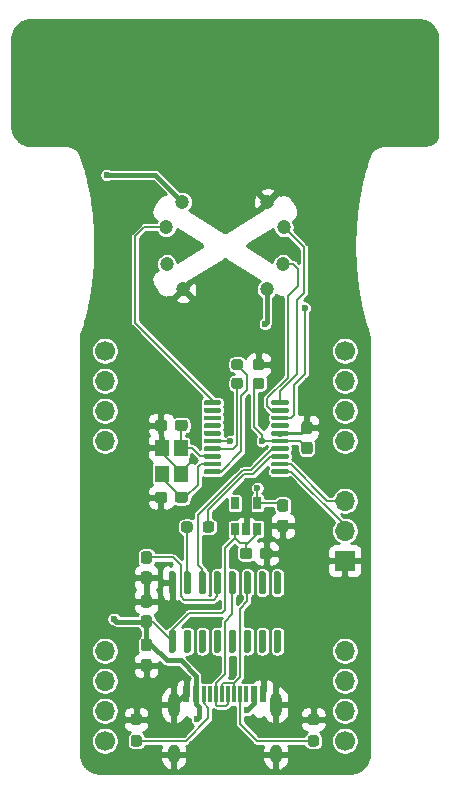
<source format=gbl>
G04 #@! TF.GenerationSoftware,KiCad,Pcbnew,5.1.9+dfsg1-1*
G04 #@! TF.CreationDate,2022-03-10T00:01:25+01:00*
G04 #@! TF.ProjectId,edgedriver,65646765-6472-4697-9665-722e6b696361,rev?*
G04 #@! TF.SameCoordinates,Original*
G04 #@! TF.FileFunction,Copper,L2,Bot*
G04 #@! TF.FilePolarity,Positive*
%FSLAX46Y46*%
G04 Gerber Fmt 4.6, Leading zero omitted, Abs format (unit mm)*
G04 Created by KiCad (PCBNEW 5.1.9+dfsg1-1) date 2022-03-10 00:01:25*
%MOMM*%
%LPD*%
G01*
G04 APERTURE LIST*
G04 #@! TA.AperFunction,ComponentPad*
%ADD10R,1.700000X1.700000*%
G04 #@! TD*
G04 #@! TA.AperFunction,ComponentPad*
%ADD11O,1.700000X1.700000*%
G04 #@! TD*
G04 #@! TA.AperFunction,ComponentPad*
%ADD12O,1.000000X1.600000*%
G04 #@! TD*
G04 #@! TA.AperFunction,ComponentPad*
%ADD13O,1.000000X2.100000*%
G04 #@! TD*
G04 #@! TA.AperFunction,SMDPad,CuDef*
%ADD14R,0.300000X1.450000*%
G04 #@! TD*
G04 #@! TA.AperFunction,SMDPad,CuDef*
%ADD15R,0.600000X1.450000*%
G04 #@! TD*
G04 #@! TA.AperFunction,SMDPad,CuDef*
%ADD16R,1.150000X1.400000*%
G04 #@! TD*
G04 #@! TA.AperFunction,SMDPad,CuDef*
%ADD17R,0.650000X1.060000*%
G04 #@! TD*
G04 #@! TA.AperFunction,ComponentPad*
%ADD18C,1.200000*%
G04 #@! TD*
G04 #@! TA.AperFunction,ComponentPad*
%ADD19C,1.700000*%
G04 #@! TD*
G04 #@! TA.AperFunction,ViaPad*
%ADD20C,0.600000*%
G04 #@! TD*
G04 #@! TA.AperFunction,Conductor*
%ADD21C,0.240000*%
G04 #@! TD*
G04 #@! TA.AperFunction,Conductor*
%ADD22C,0.400000*%
G04 #@! TD*
G04 #@! TA.AperFunction,Conductor*
%ADD23C,0.200000*%
G04 #@! TD*
G04 #@! TA.AperFunction,Conductor*
%ADD24C,0.254000*%
G04 #@! TD*
G04 #@! TA.AperFunction,Conductor*
%ADD25C,0.100000*%
G04 #@! TD*
G04 APERTURE END LIST*
D10*
X10160000Y-26670000D03*
D11*
X10160000Y-24130000D03*
X10160000Y-21590000D03*
G04 #@! TA.AperFunction,SMDPad,CuDef*
G36*
G01*
X-4595000Y-27550000D02*
X-4295000Y-27550000D01*
G75*
G02*
X-4145000Y-27700000I0J-150000D01*
G01*
X-4145000Y-29350000D01*
G75*
G02*
X-4295000Y-29500000I-150000J0D01*
G01*
X-4595000Y-29500000D01*
G75*
G02*
X-4745000Y-29350000I0J150000D01*
G01*
X-4745000Y-27700000D01*
G75*
G02*
X-4595000Y-27550000I150000J0D01*
G01*
G37*
G04 #@! TD.AperFunction*
G04 #@! TA.AperFunction,SMDPad,CuDef*
G36*
G01*
X-3325000Y-27550000D02*
X-3025000Y-27550000D01*
G75*
G02*
X-2875000Y-27700000I0J-150000D01*
G01*
X-2875000Y-29350000D01*
G75*
G02*
X-3025000Y-29500000I-150000J0D01*
G01*
X-3325000Y-29500000D01*
G75*
G02*
X-3475000Y-29350000I0J150000D01*
G01*
X-3475000Y-27700000D01*
G75*
G02*
X-3325000Y-27550000I150000J0D01*
G01*
G37*
G04 #@! TD.AperFunction*
G04 #@! TA.AperFunction,SMDPad,CuDef*
G36*
G01*
X-2055000Y-27550000D02*
X-1755000Y-27550000D01*
G75*
G02*
X-1605000Y-27700000I0J-150000D01*
G01*
X-1605000Y-29350000D01*
G75*
G02*
X-1755000Y-29500000I-150000J0D01*
G01*
X-2055000Y-29500000D01*
G75*
G02*
X-2205000Y-29350000I0J150000D01*
G01*
X-2205000Y-27700000D01*
G75*
G02*
X-2055000Y-27550000I150000J0D01*
G01*
G37*
G04 #@! TD.AperFunction*
G04 #@! TA.AperFunction,SMDPad,CuDef*
G36*
G01*
X-785000Y-27550000D02*
X-485000Y-27550000D01*
G75*
G02*
X-335000Y-27700000I0J-150000D01*
G01*
X-335000Y-29350000D01*
G75*
G02*
X-485000Y-29500000I-150000J0D01*
G01*
X-785000Y-29500000D01*
G75*
G02*
X-935000Y-29350000I0J150000D01*
G01*
X-935000Y-27700000D01*
G75*
G02*
X-785000Y-27550000I150000J0D01*
G01*
G37*
G04 #@! TD.AperFunction*
G04 #@! TA.AperFunction,SMDPad,CuDef*
G36*
G01*
X485000Y-27550000D02*
X785000Y-27550000D01*
G75*
G02*
X935000Y-27700000I0J-150000D01*
G01*
X935000Y-29350000D01*
G75*
G02*
X785000Y-29500000I-150000J0D01*
G01*
X485000Y-29500000D01*
G75*
G02*
X335000Y-29350000I0J150000D01*
G01*
X335000Y-27700000D01*
G75*
G02*
X485000Y-27550000I150000J0D01*
G01*
G37*
G04 #@! TD.AperFunction*
G04 #@! TA.AperFunction,SMDPad,CuDef*
G36*
G01*
X1755000Y-27550000D02*
X2055000Y-27550000D01*
G75*
G02*
X2205000Y-27700000I0J-150000D01*
G01*
X2205000Y-29350000D01*
G75*
G02*
X2055000Y-29500000I-150000J0D01*
G01*
X1755000Y-29500000D01*
G75*
G02*
X1605000Y-29350000I0J150000D01*
G01*
X1605000Y-27700000D01*
G75*
G02*
X1755000Y-27550000I150000J0D01*
G01*
G37*
G04 #@! TD.AperFunction*
G04 #@! TA.AperFunction,SMDPad,CuDef*
G36*
G01*
X3025000Y-27550000D02*
X3325000Y-27550000D01*
G75*
G02*
X3475000Y-27700000I0J-150000D01*
G01*
X3475000Y-29350000D01*
G75*
G02*
X3325000Y-29500000I-150000J0D01*
G01*
X3025000Y-29500000D01*
G75*
G02*
X2875000Y-29350000I0J150000D01*
G01*
X2875000Y-27700000D01*
G75*
G02*
X3025000Y-27550000I150000J0D01*
G01*
G37*
G04 #@! TD.AperFunction*
G04 #@! TA.AperFunction,SMDPad,CuDef*
G36*
G01*
X4295000Y-27550000D02*
X4595000Y-27550000D01*
G75*
G02*
X4745000Y-27700000I0J-150000D01*
G01*
X4745000Y-29350000D01*
G75*
G02*
X4595000Y-29500000I-150000J0D01*
G01*
X4295000Y-29500000D01*
G75*
G02*
X4145000Y-29350000I0J150000D01*
G01*
X4145000Y-27700000D01*
G75*
G02*
X4295000Y-27550000I150000J0D01*
G01*
G37*
G04 #@! TD.AperFunction*
G04 #@! TA.AperFunction,SMDPad,CuDef*
G36*
G01*
X4295000Y-32500000D02*
X4595000Y-32500000D01*
G75*
G02*
X4745000Y-32650000I0J-150000D01*
G01*
X4745000Y-34300000D01*
G75*
G02*
X4595000Y-34450000I-150000J0D01*
G01*
X4295000Y-34450000D01*
G75*
G02*
X4145000Y-34300000I0J150000D01*
G01*
X4145000Y-32650000D01*
G75*
G02*
X4295000Y-32500000I150000J0D01*
G01*
G37*
G04 #@! TD.AperFunction*
G04 #@! TA.AperFunction,SMDPad,CuDef*
G36*
G01*
X3025000Y-32500000D02*
X3325000Y-32500000D01*
G75*
G02*
X3475000Y-32650000I0J-150000D01*
G01*
X3475000Y-34300000D01*
G75*
G02*
X3325000Y-34450000I-150000J0D01*
G01*
X3025000Y-34450000D01*
G75*
G02*
X2875000Y-34300000I0J150000D01*
G01*
X2875000Y-32650000D01*
G75*
G02*
X3025000Y-32500000I150000J0D01*
G01*
G37*
G04 #@! TD.AperFunction*
G04 #@! TA.AperFunction,SMDPad,CuDef*
G36*
G01*
X1755000Y-32500000D02*
X2055000Y-32500000D01*
G75*
G02*
X2205000Y-32650000I0J-150000D01*
G01*
X2205000Y-34300000D01*
G75*
G02*
X2055000Y-34450000I-150000J0D01*
G01*
X1755000Y-34450000D01*
G75*
G02*
X1605000Y-34300000I0J150000D01*
G01*
X1605000Y-32650000D01*
G75*
G02*
X1755000Y-32500000I150000J0D01*
G01*
G37*
G04 #@! TD.AperFunction*
G04 #@! TA.AperFunction,SMDPad,CuDef*
G36*
G01*
X485000Y-32500000D02*
X785000Y-32500000D01*
G75*
G02*
X935000Y-32650000I0J-150000D01*
G01*
X935000Y-34300000D01*
G75*
G02*
X785000Y-34450000I-150000J0D01*
G01*
X485000Y-34450000D01*
G75*
G02*
X335000Y-34300000I0J150000D01*
G01*
X335000Y-32650000D01*
G75*
G02*
X485000Y-32500000I150000J0D01*
G01*
G37*
G04 #@! TD.AperFunction*
G04 #@! TA.AperFunction,SMDPad,CuDef*
G36*
G01*
X-785000Y-32500000D02*
X-485000Y-32500000D01*
G75*
G02*
X-335000Y-32650000I0J-150000D01*
G01*
X-335000Y-34300000D01*
G75*
G02*
X-485000Y-34450000I-150000J0D01*
G01*
X-785000Y-34450000D01*
G75*
G02*
X-935000Y-34300000I0J150000D01*
G01*
X-935000Y-32650000D01*
G75*
G02*
X-785000Y-32500000I150000J0D01*
G01*
G37*
G04 #@! TD.AperFunction*
G04 #@! TA.AperFunction,SMDPad,CuDef*
G36*
G01*
X-2055000Y-32500000D02*
X-1755000Y-32500000D01*
G75*
G02*
X-1605000Y-32650000I0J-150000D01*
G01*
X-1605000Y-34300000D01*
G75*
G02*
X-1755000Y-34450000I-150000J0D01*
G01*
X-2055000Y-34450000D01*
G75*
G02*
X-2205000Y-34300000I0J150000D01*
G01*
X-2205000Y-32650000D01*
G75*
G02*
X-2055000Y-32500000I150000J0D01*
G01*
G37*
G04 #@! TD.AperFunction*
G04 #@! TA.AperFunction,SMDPad,CuDef*
G36*
G01*
X-3325000Y-32500000D02*
X-3025000Y-32500000D01*
G75*
G02*
X-2875000Y-32650000I0J-150000D01*
G01*
X-2875000Y-34300000D01*
G75*
G02*
X-3025000Y-34450000I-150000J0D01*
G01*
X-3325000Y-34450000D01*
G75*
G02*
X-3475000Y-34300000I0J150000D01*
G01*
X-3475000Y-32650000D01*
G75*
G02*
X-3325000Y-32500000I150000J0D01*
G01*
G37*
G04 #@! TD.AperFunction*
G04 #@! TA.AperFunction,SMDPad,CuDef*
G36*
G01*
X-4595000Y-32500000D02*
X-4295000Y-32500000D01*
G75*
G02*
X-4145000Y-32650000I0J-150000D01*
G01*
X-4145000Y-34300000D01*
G75*
G02*
X-4295000Y-34450000I-150000J0D01*
G01*
X-4595000Y-34450000D01*
G75*
G02*
X-4745000Y-34300000I0J150000D01*
G01*
X-4745000Y-32650000D01*
G75*
G02*
X-4595000Y-32500000I150000J0D01*
G01*
G37*
G04 #@! TD.AperFunction*
G04 #@! TA.AperFunction,SMDPad,CuDef*
G36*
G01*
X-6412500Y-30625000D02*
X-6887500Y-30625000D01*
G75*
G02*
X-7125000Y-30387500I0J237500D01*
G01*
X-7125000Y-29787500D01*
G75*
G02*
X-6887500Y-29550000I237500J0D01*
G01*
X-6412500Y-29550000D01*
G75*
G02*
X-6175000Y-29787500I0J-237500D01*
G01*
X-6175000Y-30387500D01*
G75*
G02*
X-6412500Y-30625000I-237500J0D01*
G01*
G37*
G04 #@! TD.AperFunction*
G04 #@! TA.AperFunction,SMDPad,CuDef*
G36*
G01*
X-6412500Y-32350000D02*
X-6887500Y-32350000D01*
G75*
G02*
X-7125000Y-32112500I0J237500D01*
G01*
X-7125000Y-31512500D01*
G75*
G02*
X-6887500Y-31275000I237500J0D01*
G01*
X-6412500Y-31275000D01*
G75*
G02*
X-6175000Y-31512500I0J-237500D01*
G01*
X-6175000Y-32112500D01*
G75*
G02*
X-6412500Y-32350000I-237500J0D01*
G01*
G37*
G04 #@! TD.AperFunction*
G04 #@! TA.AperFunction,SMDPad,CuDef*
G36*
G01*
X-6887500Y-33250000D02*
X-6412500Y-33250000D01*
G75*
G02*
X-6175000Y-33487500I0J-237500D01*
G01*
X-6175000Y-34087500D01*
G75*
G02*
X-6412500Y-34325000I-237500J0D01*
G01*
X-6887500Y-34325000D01*
G75*
G02*
X-7125000Y-34087500I0J237500D01*
G01*
X-7125000Y-33487500D01*
G75*
G02*
X-6887500Y-33250000I237500J0D01*
G01*
G37*
G04 #@! TD.AperFunction*
G04 #@! TA.AperFunction,SMDPad,CuDef*
G36*
G01*
X-6887500Y-34975000D02*
X-6412500Y-34975000D01*
G75*
G02*
X-6175000Y-35212500I0J-237500D01*
G01*
X-6175000Y-35812500D01*
G75*
G02*
X-6412500Y-36050000I-237500J0D01*
G01*
X-6887500Y-36050000D01*
G75*
G02*
X-7125000Y-35812500I0J237500D01*
G01*
X-7125000Y-35212500D01*
G75*
G02*
X-6887500Y-34975000I237500J0D01*
G01*
G37*
G04 #@! TD.AperFunction*
G04 #@! TA.AperFunction,SMDPad,CuDef*
G36*
G01*
X-6887500Y-25850000D02*
X-6412500Y-25850000D01*
G75*
G02*
X-6175000Y-26087500I0J-237500D01*
G01*
X-6175000Y-26687500D01*
G75*
G02*
X-6412500Y-26925000I-237500J0D01*
G01*
X-6887500Y-26925000D01*
G75*
G02*
X-7125000Y-26687500I0J237500D01*
G01*
X-7125000Y-26087500D01*
G75*
G02*
X-6887500Y-25850000I237500J0D01*
G01*
G37*
G04 #@! TD.AperFunction*
G04 #@! TA.AperFunction,SMDPad,CuDef*
G36*
G01*
X-6887500Y-27575000D02*
X-6412500Y-27575000D01*
G75*
G02*
X-6175000Y-27812500I0J-237500D01*
G01*
X-6175000Y-28412500D01*
G75*
G02*
X-6412500Y-28650000I-237500J0D01*
G01*
X-6887500Y-28650000D01*
G75*
G02*
X-7125000Y-28412500I0J237500D01*
G01*
X-7125000Y-27812500D01*
G75*
G02*
X-6887500Y-27575000I237500J0D01*
G01*
G37*
G04 #@! TD.AperFunction*
G04 #@! TA.AperFunction,SMDPad,CuDef*
G36*
G01*
X2975000Y-26287500D02*
X2975000Y-25812500D01*
G75*
G02*
X3212500Y-25575000I237500J0D01*
G01*
X3812500Y-25575000D01*
G75*
G02*
X4050000Y-25812500I0J-237500D01*
G01*
X4050000Y-26287500D01*
G75*
G02*
X3812500Y-26525000I-237500J0D01*
G01*
X3212500Y-26525000D01*
G75*
G02*
X2975000Y-26287500I0J237500D01*
G01*
G37*
G04 #@! TD.AperFunction*
G04 #@! TA.AperFunction,SMDPad,CuDef*
G36*
G01*
X1250000Y-26287500D02*
X1250000Y-25812500D01*
G75*
G02*
X1487500Y-25575000I237500J0D01*
G01*
X2087500Y-25575000D01*
G75*
G02*
X2325000Y-25812500I0J-237500D01*
G01*
X2325000Y-26287500D01*
G75*
G02*
X2087500Y-26525000I-237500J0D01*
G01*
X1487500Y-26525000D01*
G75*
G02*
X1250000Y-26287500I0J237500D01*
G01*
G37*
G04 #@! TD.AperFunction*
G04 #@! TA.AperFunction,SMDPad,CuDef*
G36*
G01*
X4662500Y-21450000D02*
X5137500Y-21450000D01*
G75*
G02*
X5375000Y-21687500I0J-237500D01*
G01*
X5375000Y-22287500D01*
G75*
G02*
X5137500Y-22525000I-237500J0D01*
G01*
X4662500Y-22525000D01*
G75*
G02*
X4425000Y-22287500I0J237500D01*
G01*
X4425000Y-21687500D01*
G75*
G02*
X4662500Y-21450000I237500J0D01*
G01*
G37*
G04 #@! TD.AperFunction*
G04 #@! TA.AperFunction,SMDPad,CuDef*
G36*
G01*
X4662500Y-23175000D02*
X5137500Y-23175000D01*
G75*
G02*
X5375000Y-23412500I0J-237500D01*
G01*
X5375000Y-24012500D01*
G75*
G02*
X5137500Y-24250000I-237500J0D01*
G01*
X4662500Y-24250000D01*
G75*
G02*
X4425000Y-24012500I0J237500D01*
G01*
X4425000Y-23412500D01*
G75*
G02*
X4662500Y-23175000I237500J0D01*
G01*
G37*
G04 #@! TD.AperFunction*
G04 #@! TA.AperFunction,SMDPad,CuDef*
G36*
G01*
X7187500Y-17650000D02*
X6712500Y-17650000D01*
G75*
G02*
X6475000Y-17412500I0J237500D01*
G01*
X6475000Y-16812500D01*
G75*
G02*
X6712500Y-16575000I237500J0D01*
G01*
X7187500Y-16575000D01*
G75*
G02*
X7425000Y-16812500I0J-237500D01*
G01*
X7425000Y-17412500D01*
G75*
G02*
X7187500Y-17650000I-237500J0D01*
G01*
G37*
G04 #@! TD.AperFunction*
G04 #@! TA.AperFunction,SMDPad,CuDef*
G36*
G01*
X7187500Y-15925000D02*
X6712500Y-15925000D01*
G75*
G02*
X6475000Y-15687500I0J237500D01*
G01*
X6475000Y-15087500D01*
G75*
G02*
X6712500Y-14850000I237500J0D01*
G01*
X7187500Y-14850000D01*
G75*
G02*
X7425000Y-15087500I0J-237500D01*
G01*
X7425000Y-15687500D01*
G75*
G02*
X7187500Y-15925000I-237500J0D01*
G01*
G37*
G04 #@! TD.AperFunction*
G04 #@! TA.AperFunction,SMDPad,CuDef*
G36*
G01*
X-4875000Y-21062500D02*
X-4875000Y-21537500D01*
G75*
G02*
X-5112500Y-21775000I-237500J0D01*
G01*
X-5712500Y-21775000D01*
G75*
G02*
X-5950000Y-21537500I0J237500D01*
G01*
X-5950000Y-21062500D01*
G75*
G02*
X-5712500Y-20825000I237500J0D01*
G01*
X-5112500Y-20825000D01*
G75*
G02*
X-4875000Y-21062500I0J-237500D01*
G01*
G37*
G04 #@! TD.AperFunction*
G04 #@! TA.AperFunction,SMDPad,CuDef*
G36*
G01*
X-3150000Y-21062500D02*
X-3150000Y-21537500D01*
G75*
G02*
X-3387500Y-21775000I-237500J0D01*
G01*
X-3987500Y-21775000D01*
G75*
G02*
X-4225000Y-21537500I0J237500D01*
G01*
X-4225000Y-21062500D01*
G75*
G02*
X-3987500Y-20825000I237500J0D01*
G01*
X-3387500Y-20825000D01*
G75*
G02*
X-3150000Y-21062500I0J-237500D01*
G01*
G37*
G04 #@! TD.AperFunction*
G04 #@! TA.AperFunction,SMDPad,CuDef*
G36*
G01*
X-3150000Y-14962500D02*
X-3150000Y-15437500D01*
G75*
G02*
X-3387500Y-15675000I-237500J0D01*
G01*
X-3987500Y-15675000D01*
G75*
G02*
X-4225000Y-15437500I0J237500D01*
G01*
X-4225000Y-14962500D01*
G75*
G02*
X-3987500Y-14725000I237500J0D01*
G01*
X-3387500Y-14725000D01*
G75*
G02*
X-3150000Y-14962500I0J-237500D01*
G01*
G37*
G04 #@! TD.AperFunction*
G04 #@! TA.AperFunction,SMDPad,CuDef*
G36*
G01*
X-4875000Y-14962500D02*
X-4875000Y-15437500D01*
G75*
G02*
X-5112500Y-15675000I-237500J0D01*
G01*
X-5712500Y-15675000D01*
G75*
G02*
X-5950000Y-15437500I0J237500D01*
G01*
X-5950000Y-14962500D01*
G75*
G02*
X-5712500Y-14725000I237500J0D01*
G01*
X-5112500Y-14725000D01*
G75*
G02*
X-4875000Y-14962500I0J-237500D01*
G01*
G37*
G04 #@! TD.AperFunction*
D12*
X-4320000Y-43050000D03*
X4320000Y-43050000D03*
D13*
X4320000Y-38870000D03*
X-4320000Y-38870000D03*
D14*
X250000Y-37955000D03*
X-1750000Y-37955000D03*
X-1250000Y-37955000D03*
X-750000Y-37955000D03*
X-250000Y-37955000D03*
X750000Y-37955000D03*
X1250000Y-37955000D03*
X1750000Y-37955000D03*
D15*
X-3250000Y-37955000D03*
X-2450000Y-37955000D03*
X2450000Y-37955000D03*
X3250000Y-37955000D03*
X3250000Y-37955000D03*
X2450000Y-37955000D03*
X-2450000Y-37955000D03*
X-3250000Y-37955000D03*
G04 #@! TA.AperFunction,SMDPad,CuDef*
G36*
G01*
X7262500Y-39600000D02*
X7737500Y-39600000D01*
G75*
G02*
X7975000Y-39837500I0J-237500D01*
G01*
X7975000Y-40337500D01*
G75*
G02*
X7737500Y-40575000I-237500J0D01*
G01*
X7262500Y-40575000D01*
G75*
G02*
X7025000Y-40337500I0J237500D01*
G01*
X7025000Y-39837500D01*
G75*
G02*
X7262500Y-39600000I237500J0D01*
G01*
G37*
G04 #@! TD.AperFunction*
G04 #@! TA.AperFunction,SMDPad,CuDef*
G36*
G01*
X7262500Y-41425000D02*
X7737500Y-41425000D01*
G75*
G02*
X7975000Y-41662500I0J-237500D01*
G01*
X7975000Y-42162500D01*
G75*
G02*
X7737500Y-42400000I-237500J0D01*
G01*
X7262500Y-42400000D01*
G75*
G02*
X7025000Y-42162500I0J237500D01*
G01*
X7025000Y-41662500D01*
G75*
G02*
X7262500Y-41425000I237500J0D01*
G01*
G37*
G04 #@! TD.AperFunction*
G04 #@! TA.AperFunction,SMDPad,CuDef*
G36*
G01*
X-7737500Y-41425000D02*
X-7262500Y-41425000D01*
G75*
G02*
X-7025000Y-41662500I0J-237500D01*
G01*
X-7025000Y-42162500D01*
G75*
G02*
X-7262500Y-42400000I-237500J0D01*
G01*
X-7737500Y-42400000D01*
G75*
G02*
X-7975000Y-42162500I0J237500D01*
G01*
X-7975000Y-41662500D01*
G75*
G02*
X-7737500Y-41425000I237500J0D01*
G01*
G37*
G04 #@! TD.AperFunction*
G04 #@! TA.AperFunction,SMDPad,CuDef*
G36*
G01*
X-7737500Y-39600000D02*
X-7262500Y-39600000D01*
G75*
G02*
X-7025000Y-39837500I0J-237500D01*
G01*
X-7025000Y-40337500D01*
G75*
G02*
X-7262500Y-40575000I-237500J0D01*
G01*
X-7737500Y-40575000D01*
G75*
G02*
X-7975000Y-40337500I0J237500D01*
G01*
X-7975000Y-39837500D01*
G75*
G02*
X-7737500Y-39600000I237500J0D01*
G01*
G37*
G04 #@! TD.AperFunction*
G04 #@! TA.AperFunction,SMDPad,CuDef*
G36*
G01*
X-900000Y-23562500D02*
X-900000Y-24037500D01*
G75*
G02*
X-1137500Y-24275000I-237500J0D01*
G01*
X-1637500Y-24275000D01*
G75*
G02*
X-1875000Y-24037500I0J237500D01*
G01*
X-1875000Y-23562500D01*
G75*
G02*
X-1637500Y-23325000I237500J0D01*
G01*
X-1137500Y-23325000D01*
G75*
G02*
X-900000Y-23562500I0J-237500D01*
G01*
G37*
G04 #@! TD.AperFunction*
G04 #@! TA.AperFunction,SMDPad,CuDef*
G36*
G01*
X-2725000Y-23562500D02*
X-2725000Y-24037500D01*
G75*
G02*
X-2962500Y-24275000I-237500J0D01*
G01*
X-3462500Y-24275000D01*
G75*
G02*
X-3700000Y-24037500I0J237500D01*
G01*
X-3700000Y-23562500D01*
G75*
G02*
X-3462500Y-23325000I237500J0D01*
G01*
X-2962500Y-23325000D01*
G75*
G02*
X-2725000Y-23562500I0J-237500D01*
G01*
G37*
G04 #@! TD.AperFunction*
G04 #@! TA.AperFunction,SMDPad,CuDef*
G36*
G01*
X550000Y-11887500D02*
X550000Y-11412500D01*
G75*
G02*
X787500Y-11175000I237500J0D01*
G01*
X1287500Y-11175000D01*
G75*
G02*
X1525000Y-11412500I0J-237500D01*
G01*
X1525000Y-11887500D01*
G75*
G02*
X1287500Y-12125000I-237500J0D01*
G01*
X787500Y-12125000D01*
G75*
G02*
X550000Y-11887500I0J237500D01*
G01*
G37*
G04 #@! TD.AperFunction*
G04 #@! TA.AperFunction,SMDPad,CuDef*
G36*
G01*
X2375000Y-11887500D02*
X2375000Y-11412500D01*
G75*
G02*
X2612500Y-11175000I237500J0D01*
G01*
X3112500Y-11175000D01*
G75*
G02*
X3350000Y-11412500I0J-237500D01*
G01*
X3350000Y-11887500D01*
G75*
G02*
X3112500Y-12125000I-237500J0D01*
G01*
X2612500Y-12125000D01*
G75*
G02*
X2375000Y-11887500I0J237500D01*
G01*
G37*
G04 #@! TD.AperFunction*
G04 #@! TA.AperFunction,SMDPad,CuDef*
G36*
G01*
X2375000Y-10287500D02*
X2375000Y-9812500D01*
G75*
G02*
X2612500Y-9575000I237500J0D01*
G01*
X3112500Y-9575000D01*
G75*
G02*
X3350000Y-9812500I0J-237500D01*
G01*
X3350000Y-10287500D01*
G75*
G02*
X3112500Y-10525000I-237500J0D01*
G01*
X2612500Y-10525000D01*
G75*
G02*
X2375000Y-10287500I0J237500D01*
G01*
G37*
G04 #@! TD.AperFunction*
G04 #@! TA.AperFunction,SMDPad,CuDef*
G36*
G01*
X550000Y-10287500D02*
X550000Y-9812500D01*
G75*
G02*
X787500Y-9575000I237500J0D01*
G01*
X1287500Y-9575000D01*
G75*
G02*
X1525000Y-9812500I0J-237500D01*
G01*
X1525000Y-10287500D01*
G75*
G02*
X1287500Y-10525000I-237500J0D01*
G01*
X787500Y-10525000D01*
G75*
G02*
X550000Y-10287500I0J237500D01*
G01*
G37*
G04 #@! TD.AperFunction*
G04 #@! TA.AperFunction,SMDPad,CuDef*
G36*
G01*
X-1800000Y-19225000D02*
X-1800000Y-19025000D01*
G75*
G02*
X-1700000Y-18925000I100000J0D01*
G01*
X-425000Y-18925000D01*
G75*
G02*
X-325000Y-19025000I0J-100000D01*
G01*
X-325000Y-19225000D01*
G75*
G02*
X-425000Y-19325000I-100000J0D01*
G01*
X-1700000Y-19325000D01*
G75*
G02*
X-1800000Y-19225000I0J100000D01*
G01*
G37*
G04 #@! TD.AperFunction*
G04 #@! TA.AperFunction,SMDPad,CuDef*
G36*
G01*
X-1800000Y-18575000D02*
X-1800000Y-18375000D01*
G75*
G02*
X-1700000Y-18275000I100000J0D01*
G01*
X-425000Y-18275000D01*
G75*
G02*
X-325000Y-18375000I0J-100000D01*
G01*
X-325000Y-18575000D01*
G75*
G02*
X-425000Y-18675000I-100000J0D01*
G01*
X-1700000Y-18675000D01*
G75*
G02*
X-1800000Y-18575000I0J100000D01*
G01*
G37*
G04 #@! TD.AperFunction*
G04 #@! TA.AperFunction,SMDPad,CuDef*
G36*
G01*
X-1800000Y-17925000D02*
X-1800000Y-17725000D01*
G75*
G02*
X-1700000Y-17625000I100000J0D01*
G01*
X-425000Y-17625000D01*
G75*
G02*
X-325000Y-17725000I0J-100000D01*
G01*
X-325000Y-17925000D01*
G75*
G02*
X-425000Y-18025000I-100000J0D01*
G01*
X-1700000Y-18025000D01*
G75*
G02*
X-1800000Y-17925000I0J100000D01*
G01*
G37*
G04 #@! TD.AperFunction*
G04 #@! TA.AperFunction,SMDPad,CuDef*
G36*
G01*
X-1800000Y-17275000D02*
X-1800000Y-17075000D01*
G75*
G02*
X-1700000Y-16975000I100000J0D01*
G01*
X-425000Y-16975000D01*
G75*
G02*
X-325000Y-17075000I0J-100000D01*
G01*
X-325000Y-17275000D01*
G75*
G02*
X-425000Y-17375000I-100000J0D01*
G01*
X-1700000Y-17375000D01*
G75*
G02*
X-1800000Y-17275000I0J100000D01*
G01*
G37*
G04 #@! TD.AperFunction*
G04 #@! TA.AperFunction,SMDPad,CuDef*
G36*
G01*
X-1800000Y-16625000D02*
X-1800000Y-16425000D01*
G75*
G02*
X-1700000Y-16325000I100000J0D01*
G01*
X-425000Y-16325000D01*
G75*
G02*
X-325000Y-16425000I0J-100000D01*
G01*
X-325000Y-16625000D01*
G75*
G02*
X-425000Y-16725000I-100000J0D01*
G01*
X-1700000Y-16725000D01*
G75*
G02*
X-1800000Y-16625000I0J100000D01*
G01*
G37*
G04 #@! TD.AperFunction*
G04 #@! TA.AperFunction,SMDPad,CuDef*
G36*
G01*
X-1800000Y-15975000D02*
X-1800000Y-15775000D01*
G75*
G02*
X-1700000Y-15675000I100000J0D01*
G01*
X-425000Y-15675000D01*
G75*
G02*
X-325000Y-15775000I0J-100000D01*
G01*
X-325000Y-15975000D01*
G75*
G02*
X-425000Y-16075000I-100000J0D01*
G01*
X-1700000Y-16075000D01*
G75*
G02*
X-1800000Y-15975000I0J100000D01*
G01*
G37*
G04 #@! TD.AperFunction*
G04 #@! TA.AperFunction,SMDPad,CuDef*
G36*
G01*
X-1800000Y-15325000D02*
X-1800000Y-15125000D01*
G75*
G02*
X-1700000Y-15025000I100000J0D01*
G01*
X-425000Y-15025000D01*
G75*
G02*
X-325000Y-15125000I0J-100000D01*
G01*
X-325000Y-15325000D01*
G75*
G02*
X-425000Y-15425000I-100000J0D01*
G01*
X-1700000Y-15425000D01*
G75*
G02*
X-1800000Y-15325000I0J100000D01*
G01*
G37*
G04 #@! TD.AperFunction*
G04 #@! TA.AperFunction,SMDPad,CuDef*
G36*
G01*
X-1800000Y-14675000D02*
X-1800000Y-14475000D01*
G75*
G02*
X-1700000Y-14375000I100000J0D01*
G01*
X-425000Y-14375000D01*
G75*
G02*
X-325000Y-14475000I0J-100000D01*
G01*
X-325000Y-14675000D01*
G75*
G02*
X-425000Y-14775000I-100000J0D01*
G01*
X-1700000Y-14775000D01*
G75*
G02*
X-1800000Y-14675000I0J100000D01*
G01*
G37*
G04 #@! TD.AperFunction*
G04 #@! TA.AperFunction,SMDPad,CuDef*
G36*
G01*
X-1800000Y-14025000D02*
X-1800000Y-13825000D01*
G75*
G02*
X-1700000Y-13725000I100000J0D01*
G01*
X-425000Y-13725000D01*
G75*
G02*
X-325000Y-13825000I0J-100000D01*
G01*
X-325000Y-14025000D01*
G75*
G02*
X-425000Y-14125000I-100000J0D01*
G01*
X-1700000Y-14125000D01*
G75*
G02*
X-1800000Y-14025000I0J100000D01*
G01*
G37*
G04 #@! TD.AperFunction*
G04 #@! TA.AperFunction,SMDPad,CuDef*
G36*
G01*
X-1800000Y-13375000D02*
X-1800000Y-13175000D01*
G75*
G02*
X-1700000Y-13075000I100000J0D01*
G01*
X-425000Y-13075000D01*
G75*
G02*
X-325000Y-13175000I0J-100000D01*
G01*
X-325000Y-13375000D01*
G75*
G02*
X-425000Y-13475000I-100000J0D01*
G01*
X-1700000Y-13475000D01*
G75*
G02*
X-1800000Y-13375000I0J100000D01*
G01*
G37*
G04 #@! TD.AperFunction*
G04 #@! TA.AperFunction,SMDPad,CuDef*
G36*
G01*
X3925000Y-13375000D02*
X3925000Y-13175000D01*
G75*
G02*
X4025000Y-13075000I100000J0D01*
G01*
X5300000Y-13075000D01*
G75*
G02*
X5400000Y-13175000I0J-100000D01*
G01*
X5400000Y-13375000D01*
G75*
G02*
X5300000Y-13475000I-100000J0D01*
G01*
X4025000Y-13475000D01*
G75*
G02*
X3925000Y-13375000I0J100000D01*
G01*
G37*
G04 #@! TD.AperFunction*
G04 #@! TA.AperFunction,SMDPad,CuDef*
G36*
G01*
X3925000Y-14025000D02*
X3925000Y-13825000D01*
G75*
G02*
X4025000Y-13725000I100000J0D01*
G01*
X5300000Y-13725000D01*
G75*
G02*
X5400000Y-13825000I0J-100000D01*
G01*
X5400000Y-14025000D01*
G75*
G02*
X5300000Y-14125000I-100000J0D01*
G01*
X4025000Y-14125000D01*
G75*
G02*
X3925000Y-14025000I0J100000D01*
G01*
G37*
G04 #@! TD.AperFunction*
G04 #@! TA.AperFunction,SMDPad,CuDef*
G36*
G01*
X3925000Y-14675000D02*
X3925000Y-14475000D01*
G75*
G02*
X4025000Y-14375000I100000J0D01*
G01*
X5300000Y-14375000D01*
G75*
G02*
X5400000Y-14475000I0J-100000D01*
G01*
X5400000Y-14675000D01*
G75*
G02*
X5300000Y-14775000I-100000J0D01*
G01*
X4025000Y-14775000D01*
G75*
G02*
X3925000Y-14675000I0J100000D01*
G01*
G37*
G04 #@! TD.AperFunction*
G04 #@! TA.AperFunction,SMDPad,CuDef*
G36*
G01*
X3925000Y-15325000D02*
X3925000Y-15125000D01*
G75*
G02*
X4025000Y-15025000I100000J0D01*
G01*
X5300000Y-15025000D01*
G75*
G02*
X5400000Y-15125000I0J-100000D01*
G01*
X5400000Y-15325000D01*
G75*
G02*
X5300000Y-15425000I-100000J0D01*
G01*
X4025000Y-15425000D01*
G75*
G02*
X3925000Y-15325000I0J100000D01*
G01*
G37*
G04 #@! TD.AperFunction*
G04 #@! TA.AperFunction,SMDPad,CuDef*
G36*
G01*
X3925000Y-15975000D02*
X3925000Y-15775000D01*
G75*
G02*
X4025000Y-15675000I100000J0D01*
G01*
X5300000Y-15675000D01*
G75*
G02*
X5400000Y-15775000I0J-100000D01*
G01*
X5400000Y-15975000D01*
G75*
G02*
X5300000Y-16075000I-100000J0D01*
G01*
X4025000Y-16075000D01*
G75*
G02*
X3925000Y-15975000I0J100000D01*
G01*
G37*
G04 #@! TD.AperFunction*
G04 #@! TA.AperFunction,SMDPad,CuDef*
G36*
G01*
X3925000Y-16625000D02*
X3925000Y-16425000D01*
G75*
G02*
X4025000Y-16325000I100000J0D01*
G01*
X5300000Y-16325000D01*
G75*
G02*
X5400000Y-16425000I0J-100000D01*
G01*
X5400000Y-16625000D01*
G75*
G02*
X5300000Y-16725000I-100000J0D01*
G01*
X4025000Y-16725000D01*
G75*
G02*
X3925000Y-16625000I0J100000D01*
G01*
G37*
G04 #@! TD.AperFunction*
G04 #@! TA.AperFunction,SMDPad,CuDef*
G36*
G01*
X3925000Y-17275000D02*
X3925000Y-17075000D01*
G75*
G02*
X4025000Y-16975000I100000J0D01*
G01*
X5300000Y-16975000D01*
G75*
G02*
X5400000Y-17075000I0J-100000D01*
G01*
X5400000Y-17275000D01*
G75*
G02*
X5300000Y-17375000I-100000J0D01*
G01*
X4025000Y-17375000D01*
G75*
G02*
X3925000Y-17275000I0J100000D01*
G01*
G37*
G04 #@! TD.AperFunction*
G04 #@! TA.AperFunction,SMDPad,CuDef*
G36*
G01*
X3925000Y-17925000D02*
X3925000Y-17725000D01*
G75*
G02*
X4025000Y-17625000I100000J0D01*
G01*
X5300000Y-17625000D01*
G75*
G02*
X5400000Y-17725000I0J-100000D01*
G01*
X5400000Y-17925000D01*
G75*
G02*
X5300000Y-18025000I-100000J0D01*
G01*
X4025000Y-18025000D01*
G75*
G02*
X3925000Y-17925000I0J100000D01*
G01*
G37*
G04 #@! TD.AperFunction*
G04 #@! TA.AperFunction,SMDPad,CuDef*
G36*
G01*
X3925000Y-18575000D02*
X3925000Y-18375000D01*
G75*
G02*
X4025000Y-18275000I100000J0D01*
G01*
X5300000Y-18275000D01*
G75*
G02*
X5400000Y-18375000I0J-100000D01*
G01*
X5400000Y-18575000D01*
G75*
G02*
X5300000Y-18675000I-100000J0D01*
G01*
X4025000Y-18675000D01*
G75*
G02*
X3925000Y-18575000I0J100000D01*
G01*
G37*
G04 #@! TD.AperFunction*
G04 #@! TA.AperFunction,SMDPad,CuDef*
G36*
G01*
X3925000Y-19225000D02*
X3925000Y-19025000D01*
G75*
G02*
X4025000Y-18925000I100000J0D01*
G01*
X5300000Y-18925000D01*
G75*
G02*
X5400000Y-19025000I0J-100000D01*
G01*
X5400000Y-19225000D01*
G75*
G02*
X5300000Y-19325000I-100000J0D01*
G01*
X4025000Y-19325000D01*
G75*
G02*
X3925000Y-19225000I0J100000D01*
G01*
G37*
G04 #@! TD.AperFunction*
D16*
X-5350000Y-19300000D03*
X-5350000Y-17100000D03*
X-3750000Y-17100000D03*
X-3750000Y-19300000D03*
D17*
X2750000Y-24000000D03*
X1800000Y-24000000D03*
X850000Y-24000000D03*
X850000Y-21800000D03*
X2750000Y-21800000D03*
D18*
X3554216Y-3693650D03*
X4923383Y-1541825D03*
X-4980141Y1580688D03*
X-3610975Y3732513D03*
X4980232Y1580673D03*
X3611065Y3732513D03*
X-3554131Y-3693802D03*
X-4923297Y-1541977D03*
D11*
X-10160000Y-16510000D03*
X-10160000Y-13970000D03*
X-10160000Y-11430000D03*
D19*
X-10160000Y-8890000D03*
D11*
X10160000Y-16510000D03*
X10160000Y-13970000D03*
X10160000Y-11430000D03*
D19*
X10160000Y-8890000D03*
X10160000Y-41910000D03*
D11*
X10160000Y-39370000D03*
X10160000Y-36830000D03*
X10160000Y-34290000D03*
D19*
X-10160000Y-41910000D03*
D11*
X-10160000Y-39370000D03*
X-10160000Y-36830000D03*
X-10160000Y-34290000D03*
D20*
X4400000Y-4600000D03*
X4500000Y-6000000D03*
X2500000Y-4500000D03*
X2500000Y-6000000D03*
X-16400000Y10000000D03*
X0Y11500000D03*
X-9000000Y11500000D03*
X9000000Y11500000D03*
X13500000Y11500000D03*
X4500000Y11500000D03*
X-4500000Y11500000D03*
X-13500000Y11500000D03*
X6400000Y1200000D03*
X5300000Y200000D03*
X-7800000Y1700000D03*
X-6800000Y500000D03*
X-8200000Y5000000D03*
X-8900000Y7000000D03*
X-6500000Y5000000D03*
X-6800000Y7000000D03*
X-2800000Y-18200000D03*
X-7000000Y-17100000D03*
X-5200000Y-7500000D03*
X-6200000Y-9300000D03*
X-4000000Y-9200000D03*
X-7500000Y-7600000D03*
X7500000Y-6000000D03*
X7500000Y-3300000D03*
X4400000Y-10700000D03*
X6700000Y-12200000D03*
X-4800000Y-31100000D03*
X400000Y-15500000D03*
X3250000Y-14900000D03*
X2800000Y-17400000D03*
X2000000Y-15900000D03*
X8150000Y-16250000D03*
X-1650000Y-24850000D03*
X-3850000Y-24750000D03*
X-1500000Y-36400000D03*
X600000Y-35200000D03*
X-600000Y-30500000D03*
X-1300000Y-31900000D03*
X1900000Y-39300000D03*
X-2350000Y-40100000D03*
X-10000000Y6000000D03*
X3400000Y-6600000D03*
X-9400000Y-31600000D03*
X2750000Y-20500000D03*
X3150000Y-16550000D03*
X400000Y-16550000D03*
X6750000Y-5250000D03*
D21*
X6462500Y-15875000D02*
X6950000Y-15387500D01*
X4662500Y-15875000D02*
X6462500Y-15875000D01*
D22*
X-1700000Y-4300000D02*
X-1700000Y-5850000D01*
D23*
X-5350000Y-17575000D02*
X-5350000Y-17100000D01*
X-3750000Y-19175000D02*
X-5350000Y-17575000D01*
X-3750000Y-19300000D02*
X-3750000Y-19175000D01*
X-3750000Y-19150000D02*
X-2800000Y-18200000D01*
X-3750000Y-19300000D02*
X-3750000Y-19150000D01*
X-5350000Y-17100000D02*
X-7000000Y-17100000D01*
D22*
X-3405000Y-37955000D02*
X-4320000Y-38870000D01*
X-3250000Y-37955000D02*
X-3405000Y-37955000D01*
D23*
X-4445000Y-33475000D02*
X-4445000Y-34155000D01*
X-6107500Y-31812500D02*
X-4445000Y-33475000D01*
X-6650000Y-31812500D02*
X-6107500Y-31812500D01*
X850000Y-24750000D02*
X850000Y-24020000D01*
X1787500Y-25362500D02*
X1787500Y-26050000D01*
X2750000Y-24000000D02*
X2750000Y-24400000D01*
X2750000Y-24400000D02*
X1950000Y-25200000D01*
X1950000Y-25200000D02*
X1787500Y-25362500D01*
X1300000Y-25200000D02*
X1950000Y-25200000D01*
X850000Y-24750000D02*
X1300000Y-25200000D01*
D22*
X-6650000Y-31812500D02*
X-6650000Y-33787500D01*
X2450000Y-38750000D02*
X1900000Y-39300000D01*
X2450000Y-37955000D02*
X2450000Y-38750000D01*
X-2164999Y-39914999D02*
X-2350000Y-40100000D01*
X-2164999Y-39051999D02*
X-2164999Y-39914999D01*
X-2450000Y-38766998D02*
X-2164999Y-39051999D01*
X-2450000Y-37955000D02*
X-2450000Y-38766998D01*
X-5878462Y6000000D02*
X-10000000Y6000000D01*
X-3610975Y3732513D02*
X-5878462Y6000000D01*
X3554216Y-6445784D02*
X3400000Y-6600000D01*
X3554216Y-3693650D02*
X3554216Y-6445784D01*
X-4900000Y-35100000D02*
X-6212500Y-33787500D01*
X-3750000Y-35100000D02*
X-4900000Y-35100000D01*
X-2450000Y-36400000D02*
X-3750000Y-35100000D01*
X-6212500Y-33787500D02*
X-6650000Y-33787500D01*
X-2450000Y-37955000D02*
X-2450000Y-36400000D01*
X-9187500Y-31812500D02*
X-9400000Y-31600000D01*
X-6650000Y-31812500D02*
X-9187500Y-31812500D01*
D23*
X0Y-25600000D02*
X850000Y-24750000D01*
X0Y-30850000D02*
X0Y-25600000D01*
X-250000Y-31100000D02*
X0Y-30850000D01*
X-3045000Y-31100000D02*
X-250000Y-31100000D01*
X-4445000Y-32500000D02*
X-3045000Y-31100000D01*
X-4445000Y-33475000D02*
X-4445000Y-32500000D01*
X2750000Y-21800000D02*
X2750000Y-20500000D01*
X4637500Y-16550000D02*
X4662500Y-16525000D01*
X3150000Y-16550000D02*
X4637500Y-16550000D01*
X4712500Y-21800000D02*
X4900000Y-21987500D01*
X2750000Y-21800000D02*
X4712500Y-21800000D01*
X6362500Y-16525000D02*
X6950000Y-17112500D01*
X4662500Y-16525000D02*
X6362500Y-16525000D01*
X375000Y-16525000D02*
X400000Y-16550000D01*
X-1062500Y-16525000D02*
X375000Y-16525000D01*
X3150000Y-16000000D02*
X3150000Y-16550000D01*
X2500000Y-15350000D02*
X3150000Y-16000000D01*
X2500000Y-12012500D02*
X2500000Y-15350000D01*
X2862500Y-11650000D02*
X2500000Y-12012500D01*
X-3687500Y-17037500D02*
X-3750000Y-17100000D01*
X-3687500Y-15200000D02*
X-3687500Y-17037500D01*
X-2800000Y-17100000D02*
X-3750000Y-17100000D01*
X-2075000Y-17825000D02*
X-2800000Y-17100000D01*
X-1062500Y-17825000D02*
X-2075000Y-17825000D01*
X-6819312Y1580688D02*
X-4980141Y1580688D01*
X-7600000Y800000D02*
X-6819312Y1580688D01*
X-7600000Y-6500000D02*
X-7600000Y800000D01*
X-1062500Y-13037500D02*
X-7600000Y-6500000D01*
X-1062500Y-13275000D02*
X-1062500Y-13037500D01*
X6100000Y-4600000D02*
X6700000Y-4000000D01*
X6100000Y-10894990D02*
X6100000Y-4600000D01*
X4662500Y-12332490D02*
X6100000Y-10894990D01*
X4662500Y-13275000D02*
X4662500Y-12332490D01*
X6700000Y-139095D02*
X4980232Y1580673D01*
X6700000Y-4000000D02*
X6700000Y-139095D01*
X6166562Y-1936476D02*
X5771911Y-1541825D01*
X4662500Y-13925000D02*
X3925000Y-13925000D01*
X5771911Y-1541825D02*
X4923383Y-1541825D01*
X5348948Y-4248948D02*
X6166562Y-3431335D01*
X6166562Y-3431335D02*
X6166562Y-1936476D01*
X3925000Y-13925000D02*
X3600000Y-13600000D01*
X3600000Y-13600000D02*
X3600000Y-12900000D01*
X3600000Y-12900000D02*
X5348948Y-11151052D01*
X5348948Y-11151052D02*
X5348948Y-4248948D01*
X4662500Y-14575000D02*
X5625000Y-14575000D01*
X5850000Y-14350000D02*
X5850000Y-11750000D01*
X6750000Y-10850000D02*
X6750000Y-5250000D01*
X5850000Y-11750000D02*
X6750000Y-10850000D01*
X5625000Y-14575000D02*
X5850000Y-14350000D01*
X250000Y-38780002D02*
X250000Y-37955000D01*
X100001Y-38930001D02*
X250000Y-38780002D01*
X-699999Y-38930001D02*
X100001Y-38930001D01*
X-750000Y-38880000D02*
X-699999Y-38930001D01*
X-750000Y-37955000D02*
X-750000Y-38880000D01*
X-750000Y-37030000D02*
X0Y-36280000D01*
X-750000Y-37955000D02*
X-750000Y-37030000D01*
X635000Y-31215000D02*
X0Y-31850000D01*
X635000Y-28525000D02*
X635000Y-31215000D01*
X0Y-36280000D02*
X0Y-31850000D01*
X-1750000Y-38750000D02*
X-1750000Y-37955000D01*
X-1400000Y-39100000D02*
X-1750000Y-38750000D01*
X-1400000Y-40000000D02*
X-1400000Y-39100000D01*
X-3312500Y-41912500D02*
X-1400000Y-40000000D01*
X-4412500Y-41912500D02*
X-7500000Y-41912500D01*
X-3312500Y-41912500D02*
X-4412500Y-41912500D01*
X-250000Y-37129998D02*
X-250000Y-37955000D01*
X-100001Y-36979999D02*
X-250000Y-37129998D01*
X699999Y-36979999D02*
X-100001Y-36979999D01*
X750000Y-37030000D02*
X699999Y-36979999D01*
X750000Y-37955000D02*
X750000Y-37030000D01*
X1905000Y-30095000D02*
X1905000Y-28525000D01*
X1250000Y-30750000D02*
X1905000Y-30095000D01*
X1250000Y-36530000D02*
X1250000Y-30750000D01*
X750000Y-37030000D02*
X1250000Y-36530000D01*
X1250000Y-40450000D02*
X1250000Y-37955000D01*
X2712500Y-41912500D02*
X1250000Y-40450000D01*
X4412500Y-41912500D02*
X7500000Y-41912500D01*
X2712500Y-41912500D02*
X4412500Y-41912500D01*
X8690000Y-21590000D02*
X10160000Y-21590000D01*
X5600000Y-18500000D02*
X8690000Y-21590000D01*
X4687500Y-18500000D02*
X5600000Y-18500000D01*
X4662500Y-18475000D02*
X4687500Y-18500000D01*
X10160000Y-23660000D02*
X10160000Y-24130000D01*
X5625000Y-19125000D02*
X10160000Y-23660000D01*
X4662500Y-19125000D02*
X5625000Y-19125000D01*
X-1387500Y-22387500D02*
X-1387500Y-23800000D01*
X2400000Y-19350000D02*
X1650000Y-19350000D01*
X3925000Y-17825000D02*
X2400000Y-19350000D01*
X4662500Y-17825000D02*
X3925000Y-17825000D01*
X-1387500Y-22387500D02*
X1650000Y-19350000D01*
X-2300000Y-27000000D02*
X-1905000Y-27395000D01*
X1505020Y-18999990D02*
X-2300000Y-22805010D01*
X2200010Y-18999990D02*
X1505020Y-18999990D01*
X-1905000Y-27395000D02*
X-1905000Y-28525000D01*
X-2300000Y-22805010D02*
X-2300000Y-27000000D01*
X4025000Y-17175000D02*
X2200010Y-18999990D01*
X4662500Y-17175000D02*
X4025000Y-17175000D01*
X-4412500Y-26387500D02*
X-6650000Y-26387500D01*
X-3750000Y-27050000D02*
X-4412500Y-26387500D01*
X-3750000Y-29650000D02*
X-3750000Y-27050000D01*
X-3450000Y-29950000D02*
X-3750000Y-29650000D01*
X-950000Y-29950000D02*
X-3450000Y-29950000D01*
X-635000Y-29635000D02*
X-950000Y-29950000D01*
X-635000Y-28525000D02*
X-635000Y-29635000D01*
X-5350000Y-19637500D02*
X-3687500Y-21300000D01*
X-5350000Y-19300000D02*
X-5350000Y-19637500D01*
X-3350000Y-21300000D02*
X-3687500Y-21300000D01*
X-2300000Y-20250000D02*
X-3350000Y-21300000D01*
X-2300000Y-18700000D02*
X-2300000Y-20250000D01*
X-2050000Y-18450000D02*
X-2300000Y-18700000D01*
X-1087500Y-18450000D02*
X-2050000Y-18450000D01*
X-1062500Y-18475000D02*
X-1087500Y-18450000D01*
X-3175000Y-28525000D02*
X-3200000Y-28500000D01*
X-3212500Y-28487500D02*
X-3175000Y-28525000D01*
X-3212500Y-23800000D02*
X-3212500Y-28487500D01*
X1050000Y-11662500D02*
X1037500Y-11650000D01*
X1050000Y-16850000D02*
X1050000Y-11662500D01*
X725000Y-17175000D02*
X1050000Y-16850000D01*
X-1062500Y-17175000D02*
X725000Y-17175000D01*
X-325000Y-19125000D02*
X-1062500Y-19125000D01*
X1400000Y-17400000D02*
X-325000Y-19125000D01*
X1400000Y-12700000D02*
X1400000Y-17400000D01*
X1900000Y-12200000D02*
X1400000Y-12700000D01*
X1900000Y-10912500D02*
X1900000Y-12200000D01*
X1037500Y-10050000D02*
X1900000Y-10912500D01*
D24*
X16482857Y19100175D02*
X16564727Y19093986D01*
X16645255Y19083808D01*
X16724330Y19069755D01*
X16801931Y19051926D01*
X16877973Y19030421D01*
X16952378Y19005339D01*
X17025086Y18976765D01*
X17095990Y18944804D01*
X17165008Y18909544D01*
X17232048Y18871079D01*
X17297027Y18829494D01*
X17359801Y18784914D01*
X17420296Y18737420D01*
X17478409Y18687110D01*
X17534019Y18634101D01*
X17587029Y18578490D01*
X17637339Y18520377D01*
X17684830Y18459886D01*
X17729420Y18397096D01*
X17771000Y18332126D01*
X17809462Y18265091D01*
X17844722Y18196073D01*
X17876684Y18125167D01*
X17905257Y18052460D01*
X17930348Y17978031D01*
X17951845Y17902013D01*
X17969674Y17824413D01*
X17983727Y17745334D01*
X17993905Y17664808D01*
X18000094Y17582944D01*
X18002311Y17494675D01*
X18002310Y9505259D01*
X18000122Y9419723D01*
X17994194Y9345433D01*
X17984763Y9277250D01*
X17972198Y9214915D01*
X17956837Y9158068D01*
X17938965Y9106233D01*
X17918803Y9058921D01*
X17896449Y9015522D01*
X17871922Y8975489D01*
X17845092Y8938233D01*
X17815747Y8903253D01*
X17783625Y8870164D01*
X17748411Y8838661D01*
X17709814Y8808568D01*
X17667580Y8779804D01*
X17621531Y8752377D01*
X17571513Y8726317D01*
X17517492Y8701719D01*
X17459469Y8678671D01*
X17397494Y8657260D01*
X17331670Y8637564D01*
X17262124Y8619642D01*
X17189023Y8603536D01*
X17112503Y8589263D01*
X17032776Y8576831D01*
X16950022Y8566223D01*
X16864396Y8557405D01*
X16776095Y8550336D01*
X16685229Y8544956D01*
X16592137Y8541210D01*
X16496824Y8539020D01*
X16398209Y8538298D01*
X13654287Y8538298D01*
X13651028Y8538565D01*
X13634788Y8538298D01*
X13618503Y8538298D01*
X13615240Y8537977D01*
X13590116Y8537564D01*
X13583527Y8537884D01*
X13570610Y8537243D01*
X13557662Y8537030D01*
X13551099Y8536274D01*
X13523741Y8534917D01*
X13517052Y8535017D01*
X13504222Y8533948D01*
X13491395Y8533311D01*
X13484793Y8532328D01*
X13458384Y8530127D01*
X13451597Y8529998D01*
X13438916Y8528505D01*
X13426214Y8527446D01*
X13419548Y8526224D01*
X13394096Y8523227D01*
X13387252Y8522860D01*
X13374729Y8520946D01*
X13362120Y8519461D01*
X13355411Y8517993D01*
X13330931Y8514251D01*
X13324004Y8513637D01*
X13311642Y8511303D01*
X13299199Y8509401D01*
X13292457Y8507681D01*
X13268908Y8503234D01*
X13261922Y8502365D01*
X13249728Y8499613D01*
X13237441Y8497293D01*
X13230683Y8495314D01*
X13208070Y8490211D01*
X13201037Y8489079D01*
X13189034Y8485915D01*
X13176917Y8483180D01*
X13170151Y8480937D01*
X13148460Y8475219D01*
X13141380Y8473814D01*
X13129576Y8470240D01*
X13117661Y8467099D01*
X13110902Y8464586D01*
X13090106Y8458290D01*
X13083014Y8456611D01*
X13071433Y8452636D01*
X13059704Y8449085D01*
X13052962Y8446297D01*
X13033068Y8439469D01*
X13025943Y8437500D01*
X13014597Y8433129D01*
X13003106Y8429185D01*
X12996388Y8426114D01*
X12977368Y8418786D01*
X12970243Y8416527D01*
X12959142Y8411765D01*
X12947880Y8407426D01*
X12941207Y8404071D01*
X12923047Y8396280D01*
X12915938Y8393725D01*
X12905115Y8388587D01*
X12894098Y8383861D01*
X12887475Y8380214D01*
X12870165Y8371996D01*
X12863063Y8369131D01*
X12852519Y8363620D01*
X12841787Y8358525D01*
X12835231Y8354583D01*
X12818740Y8345963D01*
X12811671Y8342786D01*
X12801428Y8336914D01*
X12790983Y8331454D01*
X12784507Y8327213D01*
X12768831Y8318226D01*
X12761804Y8314729D01*
X12751878Y8308507D01*
X12741739Y8302694D01*
X12735358Y8298151D01*
X12720462Y8288813D01*
X12713492Y8284990D01*
X12703916Y8278441D01*
X12694098Y8272286D01*
X12687814Y8267428D01*
X12673690Y8257768D01*
X12666798Y8253617D01*
X12657583Y8246752D01*
X12648094Y8240262D01*
X12641927Y8235088D01*
X12628567Y8225135D01*
X12621748Y8220637D01*
X12612909Y8213470D01*
X12603788Y8206675D01*
X12597748Y8201177D01*
X12585120Y8190938D01*
X12578405Y8186096D01*
X12569954Y8178641D01*
X12561209Y8171550D01*
X12555325Y8165735D01*
X12543404Y8155219D01*
X12536793Y8150014D01*
X12528763Y8142303D01*
X12520419Y8134942D01*
X12514687Y8128786D01*
X12503462Y8118007D01*
X12496987Y8112443D01*
X12489383Y8104487D01*
X12481448Y8096867D01*
X12475900Y8090380D01*
X12465357Y8079348D01*
X12459028Y8073411D01*
X12451876Y8065243D01*
X12444368Y8057387D01*
X12439012Y8050551D01*
X12429138Y8039274D01*
X12422975Y8032956D01*
X12416282Y8024591D01*
X12409223Y8016529D01*
X12404086Y8009349D01*
X12394861Y7997819D01*
X12388882Y7991109D01*
X12382666Y7982578D01*
X12376074Y7974339D01*
X12371175Y7966807D01*
X12362584Y7955016D01*
X12356819Y7947914D01*
X12351093Y7939245D01*
X12344973Y7930845D01*
X12340335Y7922957D01*
X12332376Y7910906D01*
X12326847Y7903402D01*
X12321629Y7894634D01*
X12315995Y7886104D01*
X12311637Y7877845D01*
X12304314Y7865541D01*
X12299042Y7857619D01*
X12294328Y7848760D01*
X12289201Y7840146D01*
X12285163Y7831538D01*
X12278455Y7818934D01*
X12273486Y7810616D01*
X12269295Y7801721D01*
X12264666Y7793023D01*
X12260969Y7784051D01*
X12254904Y7771179D01*
X12250255Y7762437D01*
X12246586Y7753527D01*
X12242473Y7744797D01*
X12239150Y7735467D01*
X12233724Y7722289D01*
X12229440Y7713142D01*
X12226294Y7704245D01*
X12222699Y7695513D01*
X12219786Y7685837D01*
X12215020Y7672358D01*
X12211137Y7662809D01*
X12208511Y7653947D01*
X12205433Y7645241D01*
X12202968Y7635240D01*
X12199642Y7624015D01*
X12136648Y7449758D01*
X12135497Y7447257D01*
X12130018Y7431419D01*
X12124305Y7415615D01*
X12123625Y7412939D01*
X12064058Y7240744D01*
X12062964Y7238279D01*
X12057663Y7222257D01*
X12052165Y7206364D01*
X12051539Y7203750D01*
X11993700Y7028936D01*
X11992665Y7026520D01*
X11987570Y7010412D01*
X11982255Y6994347D01*
X11981677Y6991779D01*
X11925586Y6814433D01*
X11924604Y6812054D01*
X11919697Y6795814D01*
X11914582Y6779640D01*
X11914050Y6777122D01*
X11859720Y6597294D01*
X11858790Y6594959D01*
X11854088Y6578654D01*
X11849152Y6562316D01*
X11848662Y6559836D01*
X11796116Y6377621D01*
X11795230Y6375313D01*
X11790696Y6358827D01*
X11785974Y6342451D01*
X11785526Y6340027D01*
X11734769Y6155455D01*
X11733929Y6153184D01*
X11729592Y6136629D01*
X11725053Y6120123D01*
X11724643Y6117736D01*
X11675695Y5930891D01*
X11674898Y5928654D01*
X11670751Y5912016D01*
X11666398Y5895400D01*
X11666024Y5893051D01*
X11618902Y5704002D01*
X11618145Y5701798D01*
X11614187Y5685086D01*
X11610019Y5668365D01*
X11609679Y5666051D01*
X11564400Y5474876D01*
X11563677Y5472690D01*
X11559888Y5455827D01*
X11555924Y5439091D01*
X11555617Y5436820D01*
X11512190Y5243553D01*
X11511508Y5241410D01*
X11507925Y5224577D01*
X11504122Y5207650D01*
X11503844Y5205400D01*
X11462292Y5010158D01*
X11461641Y5008029D01*
X11458226Y4991053D01*
X11454623Y4974124D01*
X11454375Y4971912D01*
X11414707Y4774725D01*
X11414090Y4772625D01*
X11410865Y4755630D01*
X11407436Y4738583D01*
X11407216Y4736395D01*
X11369451Y4537359D01*
X11368864Y4535278D01*
X11365814Y4518189D01*
X11362572Y4501105D01*
X11362379Y4498947D01*
X11326531Y4298126D01*
X11325972Y4296059D01*
X11323094Y4278870D01*
X11320041Y4261769D01*
X11319874Y4259641D01*
X11285956Y4057092D01*
X11285426Y4055046D01*
X11282733Y4037845D01*
X11279853Y4020646D01*
X11279710Y4018538D01*
X11247740Y3814348D01*
X11247237Y3812318D01*
X11244716Y3795034D01*
X11242020Y3777813D01*
X11241901Y3775729D01*
X11211892Y3569964D01*
X11211414Y3567948D01*
X11209070Y3550620D01*
X11206552Y3533352D01*
X11206456Y3531287D01*
X11178423Y3324023D01*
X11177970Y3322018D01*
X11175797Y3304608D01*
X11173461Y3287333D01*
X11173387Y3285291D01*
X11147344Y3076592D01*
X11146914Y3074597D01*
X11144916Y3057142D01*
X11142757Y3039837D01*
X11142704Y3037812D01*
X11118664Y2827739D01*
X11118260Y2825767D01*
X11116449Y2808388D01*
X11114452Y2790935D01*
X11114420Y2788912D01*
X11092401Y2577570D01*
X11092019Y2575606D01*
X11090380Y2558176D01*
X11088560Y2540708D01*
X11088549Y2538702D01*
X11068561Y2326142D01*
X11068201Y2324187D01*
X11066737Y2306749D01*
X11065090Y2289234D01*
X11065099Y2287236D01*
X11047159Y2073545D01*
X11046819Y2071589D01*
X11045522Y2054052D01*
X11044056Y2036587D01*
X11044085Y2034608D01*
X11028203Y1819833D01*
X11027885Y1817887D01*
X11026764Y1800376D01*
X11025468Y1782843D01*
X11025516Y1780868D01*
X11011709Y1565104D01*
X11011411Y1563160D01*
X11010462Y1545616D01*
X11009340Y1528080D01*
X11009407Y1526114D01*
X10997688Y1309426D01*
X10997410Y1307487D01*
X10996634Y1289948D01*
X10995684Y1272375D01*
X10995771Y1270414D01*
X10986152Y1052888D01*
X10985892Y1050941D01*
X10985286Y1033310D01*
X10984512Y1015809D01*
X10984617Y1013861D01*
X10977112Y795539D01*
X10976873Y793602D01*
X10976442Y776051D01*
X10975837Y758453D01*
X10975962Y756500D01*
X10970583Y537485D01*
X10970363Y535544D01*
X10970104Y517973D01*
X10969672Y500386D01*
X10969816Y498436D01*
X10966577Y278793D01*
X10966376Y276849D01*
X10966289Y259265D01*
X10966030Y241685D01*
X10966193Y239738D01*
X10965106Y19523D01*
X10964923Y17564D01*
X10965010Y31D01*
X10964923Y-17571D01*
X10965107Y-19535D01*
X10966209Y-242249D01*
X10966045Y-244217D01*
X10966306Y-261778D01*
X10966393Y-279340D01*
X10966596Y-281305D01*
X10969899Y-503453D01*
X10969754Y-505420D01*
X10970189Y-522985D01*
X10970450Y-540543D01*
X10970672Y-542501D01*
X10976158Y-764000D01*
X10976032Y-765976D01*
X10976642Y-783565D01*
X10977076Y-801085D01*
X10977318Y-803041D01*
X10984976Y-1023821D01*
X10984870Y-1025799D01*
X10985655Y-1043382D01*
X10986262Y-1060892D01*
X10986523Y-1062847D01*
X10996340Y-1282829D01*
X10996253Y-1284810D01*
X10997212Y-1302377D01*
X10997993Y-1319882D01*
X10998274Y-1321838D01*
X11010234Y-1540948D01*
X11010167Y-1542934D01*
X11011299Y-1560454D01*
X11012255Y-1577975D01*
X11012557Y-1579938D01*
X11026648Y-1798094D01*
X11026601Y-1800088D01*
X11027908Y-1817602D01*
X11029038Y-1835093D01*
X11029360Y-1837057D01*
X11045567Y-2054194D01*
X11045540Y-2056195D01*
X11047021Y-2073664D01*
X11048326Y-2091155D01*
X11048670Y-2093127D01*
X11066978Y-2309155D01*
X11066971Y-2311176D01*
X11068634Y-2328690D01*
X11070108Y-2346086D01*
X11070472Y-2348058D01*
X11090871Y-2562921D01*
X11090884Y-2564950D01*
X11092721Y-2582412D01*
X11094372Y-2599803D01*
X11094759Y-2601785D01*
X11117231Y-2815397D01*
X11117265Y-2817440D01*
X11119279Y-2834868D01*
X11121105Y-2852227D01*
X11121515Y-2854219D01*
X11146046Y-3066511D01*
X11146102Y-3068567D01*
X11148291Y-3085935D01*
X11150295Y-3103281D01*
X11150729Y-3105286D01*
X11177305Y-3316187D01*
X11177383Y-3318249D01*
X11179737Y-3335485D01*
X11181930Y-3352886D01*
X11182391Y-3354914D01*
X11210993Y-3564318D01*
X11211094Y-3566413D01*
X11213638Y-3583684D01*
X11215998Y-3600959D01*
X11216482Y-3602989D01*
X11247102Y-3810861D01*
X11247226Y-3812977D01*
X11249958Y-3830252D01*
X11252488Y-3847427D01*
X11252997Y-3849469D01*
X11285619Y-4055740D01*
X11285767Y-4057862D01*
X11288657Y-4074948D01*
X11291387Y-4092208D01*
X11291928Y-4094284D01*
X11326531Y-4298837D01*
X11326704Y-4300991D01*
X11329785Y-4318078D01*
X11332686Y-4335224D01*
X11333254Y-4337312D01*
X11369826Y-4540097D01*
X11370026Y-4542287D01*
X11373305Y-4559388D01*
X11376372Y-4576396D01*
X11376968Y-4578496D01*
X11415497Y-4779452D01*
X11415724Y-4781666D01*
X11419186Y-4798693D01*
X11422436Y-4815647D01*
X11423063Y-4817767D01*
X11463530Y-5016822D01*
X11463785Y-5019057D01*
X11467414Y-5035927D01*
X11470863Y-5052894D01*
X11471527Y-5055051D01*
X11513915Y-5252114D01*
X11514200Y-5254377D01*
X11518010Y-5271149D01*
X11521648Y-5288064D01*
X11522348Y-5290249D01*
X11566639Y-5485244D01*
X11566957Y-5487551D01*
X11570970Y-5504309D01*
X11574778Y-5521075D01*
X11575512Y-5523280D01*
X11621699Y-5716162D01*
X11622049Y-5718500D01*
X11626244Y-5735144D01*
X11630245Y-5751853D01*
X11631019Y-5754089D01*
X11679079Y-5944771D01*
X11679464Y-5947146D01*
X11683845Y-5963681D01*
X11688037Y-5980314D01*
X11688853Y-5982584D01*
X11738772Y-6170999D01*
X11739194Y-6173413D01*
X11743763Y-6189839D01*
X11748147Y-6206385D01*
X11749007Y-6208690D01*
X11800768Y-6394765D01*
X11801230Y-6397222D01*
X11805994Y-6413550D01*
X11810566Y-6429986D01*
X11811472Y-6432324D01*
X11865062Y-6616000D01*
X11865564Y-6618497D01*
X11870509Y-6634670D01*
X11875285Y-6651040D01*
X11876242Y-6653422D01*
X11931635Y-6834596D01*
X11932186Y-6837159D01*
X11937367Y-6853342D01*
X11942297Y-6869467D01*
X11943298Y-6871869D01*
X12000495Y-7050529D01*
X12001091Y-7053134D01*
X12006448Y-7069124D01*
X12011591Y-7085190D01*
X12012652Y-7087644D01*
X12071623Y-7263678D01*
X12072271Y-7266341D01*
X12077839Y-7282236D01*
X12083165Y-7298133D01*
X12084281Y-7300622D01*
X12145022Y-7474003D01*
X12145721Y-7476708D01*
X12151457Y-7492370D01*
X12157009Y-7508219D01*
X12158194Y-7510769D01*
X12202149Y-7630795D01*
X12202148Y-42994965D01*
X12199931Y-43083206D01*
X12193745Y-43165084D01*
X12183574Y-43245593D01*
X12169529Y-43324669D01*
X12151707Y-43402268D01*
X12130220Y-43478279D01*
X12105144Y-43552690D01*
X12076588Y-43625374D01*
X12044647Y-43696252D01*
X12009401Y-43765257D01*
X11970949Y-43832286D01*
X11929410Y-43897202D01*
X11884842Y-43959969D01*
X11837380Y-44020428D01*
X11787105Y-44078504D01*
X11734113Y-44134098D01*
X11678537Y-44187073D01*
X11620450Y-44237358D01*
X11559989Y-44284823D01*
X11497237Y-44329381D01*
X11432298Y-44370934D01*
X11365276Y-44409381D01*
X11296274Y-44444626D01*
X11225392Y-44476568D01*
X11152698Y-44505128D01*
X11078315Y-44530195D01*
X11002290Y-44551687D01*
X10924695Y-44569507D01*
X10845616Y-44583552D01*
X10765104Y-44593724D01*
X10683215Y-44599911D01*
X10595016Y-44602125D01*
X-10594830Y-44602125D01*
X-10683031Y-44599911D01*
X-10764920Y-44593724D01*
X-10845429Y-44583553D01*
X-10924518Y-44569505D01*
X-11002094Y-44551689D01*
X-11078122Y-44530197D01*
X-11152513Y-44505128D01*
X-11225215Y-44476565D01*
X-11296087Y-44444627D01*
X-11365091Y-44409381D01*
X-11432128Y-44370925D01*
X-11497032Y-44329395D01*
X-11559798Y-44284826D01*
X-11620263Y-44237360D01*
X-11678344Y-44187080D01*
X-11733929Y-44134096D01*
X-11786911Y-44078514D01*
X-11837193Y-44020430D01*
X-11884657Y-43959968D01*
X-11929215Y-43897217D01*
X-11970777Y-43832264D01*
X-12009219Y-43765251D01*
X-12044456Y-43696261D01*
X-12076410Y-43625357D01*
X-12104958Y-43552691D01*
X-12130032Y-43478288D01*
X-12151521Y-43402270D01*
X-12169344Y-43324667D01*
X-12183388Y-43245595D01*
X-12192054Y-43177000D01*
X-5455000Y-43177000D01*
X-5455000Y-43477000D01*
X-5408415Y-43695987D01*
X-5320003Y-43901678D01*
X-5193161Y-44086169D01*
X-5032764Y-44242369D01*
X-4844976Y-44364276D01*
X-4621874Y-44444119D01*
X-4447000Y-44317954D01*
X-4447000Y-43177000D01*
X-4193000Y-43177000D01*
X-4193000Y-44317954D01*
X-4018126Y-44444119D01*
X-3795024Y-44364276D01*
X-3607236Y-44242369D01*
X-3446839Y-44086169D01*
X-3319997Y-43901678D01*
X-3231585Y-43695987D01*
X-3185000Y-43477000D01*
X-3185000Y-43177000D01*
X3185000Y-43177000D01*
X3185000Y-43477000D01*
X3231585Y-43695987D01*
X3319997Y-43901678D01*
X3446839Y-44086169D01*
X3607236Y-44242369D01*
X3795024Y-44364276D01*
X4018126Y-44444119D01*
X4193000Y-44317954D01*
X4193000Y-43177000D01*
X4447000Y-43177000D01*
X4447000Y-44317954D01*
X4621874Y-44444119D01*
X4844976Y-44364276D01*
X5032764Y-44242369D01*
X5193161Y-44086169D01*
X5320003Y-43901678D01*
X5408415Y-43695987D01*
X5455000Y-43477000D01*
X5455000Y-43177000D01*
X4447000Y-43177000D01*
X4193000Y-43177000D01*
X3185000Y-43177000D01*
X-3185000Y-43177000D01*
X-4193000Y-43177000D01*
X-4447000Y-43177000D01*
X-5455000Y-43177000D01*
X-12192054Y-43177000D01*
X-12193560Y-43165083D01*
X-12199746Y-43083208D01*
X-12201962Y-42994976D01*
X-12201962Y-41794076D01*
X-11337000Y-41794076D01*
X-11337000Y-42025924D01*
X-11291769Y-42253318D01*
X-11203044Y-42467519D01*
X-11074236Y-42660294D01*
X-10910294Y-42824236D01*
X-10717519Y-42953044D01*
X-10503318Y-43041769D01*
X-10275924Y-43087000D01*
X-10044076Y-43087000D01*
X-9816682Y-43041769D01*
X-9602481Y-42953044D01*
X-9409706Y-42824236D01*
X-9245764Y-42660294D01*
X-9116956Y-42467519D01*
X-9028231Y-42253318D01*
X-8983000Y-42025924D01*
X-8983000Y-41794076D01*
X-9028231Y-41566682D01*
X-9116956Y-41352481D01*
X-9245764Y-41159706D01*
X-9409706Y-40995764D01*
X-9602481Y-40866956D01*
X-9816682Y-40778231D01*
X-10044076Y-40733000D01*
X-10275924Y-40733000D01*
X-10503318Y-40778231D01*
X-10717519Y-40866956D01*
X-10910294Y-40995764D01*
X-11074236Y-41159706D01*
X-11203044Y-41352481D01*
X-11291769Y-41566682D01*
X-11337000Y-41794076D01*
X-12201962Y-41794076D01*
X-12201962Y-39254076D01*
X-11337000Y-39254076D01*
X-11337000Y-39485924D01*
X-11291769Y-39713318D01*
X-11203044Y-39927519D01*
X-11074236Y-40120294D01*
X-10910294Y-40284236D01*
X-10717519Y-40413044D01*
X-10503318Y-40501769D01*
X-10275924Y-40547000D01*
X-10044076Y-40547000D01*
X-9816682Y-40501769D01*
X-9602481Y-40413044D01*
X-9409706Y-40284236D01*
X-9245764Y-40120294D01*
X-9116956Y-39927519D01*
X-9028231Y-39713318D01*
X-9005691Y-39600000D01*
X-8613072Y-39600000D01*
X-8610000Y-39801750D01*
X-8451250Y-39960500D01*
X-7627000Y-39960500D01*
X-7627000Y-39123750D01*
X-7373000Y-39123750D01*
X-7373000Y-39960500D01*
X-6548750Y-39960500D01*
X-6390000Y-39801750D01*
X-6386928Y-39600000D01*
X-6399188Y-39475518D01*
X-6435498Y-39355820D01*
X-6494463Y-39245506D01*
X-6573815Y-39148815D01*
X-6670506Y-39069463D01*
X-6780820Y-39010498D01*
X-6825316Y-38997000D01*
X-5455000Y-38997000D01*
X-5455000Y-39547000D01*
X-5408415Y-39765987D01*
X-5320003Y-39971678D01*
X-5193161Y-40156169D01*
X-5032764Y-40312369D01*
X-4844976Y-40434276D01*
X-4621874Y-40514119D01*
X-4447000Y-40387954D01*
X-4447000Y-38997000D01*
X-5455000Y-38997000D01*
X-6825316Y-38997000D01*
X-6900518Y-38974188D01*
X-7025000Y-38961928D01*
X-7214250Y-38965000D01*
X-7373000Y-39123750D01*
X-7627000Y-39123750D01*
X-7785750Y-38965000D01*
X-7975000Y-38961928D01*
X-8099482Y-38974188D01*
X-8219180Y-39010498D01*
X-8329494Y-39069463D01*
X-8426185Y-39148815D01*
X-8505537Y-39245506D01*
X-8564502Y-39355820D01*
X-8600812Y-39475518D01*
X-8613072Y-39600000D01*
X-9005691Y-39600000D01*
X-8983000Y-39485924D01*
X-8983000Y-39254076D01*
X-9028231Y-39026682D01*
X-9116956Y-38812481D01*
X-9245764Y-38619706D01*
X-9409706Y-38455764D01*
X-9602481Y-38326956D01*
X-9816682Y-38238231D01*
X-10044076Y-38193000D01*
X-5455000Y-38193000D01*
X-5455000Y-38743000D01*
X-4447000Y-38743000D01*
X-4447000Y-37352046D01*
X-4621874Y-37225881D01*
X-4844976Y-37305724D01*
X-5032764Y-37427631D01*
X-5193161Y-37583831D01*
X-5320003Y-37768322D01*
X-5408415Y-37974013D01*
X-5455000Y-38193000D01*
X-10044076Y-38193000D01*
X-10275924Y-38193000D01*
X-10503318Y-38238231D01*
X-10717519Y-38326956D01*
X-10910294Y-38455764D01*
X-11074236Y-38619706D01*
X-11203044Y-38812481D01*
X-11291769Y-39026682D01*
X-11337000Y-39254076D01*
X-12201962Y-39254076D01*
X-12201962Y-36714076D01*
X-11337000Y-36714076D01*
X-11337000Y-36945924D01*
X-11291769Y-37173318D01*
X-11203044Y-37387519D01*
X-11074236Y-37580294D01*
X-10910294Y-37744236D01*
X-10717519Y-37873044D01*
X-10503318Y-37961769D01*
X-10275924Y-38007000D01*
X-10044076Y-38007000D01*
X-9816682Y-37961769D01*
X-9602481Y-37873044D01*
X-9409706Y-37744236D01*
X-9245764Y-37580294D01*
X-9116956Y-37387519D01*
X-9028231Y-37173318D01*
X-8983000Y-36945924D01*
X-8983000Y-36714076D01*
X-9028231Y-36486682D01*
X-9116956Y-36272481D01*
X-9245764Y-36079706D01*
X-9275470Y-36050000D01*
X-7763072Y-36050000D01*
X-7750812Y-36174482D01*
X-7714502Y-36294180D01*
X-7655537Y-36404494D01*
X-7576185Y-36501185D01*
X-7479494Y-36580537D01*
X-7369180Y-36639502D01*
X-7249482Y-36675812D01*
X-7125000Y-36688072D01*
X-6935750Y-36685000D01*
X-6777000Y-36526250D01*
X-6777000Y-35639500D01*
X-6523000Y-35639500D01*
X-6523000Y-36526250D01*
X-6364250Y-36685000D01*
X-6175000Y-36688072D01*
X-6050518Y-36675812D01*
X-5930820Y-36639502D01*
X-5820506Y-36580537D01*
X-5723815Y-36501185D01*
X-5644463Y-36404494D01*
X-5585498Y-36294180D01*
X-5549188Y-36174482D01*
X-5536928Y-36050000D01*
X-5540000Y-35798250D01*
X-5698750Y-35639500D01*
X-6523000Y-35639500D01*
X-6777000Y-35639500D01*
X-7601250Y-35639500D01*
X-7760000Y-35798250D01*
X-7763072Y-36050000D01*
X-9275470Y-36050000D01*
X-9409706Y-35915764D01*
X-9602481Y-35786956D01*
X-9816682Y-35698231D01*
X-10044076Y-35653000D01*
X-10275924Y-35653000D01*
X-10503318Y-35698231D01*
X-10717519Y-35786956D01*
X-10910294Y-35915764D01*
X-11074236Y-36079706D01*
X-11203044Y-36272481D01*
X-11291769Y-36486682D01*
X-11337000Y-36714076D01*
X-12201962Y-36714076D01*
X-12201962Y-34174076D01*
X-11337000Y-34174076D01*
X-11337000Y-34405924D01*
X-11291769Y-34633318D01*
X-11203044Y-34847519D01*
X-11074236Y-35040294D01*
X-10910294Y-35204236D01*
X-10717519Y-35333044D01*
X-10503318Y-35421769D01*
X-10275924Y-35467000D01*
X-10044076Y-35467000D01*
X-9816682Y-35421769D01*
X-9602481Y-35333044D01*
X-9409706Y-35204236D01*
X-9245764Y-35040294D01*
X-9116956Y-34847519D01*
X-9028231Y-34633318D01*
X-8983000Y-34405924D01*
X-8983000Y-34174076D01*
X-9028231Y-33946682D01*
X-9116956Y-33732481D01*
X-9245764Y-33539706D01*
X-9409706Y-33375764D01*
X-9602481Y-33246956D01*
X-9816682Y-33158231D01*
X-10044076Y-33113000D01*
X-10275924Y-33113000D01*
X-10503318Y-33158231D01*
X-10717519Y-33246956D01*
X-10910294Y-33375764D01*
X-11074236Y-33539706D01*
X-11203044Y-33732481D01*
X-11291769Y-33946682D01*
X-11337000Y-34174076D01*
X-12201962Y-34174076D01*
X-12201962Y-28650000D01*
X-7763072Y-28650000D01*
X-7750812Y-28774482D01*
X-7714502Y-28894180D01*
X-7655537Y-29004494D01*
X-7577158Y-29100000D01*
X-7655537Y-29195506D01*
X-7714502Y-29305820D01*
X-7750812Y-29425518D01*
X-7763072Y-29550000D01*
X-7760000Y-29801750D01*
X-7601250Y-29960500D01*
X-6777000Y-29960500D01*
X-6777000Y-28239500D01*
X-6523000Y-28239500D01*
X-6523000Y-29960500D01*
X-5698750Y-29960500D01*
X-5540000Y-29801750D01*
X-5536928Y-29550000D01*
X-5541852Y-29500000D01*
X-5383072Y-29500000D01*
X-5370812Y-29624482D01*
X-5334502Y-29744180D01*
X-5275537Y-29854494D01*
X-5196185Y-29951185D01*
X-5099494Y-30030537D01*
X-4989180Y-30089502D01*
X-4869482Y-30125812D01*
X-4745000Y-30138072D01*
X-4730750Y-30135000D01*
X-4572000Y-29976250D01*
X-4572000Y-28652000D01*
X-5221250Y-28652000D01*
X-5380000Y-28810750D01*
X-5383072Y-29500000D01*
X-5541852Y-29500000D01*
X-5549188Y-29425518D01*
X-5585498Y-29305820D01*
X-5644463Y-29195506D01*
X-5722842Y-29100000D01*
X-5644463Y-29004494D01*
X-5585498Y-28894180D01*
X-5549188Y-28774482D01*
X-5536928Y-28650000D01*
X-5540000Y-28398250D01*
X-5698750Y-28239500D01*
X-6523000Y-28239500D01*
X-6777000Y-28239500D01*
X-7601250Y-28239500D01*
X-7760000Y-28398250D01*
X-7763072Y-28650000D01*
X-12201962Y-28650000D01*
X-12201962Y-21775000D01*
X-6588072Y-21775000D01*
X-6575812Y-21899482D01*
X-6539502Y-22019180D01*
X-6480537Y-22129494D01*
X-6401185Y-22226185D01*
X-6304494Y-22305537D01*
X-6194180Y-22364502D01*
X-6074482Y-22400812D01*
X-5950000Y-22413072D01*
X-5698250Y-22410000D01*
X-5539500Y-22251250D01*
X-5539500Y-21427000D01*
X-6426250Y-21427000D01*
X-6585000Y-21585750D01*
X-6588072Y-21775000D01*
X-12201962Y-21775000D01*
X-12201962Y-16394076D01*
X-11337000Y-16394076D01*
X-11337000Y-16625924D01*
X-11291769Y-16853318D01*
X-11203044Y-17067519D01*
X-11074236Y-17260294D01*
X-10910294Y-17424236D01*
X-10717519Y-17553044D01*
X-10503318Y-17641769D01*
X-10275924Y-17687000D01*
X-10044076Y-17687000D01*
X-9816682Y-17641769D01*
X-9602481Y-17553044D01*
X-9409706Y-17424236D01*
X-9245764Y-17260294D01*
X-9116956Y-17067519D01*
X-9028231Y-16853318D01*
X-8983000Y-16625924D01*
X-8983000Y-16394076D01*
X-9028231Y-16166682D01*
X-9116956Y-15952481D01*
X-9245764Y-15759706D01*
X-9330470Y-15675000D01*
X-6588072Y-15675000D01*
X-6575812Y-15799482D01*
X-6539502Y-15919180D01*
X-6480537Y-16029494D01*
X-6460215Y-16054257D01*
X-6514502Y-16155820D01*
X-6550812Y-16275518D01*
X-6563072Y-16400000D01*
X-6560000Y-16814250D01*
X-6401250Y-16973000D01*
X-5477000Y-16973000D01*
X-5477000Y-15923750D01*
X-5539500Y-15861250D01*
X-5539500Y-15327000D01*
X-6426250Y-15327000D01*
X-6585000Y-15485750D01*
X-6588072Y-15675000D01*
X-9330470Y-15675000D01*
X-9409706Y-15595764D01*
X-9602481Y-15466956D01*
X-9816682Y-15378231D01*
X-10044076Y-15333000D01*
X-10275924Y-15333000D01*
X-10503318Y-15378231D01*
X-10717519Y-15466956D01*
X-10910294Y-15595764D01*
X-11074236Y-15759706D01*
X-11203044Y-15952481D01*
X-11291769Y-16166682D01*
X-11337000Y-16394076D01*
X-12201962Y-16394076D01*
X-12201962Y-13854076D01*
X-11337000Y-13854076D01*
X-11337000Y-14085924D01*
X-11291769Y-14313318D01*
X-11203044Y-14527519D01*
X-11074236Y-14720294D01*
X-10910294Y-14884236D01*
X-10717519Y-15013044D01*
X-10503318Y-15101769D01*
X-10275924Y-15147000D01*
X-10044076Y-15147000D01*
X-9816682Y-15101769D01*
X-9602481Y-15013044D01*
X-9409706Y-14884236D01*
X-9250470Y-14725000D01*
X-6588072Y-14725000D01*
X-6585000Y-14914250D01*
X-6426250Y-15073000D01*
X-5539500Y-15073000D01*
X-5539500Y-14248750D01*
X-5698250Y-14090000D01*
X-5950000Y-14086928D01*
X-6074482Y-14099188D01*
X-6194180Y-14135498D01*
X-6304494Y-14194463D01*
X-6401185Y-14273815D01*
X-6480537Y-14370506D01*
X-6539502Y-14480820D01*
X-6575812Y-14600518D01*
X-6588072Y-14725000D01*
X-9250470Y-14725000D01*
X-9245764Y-14720294D01*
X-9116956Y-14527519D01*
X-9028231Y-14313318D01*
X-8983000Y-14085924D01*
X-8983000Y-13854076D01*
X-9028231Y-13626682D01*
X-9116956Y-13412481D01*
X-9245764Y-13219706D01*
X-9409706Y-13055764D01*
X-9602481Y-12926956D01*
X-9816682Y-12838231D01*
X-10044076Y-12793000D01*
X-10275924Y-12793000D01*
X-10503318Y-12838231D01*
X-10717519Y-12926956D01*
X-10910294Y-13055764D01*
X-11074236Y-13219706D01*
X-11203044Y-13412481D01*
X-11291769Y-13626682D01*
X-11337000Y-13854076D01*
X-12201962Y-13854076D01*
X-12201962Y-11314076D01*
X-11337000Y-11314076D01*
X-11337000Y-11545924D01*
X-11291769Y-11773318D01*
X-11203044Y-11987519D01*
X-11074236Y-12180294D01*
X-10910294Y-12344236D01*
X-10717519Y-12473044D01*
X-10503318Y-12561769D01*
X-10275924Y-12607000D01*
X-10044076Y-12607000D01*
X-9816682Y-12561769D01*
X-9602481Y-12473044D01*
X-9409706Y-12344236D01*
X-9245764Y-12180294D01*
X-9116956Y-11987519D01*
X-9028231Y-11773318D01*
X-8983000Y-11545924D01*
X-8983000Y-11314076D01*
X-9028231Y-11086682D01*
X-9116956Y-10872481D01*
X-9245764Y-10679706D01*
X-9409706Y-10515764D01*
X-9602481Y-10386956D01*
X-9816682Y-10298231D01*
X-10044076Y-10253000D01*
X-10275924Y-10253000D01*
X-10503318Y-10298231D01*
X-10717519Y-10386956D01*
X-10910294Y-10515764D01*
X-11074236Y-10679706D01*
X-11203044Y-10872481D01*
X-11291769Y-11086682D01*
X-11337000Y-11314076D01*
X-12201962Y-11314076D01*
X-12201962Y-8774076D01*
X-11337000Y-8774076D01*
X-11337000Y-9005924D01*
X-11291769Y-9233318D01*
X-11203044Y-9447519D01*
X-11074236Y-9640294D01*
X-10910294Y-9804236D01*
X-10717519Y-9933044D01*
X-10503318Y-10021769D01*
X-10275924Y-10067000D01*
X-10044076Y-10067000D01*
X-9816682Y-10021769D01*
X-9602481Y-9933044D01*
X-9409706Y-9804236D01*
X-9245764Y-9640294D01*
X-9116956Y-9447519D01*
X-9028231Y-9233318D01*
X-8983000Y-9005924D01*
X-8983000Y-8774076D01*
X-9028231Y-8546682D01*
X-9116956Y-8332481D01*
X-9245764Y-8139706D01*
X-9409706Y-7975764D01*
X-9602481Y-7846956D01*
X-9816682Y-7758231D01*
X-10044076Y-7713000D01*
X-10275924Y-7713000D01*
X-10503318Y-7758231D01*
X-10717519Y-7846956D01*
X-10910294Y-7975764D01*
X-11074236Y-8139706D01*
X-11203044Y-8332481D01*
X-11291769Y-8546682D01*
X-11337000Y-8774076D01*
X-12201962Y-8774076D01*
X-12201962Y-7629759D01*
X-12158012Y-7509747D01*
X-12156834Y-7507212D01*
X-12151315Y-7491459D01*
X-12145544Y-7475700D01*
X-12144841Y-7472979D01*
X-12084118Y-7299652D01*
X-12082998Y-7297154D01*
X-12077657Y-7281209D01*
X-12072105Y-7265363D01*
X-12071459Y-7262708D01*
X-12012493Y-7086690D01*
X-12011434Y-7084240D01*
X-12006294Y-7068185D01*
X-12000933Y-7052182D01*
X-12000337Y-7049577D01*
X-11943147Y-6870944D01*
X-11942147Y-6868545D01*
X-11937223Y-6852442D01*
X-11932036Y-6836239D01*
X-11931485Y-6833673D01*
X-11876098Y-6652527D01*
X-11875142Y-6650147D01*
X-11870372Y-6633798D01*
X-11865421Y-6617606D01*
X-11864918Y-6615106D01*
X-11811336Y-6431462D01*
X-11810430Y-6429124D01*
X-11805857Y-6412686D01*
X-11801094Y-6396361D01*
X-11800632Y-6393904D01*
X-11748875Y-6207851D01*
X-11748018Y-6205554D01*
X-11743645Y-6189048D01*
X-11739064Y-6172582D01*
X-11738641Y-6170164D01*
X-11688726Y-5981778D01*
X-11687913Y-5979515D01*
X-11683733Y-5962933D01*
X-11679339Y-5946348D01*
X-11678953Y-5943967D01*
X-11630897Y-5753316D01*
X-11630124Y-5751082D01*
X-11626127Y-5734393D01*
X-11621928Y-5717732D01*
X-11621577Y-5715391D01*
X-11575396Y-5522540D01*
X-11574663Y-5520339D01*
X-11570858Y-5503590D01*
X-11566841Y-5486814D01*
X-11566523Y-5484506D01*
X-11522234Y-5289539D01*
X-11521536Y-5287360D01*
X-11517907Y-5270492D01*
X-11514087Y-5253674D01*
X-11513801Y-5251405D01*
X-11471416Y-5054373D01*
X-11470754Y-5052222D01*
X-11467314Y-5035301D01*
X-11463675Y-5018386D01*
X-11463419Y-5016146D01*
X-11422957Y-4817133D01*
X-11422328Y-4815007D01*
X-11419070Y-4798015D01*
X-11415616Y-4781027D01*
X-11415389Y-4778818D01*
X-11376864Y-4577898D01*
X-11376266Y-4575791D01*
X-11373189Y-4558729D01*
X-11369920Y-4541682D01*
X-11369720Y-4539499D01*
X-11333151Y-4336745D01*
X-11332581Y-4334652D01*
X-11329672Y-4317460D01*
X-11326599Y-4300420D01*
X-11326426Y-4298273D01*
X-11291821Y-4093730D01*
X-11291284Y-4091670D01*
X-11288574Y-4074537D01*
X-11285662Y-4057325D01*
X-11285513Y-4055188D01*
X-11252894Y-3848966D01*
X-11252385Y-3846925D01*
X-11249855Y-3829750D01*
X-11247122Y-3812474D01*
X-11246998Y-3810358D01*
X-11216377Y-3602521D01*
X-11215894Y-3600492D01*
X-11213540Y-3583260D01*
X-11210989Y-3565946D01*
X-11210888Y-3563850D01*
X-11182284Y-3354472D01*
X-11181824Y-3352450D01*
X-11179639Y-3335112D01*
X-11177276Y-3317817D01*
X-11177198Y-3315748D01*
X-11150623Y-3104897D01*
X-11150187Y-3102882D01*
X-11148172Y-3085445D01*
X-11145994Y-3068167D01*
X-11145938Y-3066122D01*
X-11121405Y-2853859D01*
X-11120994Y-2851861D01*
X-11119161Y-2834443D01*
X-11117154Y-2817076D01*
X-11117120Y-2815040D01*
X-11094647Y-2601461D01*
X-11094258Y-2599472D01*
X-11092600Y-2582007D01*
X-11090770Y-2564620D01*
X-11090757Y-2562600D01*
X-11070356Y-2347772D01*
X-11069990Y-2345791D01*
X-11068508Y-2328306D01*
X-11066853Y-2310882D01*
X-11066860Y-2308872D01*
X-11048547Y-2092870D01*
X-11048203Y-2090897D01*
X-11046896Y-2073394D01*
X-11045416Y-2055937D01*
X-11045443Y-2053938D01*
X-11029232Y-1836833D01*
X-11028909Y-1834868D01*
X-11027779Y-1817377D01*
X-11026471Y-1799864D01*
X-11026518Y-1797870D01*
X-11012423Y-1579745D01*
X-11012121Y-1577783D01*
X-11011164Y-1560266D01*
X-11010032Y-1542744D01*
X-11010099Y-1540759D01*
X-10998133Y-1321684D01*
X-10997852Y-1319726D01*
X-10997070Y-1302204D01*
X-10996111Y-1284654D01*
X-10996197Y-1282674D01*
X-10986376Y-1062727D01*
X-10986114Y-1060771D01*
X-10985505Y-1043239D01*
X-10984721Y-1025677D01*
X-10984827Y-1023702D01*
X-10977162Y-802958D01*
X-10976920Y-800999D01*
X-10976485Y-783444D01*
X-10975875Y-765889D01*
X-10976000Y-763919D01*
X-10970507Y-542443D01*
X-10970285Y-540491D01*
X-10970024Y-523002D01*
X-10969587Y-505368D01*
X-10969732Y-503393D01*
X-10966423Y-281289D01*
X-10966219Y-279322D01*
X-10966131Y-261722D01*
X-10965870Y-244197D01*
X-10966034Y-242234D01*
X-10964922Y-19540D01*
X-10964738Y-17571D01*
X-10964825Y-11D01*
X-10964737Y17548D01*
X-10964921Y19517D01*
X-10966008Y239738D01*
X-10965845Y241685D01*
X-10966104Y259265D01*
X-10966191Y276849D01*
X-10966392Y278793D01*
X-10969631Y498436D01*
X-10969487Y500386D01*
X-10969919Y517973D01*
X-10970178Y535544D01*
X-10970398Y537485D01*
X-10975777Y756499D01*
X-10975652Y758452D01*
X-10976257Y776047D01*
X-10976688Y793602D01*
X-10976927Y795539D01*
X-10984432Y1013859D01*
X-10984327Y1015807D01*
X-10985101Y1033307D01*
X-10985707Y1050941D01*
X-10985967Y1052888D01*
X-10995585Y1270413D01*
X-10995498Y1272378D01*
X-10996450Y1289973D01*
X-10997224Y1307485D01*
X-10997502Y1309422D01*
X-11009222Y1526117D01*
X-11009155Y1528081D01*
X-11010276Y1545604D01*
X-11011226Y1563162D01*
X-11011524Y1565107D01*
X-11025331Y1780868D01*
X-11025283Y1782844D01*
X-11026580Y1800382D01*
X-11027700Y1817887D01*
X-11028018Y1819833D01*
X-11043900Y2034608D01*
X-11043871Y2036587D01*
X-11045338Y2054058D01*
X-11046634Y2071588D01*
X-11046974Y2073543D01*
X-11064914Y2287236D01*
X-11064905Y2289233D01*
X-11066552Y2306745D01*
X-11068016Y2324187D01*
X-11068376Y2326142D01*
X-11088363Y2538698D01*
X-11088374Y2540710D01*
X-11090204Y2558276D01*
X-11091833Y2575604D01*
X-11092214Y2577565D01*
X-11114236Y2788925D01*
X-11114268Y2790937D01*
X-11116256Y2808312D01*
X-11118075Y2825768D01*
X-11118481Y2827749D01*
X-11142518Y3037801D01*
X-11142571Y3039836D01*
X-11144742Y3057230D01*
X-11146729Y3074597D01*
X-11147157Y3076582D01*
X-11173201Y3285288D01*
X-11173275Y3287335D01*
X-11175617Y3304651D01*
X-11177784Y3322016D01*
X-11178236Y3324017D01*
X-11206271Y3531291D01*
X-11206367Y3533353D01*
X-11208883Y3550601D01*
X-11211229Y3567950D01*
X-11211707Y3569967D01*
X-11241716Y3775728D01*
X-11241835Y3777815D01*
X-11244535Y3795060D01*
X-11247052Y3812318D01*
X-11247555Y3814345D01*
X-11279525Y4018538D01*
X-11279668Y4020647D01*
X-11282548Y4037845D01*
X-11285241Y4055046D01*
X-11285771Y4057090D01*
X-11319689Y4259641D01*
X-11319856Y4261769D01*
X-11322919Y4278931D01*
X-11325787Y4296059D01*
X-11326346Y4298125D01*
X-11362192Y4498940D01*
X-11362386Y4501107D01*
X-11365639Y4518253D01*
X-11368678Y4535276D01*
X-11369263Y4537351D01*
X-11407031Y4736399D01*
X-11407251Y4738584D01*
X-11410676Y4755608D01*
X-11413905Y4772627D01*
X-11414522Y4774729D01*
X-11454191Y4971914D01*
X-11454438Y4974123D01*
X-11458039Y4991043D01*
X-11461456Y5008029D01*
X-11462107Y5010158D01*
X-11503660Y5205410D01*
X-11503937Y5207653D01*
X-11507723Y5224504D01*
X-11511321Y5241408D01*
X-11512006Y5243563D01*
X-11555431Y5436815D01*
X-11555739Y5439092D01*
X-11559717Y5455886D01*
X-11563493Y5472692D01*
X-11564213Y5474870D01*
X-11609494Y5666052D01*
X-11609834Y5668366D01*
X-11614002Y5685086D01*
X-11617960Y5701799D01*
X-11618717Y5704004D01*
X-11665838Y5893048D01*
X-11666213Y5895402D01*
X-11670575Y5912054D01*
X-11674713Y5928654D01*
X-11675509Y5930886D01*
X-11709792Y6061754D01*
X-10627000Y6061754D01*
X-10627000Y5938246D01*
X-10602905Y5817111D01*
X-10555640Y5703004D01*
X-10487023Y5600311D01*
X-10399689Y5512977D01*
X-10296996Y5444360D01*
X-10182889Y5397095D01*
X-10061754Y5373000D01*
X-9938246Y5373000D01*
X-9817111Y5397095D01*
X-9703004Y5444360D01*
X-9660141Y5473000D01*
X-6096751Y5473000D01*
X-5005429Y4381678D01*
X-5009400Y4381593D01*
X-5027222Y4381357D01*
X-5028847Y4381175D01*
X-5030488Y4381140D01*
X-5048231Y4379007D01*
X-5088235Y4374532D01*
X-5106965Y4372501D01*
X-5107622Y4372364D01*
X-5108280Y4372290D01*
X-5126468Y4368421D01*
X-5128437Y4368010D01*
X-5129318Y4367997D01*
X-5166547Y4360038D01*
X-5185024Y4356173D01*
X-5185873Y4355906D01*
X-5186735Y4355722D01*
X-5204563Y4350035D01*
X-5208005Y4348954D01*
X-5211050Y4348561D01*
X-5236335Y4340054D01*
X-5241039Y4338576D01*
X-5241537Y4338304D01*
X-5245168Y4337082D01*
X-5260829Y4332086D01*
X-5263719Y4330840D01*
X-5266698Y4329838D01*
X-5281674Y4323101D01*
X-5288643Y4320097D01*
X-5294028Y4318677D01*
X-5309795Y4310980D01*
X-5314747Y4308845D01*
X-5316156Y4307874D01*
X-5323595Y4304242D01*
X-5335724Y4298786D01*
X-5341157Y4295668D01*
X-5346789Y4292919D01*
X-5358118Y4285937D01*
X-5386650Y4269565D01*
X-5391369Y4265449D01*
X-5405679Y4256853D01*
X-5407496Y4255503D01*
X-5409436Y4254307D01*
X-5423185Y4243844D01*
X-5454419Y4220632D01*
X-5460507Y4216666D01*
X-5470085Y4208990D01*
X-5479938Y4201668D01*
X-5485317Y4196783D01*
X-5503832Y4181946D01*
X-5511387Y4176503D01*
X-5519043Y4169755D01*
X-5527028Y4163356D01*
X-5533704Y4156833D01*
X-5550121Y4142364D01*
X-5559045Y4135117D01*
X-5564758Y4129463D01*
X-5570795Y4124142D01*
X-5578639Y4115725D01*
X-5593618Y4100900D01*
X-5603388Y4091816D01*
X-5607497Y4087164D01*
X-5611902Y4082805D01*
X-5620409Y4072548D01*
X-5633825Y4057362D01*
X-5643515Y4046966D01*
X-5646742Y4042739D01*
X-5650262Y4038755D01*
X-5658576Y4027240D01*
X-5669584Y4012823D01*
X-5678106Y4002336D01*
X-5681425Y3997316D01*
X-5685080Y3992529D01*
X-5692191Y3981032D01*
X-5697075Y3973645D01*
X-5700751Y3968829D01*
X-5707852Y3957345D01*
X-5715283Y3946105D01*
X-5718102Y3940768D01*
X-6080849Y3354095D01*
X-6084576Y3348872D01*
X-6091113Y3337496D01*
X-6098017Y3326330D01*
X-6100842Y3320565D01*
X-6105426Y3312588D01*
X-6112538Y3301027D01*
X-6115152Y3295661D01*
X-6118126Y3290486D01*
X-6123700Y3278117D01*
X-6131643Y3261814D01*
X-6138230Y3249155D01*
X-6140192Y3244267D01*
X-6142497Y3239535D01*
X-6147459Y3226156D01*
X-6155005Y3207355D01*
X-6160372Y3195090D01*
X-6162273Y3189242D01*
X-6164562Y3183539D01*
X-6168304Y3170694D01*
X-6174820Y3150653D01*
X-6178818Y3139856D01*
X-6180853Y3132095D01*
X-6183335Y3124462D01*
X-6185806Y3113210D01*
X-6191337Y3092117D01*
X-6194165Y3083223D01*
X-6196294Y3073218D01*
X-6198882Y3063348D01*
X-6200350Y3054151D01*
X-6205268Y3031036D01*
X-6207208Y3024065D01*
X-6209326Y3011964D01*
X-6211888Y2999921D01*
X-6212694Y2992716D01*
X-6219222Y2955419D01*
X-6222286Y2939453D01*
X-6222584Y2936209D01*
X-6223146Y2932995D01*
X-6223952Y2922283D01*
X-6225013Y2918372D01*
X-6227387Y2883837D01*
X-6228757Y2868895D01*
X-6228726Y2864343D01*
X-6229039Y2859796D01*
X-6228595Y2844790D01*
X-6228591Y2844093D01*
X-6228840Y2842532D01*
X-6228524Y2834191D01*
X-6228363Y2810184D01*
X-6227446Y2805732D01*
X-6227419Y2804999D01*
X-6226891Y2787161D01*
X-6226681Y2785526D01*
X-6226618Y2783862D01*
X-6224177Y2766025D01*
X-6219412Y2728925D01*
X-6218894Y2727382D01*
X-6216705Y2711077D01*
X-6216588Y2710581D01*
X-6216518Y2710071D01*
X-6212154Y2691779D01*
X-6204156Y2657869D01*
X-6200336Y2640882D01*
X-6199688Y2638923D01*
X-6199212Y2636904D01*
X-6193558Y2620386D01*
X-6183017Y2588512D01*
X-6178111Y2572856D01*
X-6176889Y2569981D01*
X-6175909Y2567017D01*
X-6169267Y2552046D01*
X-6156214Y2521332D01*
X-6150326Y2506719D01*
X-6148591Y2503396D01*
X-6147121Y2499937D01*
X-6139548Y2486076D01*
X-6123978Y2456255D01*
X-6117084Y2442371D01*
X-6114938Y2438941D01*
X-6113072Y2435367D01*
X-6104603Y2422423D01*
X-6086314Y2393190D01*
X-6078365Y2379892D01*
X-6075958Y2376639D01*
X-6073815Y2373213D01*
X-6064364Y2360966D01*
X-6043157Y2332300D01*
X-6034035Y2319464D01*
X-6031545Y2316602D01*
X-6029295Y2313561D01*
X-6018747Y2301894D01*
X-5994352Y2273858D01*
X-5983927Y2261464D01*
X-5981538Y2259132D01*
X-5979353Y2256621D01*
X-5967602Y2245529D01*
X-5939693Y2218287D01*
X-5927841Y2206399D01*
X-5925756Y2204682D01*
X-5923818Y2202791D01*
X-5910678Y2192271D01*
X-5879081Y2166260D01*
X-5865617Y2154953D01*
X-5864003Y2153848D01*
X-5862498Y2152609D01*
X-5847943Y2142852D01*
X-5813002Y2118929D01*
X-5798640Y2108883D01*
X-5796904Y2107907D01*
X-5795261Y2106782D01*
X-5779926Y2098361D01*
X-5757545Y2085776D01*
X-5801637Y2019787D01*
X-5806649Y2007688D01*
X-6798345Y2007688D01*
X-6819312Y2009753D01*
X-6840279Y2007688D01*
X-6840290Y2007688D01*
X-6903019Y2001510D01*
X-6963838Y1983060D01*
X-6983509Y1977093D01*
X-7057688Y1937444D01*
X-7106413Y1897456D01*
X-7106417Y1897452D01*
X-7122707Y1884083D01*
X-7136076Y1867793D01*
X-7887105Y1116763D01*
X-7903394Y1103395D01*
X-7916763Y1087105D01*
X-7916768Y1087100D01*
X-7956755Y1038376D01*
X-7991714Y972971D01*
X-7996404Y964196D01*
X-8020821Y883707D01*
X-8026510Y825944D01*
X-8029065Y800000D01*
X-8026999Y779023D01*
X-8027000Y-6479033D01*
X-8029065Y-6500000D01*
X-8027000Y-6520967D01*
X-8027000Y-6520977D01*
X-8020822Y-6583706D01*
X-7996405Y-6664195D01*
X-7996404Y-6664196D01*
X-7956755Y-6738376D01*
X-7924490Y-6777691D01*
X-7903395Y-6803395D01*
X-7887100Y-6816768D01*
X-1903644Y-12800226D01*
X-1938107Y-12818647D01*
X-2003053Y-12871947D01*
X-2056353Y-12936893D01*
X-2095958Y-13010989D01*
X-2120347Y-13091388D01*
X-2128582Y-13175000D01*
X-2128582Y-13375000D01*
X-2120347Y-13458612D01*
X-2095958Y-13539011D01*
X-2063359Y-13600000D01*
X-2095958Y-13660989D01*
X-2120347Y-13741388D01*
X-2128582Y-13825000D01*
X-2128582Y-14025000D01*
X-2120347Y-14108612D01*
X-2095958Y-14189011D01*
X-2063359Y-14250000D01*
X-2095958Y-14310989D01*
X-2120347Y-14391388D01*
X-2128582Y-14475000D01*
X-2128582Y-14675000D01*
X-2120347Y-14758612D01*
X-2095958Y-14839011D01*
X-2063359Y-14900000D01*
X-2095958Y-14960989D01*
X-2120347Y-15041388D01*
X-2128582Y-15125000D01*
X-2128582Y-15325000D01*
X-2120347Y-15408612D01*
X-2095958Y-15489011D01*
X-2063359Y-15550000D01*
X-2095958Y-15610989D01*
X-2120347Y-15691388D01*
X-2128582Y-15775000D01*
X-2128582Y-15975000D01*
X-2120347Y-16058612D01*
X-2095958Y-16139011D01*
X-2063359Y-16200000D01*
X-2095958Y-16260989D01*
X-2120347Y-16341388D01*
X-2128582Y-16425000D01*
X-2128582Y-16625000D01*
X-2120347Y-16708612D01*
X-2095958Y-16789011D01*
X-2063359Y-16850000D01*
X-2095958Y-16910989D01*
X-2120347Y-16991388D01*
X-2128582Y-17075000D01*
X-2128582Y-17167549D01*
X-2483232Y-16812900D01*
X-2496605Y-16796605D01*
X-2561624Y-16743245D01*
X-2635804Y-16703595D01*
X-2716293Y-16679178D01*
X-2779022Y-16673000D01*
X-2779033Y-16673000D01*
X-2800000Y-16670935D01*
X-2820967Y-16673000D01*
X-2846418Y-16673000D01*
X-2846418Y-16400000D01*
X-2852732Y-16335897D01*
X-2871430Y-16274257D01*
X-2901794Y-16217450D01*
X-2942657Y-16167657D01*
X-2992450Y-16126794D01*
X-3049257Y-16096430D01*
X-3110897Y-16077732D01*
X-3175000Y-16071418D01*
X-3260500Y-16071418D01*
X-3260500Y-15987681D01*
X-3170870Y-15960492D01*
X-3073002Y-15908180D01*
X-2987220Y-15837780D01*
X-2916820Y-15751998D01*
X-2864508Y-15654130D01*
X-2832295Y-15547937D01*
X-2821418Y-15437500D01*
X-2821418Y-14962500D01*
X-2832295Y-14852063D01*
X-2864508Y-14745870D01*
X-2916820Y-14648002D01*
X-2987220Y-14562220D01*
X-3073002Y-14491820D01*
X-3170870Y-14439508D01*
X-3277063Y-14407295D01*
X-3387500Y-14396418D01*
X-3987500Y-14396418D01*
X-4097937Y-14407295D01*
X-4204130Y-14439508D01*
X-4284929Y-14482696D01*
X-4285498Y-14480820D01*
X-4344463Y-14370506D01*
X-4423815Y-14273815D01*
X-4520506Y-14194463D01*
X-4630820Y-14135498D01*
X-4750518Y-14099188D01*
X-4875000Y-14086928D01*
X-5126750Y-14090000D01*
X-5285500Y-14248750D01*
X-5285500Y-15073000D01*
X-5265500Y-15073000D01*
X-5265500Y-15327000D01*
X-5285500Y-15327000D01*
X-5285500Y-16151250D01*
X-5223000Y-16213750D01*
X-5223000Y-16973000D01*
X-5203000Y-16973000D01*
X-5203000Y-17227000D01*
X-5223000Y-17227000D01*
X-5223000Y-17247000D01*
X-5477000Y-17247000D01*
X-5477000Y-17227000D01*
X-6401250Y-17227000D01*
X-6560000Y-17385750D01*
X-6563072Y-17800000D01*
X-6550812Y-17924482D01*
X-6514502Y-18044180D01*
X-6455537Y-18154494D01*
X-6376185Y-18251185D01*
X-6279494Y-18330537D01*
X-6173413Y-18387239D01*
X-6198206Y-18417450D01*
X-6228570Y-18474257D01*
X-6247268Y-18535897D01*
X-6253582Y-18600000D01*
X-6253582Y-20000000D01*
X-6247268Y-20064103D01*
X-6228570Y-20125743D01*
X-6198206Y-20182550D01*
X-6162612Y-20225922D01*
X-6194180Y-20235498D01*
X-6304494Y-20294463D01*
X-6401185Y-20373815D01*
X-6480537Y-20470506D01*
X-6539502Y-20580820D01*
X-6575812Y-20700518D01*
X-6588072Y-20825000D01*
X-6585000Y-21014250D01*
X-6426250Y-21173000D01*
X-5539500Y-21173000D01*
X-5539500Y-21153000D01*
X-5285500Y-21153000D01*
X-5285500Y-21173000D01*
X-5265500Y-21173000D01*
X-5265500Y-21427000D01*
X-5285500Y-21427000D01*
X-5285500Y-22251250D01*
X-5126750Y-22410000D01*
X-4875000Y-22413072D01*
X-4750518Y-22400812D01*
X-4630820Y-22364502D01*
X-4520506Y-22305537D01*
X-4423815Y-22226185D01*
X-4344463Y-22129494D01*
X-4285498Y-22019180D01*
X-4284929Y-22017304D01*
X-4204130Y-22060492D01*
X-4097937Y-22092705D01*
X-3987500Y-22103582D01*
X-3387500Y-22103582D01*
X-3277063Y-22092705D01*
X-3170870Y-22060492D01*
X-3073002Y-22008180D01*
X-2987220Y-21937780D01*
X-2916820Y-21851998D01*
X-2864508Y-21754130D01*
X-2832295Y-21647937D01*
X-2821418Y-21537500D01*
X-2821418Y-21375286D01*
X-2012889Y-20566759D01*
X-1996605Y-20553395D01*
X-1983241Y-20537111D01*
X-1983232Y-20537102D01*
X-1943245Y-20488377D01*
X-1903596Y-20414197D01*
X-1903595Y-20414196D01*
X-1879178Y-20333707D01*
X-1873000Y-20270978D01*
X-1873000Y-20270966D01*
X-1870935Y-20250001D01*
X-1873000Y-20229036D01*
X-1873000Y-19616153D01*
X-1864011Y-19620958D01*
X-1783612Y-19645347D01*
X-1700000Y-19653582D01*
X-425000Y-19653582D01*
X-341388Y-19645347D01*
X-260989Y-19620958D01*
X-186893Y-19581353D01*
X-121947Y-19528053D01*
X-78437Y-19475036D01*
X-21605Y-19428395D01*
X-8232Y-19412100D01*
X1687111Y-17716759D01*
X1703395Y-17703395D01*
X1716759Y-17687111D01*
X1716768Y-17687102D01*
X1756755Y-17638377D01*
X1784417Y-17586624D01*
X1796405Y-17564196D01*
X1820822Y-17483707D01*
X1827000Y-17420978D01*
X1827000Y-17420966D01*
X1829065Y-17400001D01*
X1827000Y-17379036D01*
X1827000Y-12876868D01*
X2073000Y-12630869D01*
X2073001Y-15329023D01*
X2070935Y-15350000D01*
X2073001Y-15370977D01*
X2073001Y-15370978D01*
X2079179Y-15433707D01*
X2094967Y-15485750D01*
X2103596Y-15514196D01*
X2143245Y-15588376D01*
X2183232Y-15637100D01*
X2183237Y-15637105D01*
X2196606Y-15653395D01*
X2212895Y-15666763D01*
X2679710Y-16133578D01*
X2662977Y-16150311D01*
X2594360Y-16253004D01*
X2547095Y-16367111D01*
X2523000Y-16488246D01*
X2523000Y-16611754D01*
X2547095Y-16732889D01*
X2594360Y-16846996D01*
X2662977Y-16949689D01*
X2750311Y-17037023D01*
X2853004Y-17105640D01*
X2967111Y-17152905D01*
X3088246Y-17177000D01*
X3211754Y-17177000D01*
X3332889Y-17152905D01*
X3446996Y-17105640D01*
X3549689Y-17037023D01*
X3608715Y-16977997D01*
X3604653Y-16991388D01*
X3604643Y-16991488D01*
X2023142Y-18572990D01*
X1525987Y-18572990D01*
X1505020Y-18570925D01*
X1484053Y-18572990D01*
X1484042Y-18572990D01*
X1421313Y-18579168D01*
X1340824Y-18603585D01*
X1317049Y-18616293D01*
X1266643Y-18643235D01*
X1217919Y-18683222D01*
X1217915Y-18683226D01*
X1201625Y-18696595D01*
X1188256Y-18712885D01*
X-2587100Y-22488242D01*
X-2603395Y-22501615D01*
X-2616767Y-22517909D01*
X-2616768Y-22517910D01*
X-2656755Y-22566634D01*
X-2675657Y-22601998D01*
X-2696405Y-22640815D01*
X-2720822Y-22721304D01*
X-2727000Y-22784033D01*
X-2727000Y-22784043D01*
X-2729065Y-22805010D01*
X-2727000Y-22825977D01*
X-2727000Y-23049594D01*
X-2745870Y-23039508D01*
X-2852063Y-23007295D01*
X-2962500Y-22996418D01*
X-3462500Y-22996418D01*
X-3572937Y-23007295D01*
X-3679130Y-23039508D01*
X-3776998Y-23091820D01*
X-3862780Y-23162220D01*
X-3933180Y-23248002D01*
X-3985492Y-23345870D01*
X-4017705Y-23452063D01*
X-4028582Y-23562500D01*
X-4028582Y-24037500D01*
X-4017705Y-24147937D01*
X-3985492Y-24254130D01*
X-3933180Y-24351998D01*
X-3862780Y-24437780D01*
X-3776998Y-24508180D01*
X-3679130Y-24560492D01*
X-3639500Y-24572514D01*
X-3639499Y-26556632D01*
X-4095732Y-26100400D01*
X-4109105Y-26084105D01*
X-4174124Y-26030745D01*
X-4248304Y-25991095D01*
X-4328793Y-25966678D01*
X-4391522Y-25960500D01*
X-4391533Y-25960500D01*
X-4412500Y-25958435D01*
X-4433467Y-25960500D01*
X-5862319Y-25960500D01*
X-5889508Y-25870870D01*
X-5941820Y-25773002D01*
X-6012220Y-25687220D01*
X-6098002Y-25616820D01*
X-6195870Y-25564508D01*
X-6302063Y-25532295D01*
X-6412500Y-25521418D01*
X-6887500Y-25521418D01*
X-6997937Y-25532295D01*
X-7104130Y-25564508D01*
X-7201998Y-25616820D01*
X-7287780Y-25687220D01*
X-7358180Y-25773002D01*
X-7410492Y-25870870D01*
X-7442705Y-25977063D01*
X-7453582Y-26087500D01*
X-7453582Y-26687500D01*
X-7442705Y-26797937D01*
X-7410492Y-26904130D01*
X-7367304Y-26984929D01*
X-7369180Y-26985498D01*
X-7479494Y-27044463D01*
X-7576185Y-27123815D01*
X-7655537Y-27220506D01*
X-7714502Y-27330820D01*
X-7750812Y-27450518D01*
X-7763072Y-27575000D01*
X-7760000Y-27826750D01*
X-7601250Y-27985500D01*
X-6777000Y-27985500D01*
X-6777000Y-27965500D01*
X-6523000Y-27965500D01*
X-6523000Y-27985500D01*
X-5698750Y-27985500D01*
X-5540000Y-27826750D01*
X-5536928Y-27575000D01*
X-5549188Y-27450518D01*
X-5585498Y-27330820D01*
X-5644463Y-27220506D01*
X-5723815Y-27123815D01*
X-5820506Y-27044463D01*
X-5930820Y-26985498D01*
X-5932696Y-26984929D01*
X-5889508Y-26904130D01*
X-5862319Y-26814500D01*
X-4589368Y-26814500D01*
X-4488868Y-26915000D01*
X-4572002Y-26915000D01*
X-4572002Y-27073748D01*
X-4730750Y-26915000D01*
X-4745000Y-26911928D01*
X-4869482Y-26924188D01*
X-4989180Y-26960498D01*
X-5099494Y-27019463D01*
X-5196185Y-27098815D01*
X-5275537Y-27195506D01*
X-5334502Y-27305820D01*
X-5370812Y-27425518D01*
X-5383072Y-27550000D01*
X-5380000Y-28239250D01*
X-5221250Y-28398000D01*
X-4572000Y-28398000D01*
X-4572000Y-28378000D01*
X-4318000Y-28378000D01*
X-4318000Y-28398000D01*
X-4298000Y-28398000D01*
X-4298000Y-28652000D01*
X-4318000Y-28652000D01*
X-4318000Y-29976250D01*
X-4159250Y-30135000D01*
X-4145000Y-30138072D01*
X-4020518Y-30125812D01*
X-3911214Y-30092655D01*
X-3766764Y-30237105D01*
X-3753395Y-30253395D01*
X-3737105Y-30266764D01*
X-3737101Y-30266768D01*
X-3688377Y-30306755D01*
X-3661849Y-30320934D01*
X-3614196Y-30346405D01*
X-3533707Y-30370822D01*
X-3470978Y-30377000D01*
X-3470968Y-30377000D01*
X-3450001Y-30379065D01*
X-3429034Y-30377000D01*
X-970967Y-30377000D01*
X-950000Y-30379065D01*
X-929033Y-30377000D01*
X-929022Y-30377000D01*
X-866293Y-30370822D01*
X-785804Y-30346405D01*
X-711624Y-30306755D01*
X-646605Y-30253395D01*
X-633233Y-30237101D01*
X-427000Y-30030869D01*
X-427000Y-30673000D01*
X-3024033Y-30673000D01*
X-3045000Y-30670935D01*
X-3065967Y-30673000D01*
X-3065978Y-30673000D01*
X-3128707Y-30679178D01*
X-3209196Y-30703595D01*
X-3243727Y-30722052D01*
X-3283377Y-30743245D01*
X-3332101Y-30783232D01*
X-3332105Y-30783236D01*
X-3348395Y-30796605D01*
X-3361764Y-30812895D01*
X-4732105Y-32183236D01*
X-4748394Y-32196605D01*
X-4750818Y-32199558D01*
X-4778145Y-32207848D01*
X-4860886Y-32252074D01*
X-4933409Y-32311591D01*
X-4965472Y-32350660D01*
X-5790732Y-31525400D01*
X-5804105Y-31509105D01*
X-5850503Y-31471027D01*
X-5857295Y-31402063D01*
X-5889508Y-31295870D01*
X-5932696Y-31215071D01*
X-5930820Y-31214502D01*
X-5820506Y-31155537D01*
X-5723815Y-31076185D01*
X-5644463Y-30979494D01*
X-5585498Y-30869180D01*
X-5549188Y-30749482D01*
X-5536928Y-30625000D01*
X-5540000Y-30373250D01*
X-5698750Y-30214500D01*
X-6523000Y-30214500D01*
X-6523000Y-30234500D01*
X-6777000Y-30234500D01*
X-6777000Y-30214500D01*
X-7601250Y-30214500D01*
X-7760000Y-30373250D01*
X-7763072Y-30625000D01*
X-7750812Y-30749482D01*
X-7714502Y-30869180D01*
X-7655537Y-30979494D01*
X-7576185Y-31076185D01*
X-7479494Y-31155537D01*
X-7369180Y-31214502D01*
X-7367304Y-31215071D01*
X-7404949Y-31285500D01*
X-8856056Y-31285500D01*
X-8912977Y-31200311D01*
X-9000311Y-31112977D01*
X-9103004Y-31044360D01*
X-9217111Y-30997095D01*
X-9338246Y-30973000D01*
X-9461754Y-30973000D01*
X-9582889Y-30997095D01*
X-9696996Y-31044360D01*
X-9799689Y-31112977D01*
X-9887023Y-31200311D01*
X-9955640Y-31303004D01*
X-10002905Y-31417111D01*
X-10027000Y-31538246D01*
X-10027000Y-31661754D01*
X-10002905Y-31782889D01*
X-9955640Y-31896996D01*
X-9887023Y-31999689D01*
X-9799689Y-32087023D01*
X-9696996Y-32155640D01*
X-9582889Y-32202905D01*
X-9529585Y-32213508D01*
X-9481702Y-32252804D01*
X-9390150Y-32301739D01*
X-9290810Y-32331874D01*
X-9213381Y-32339500D01*
X-9213379Y-32339500D01*
X-9187501Y-32342049D01*
X-9161623Y-32339500D01*
X-7404949Y-32339500D01*
X-7358180Y-32426998D01*
X-7287780Y-32512780D01*
X-7201998Y-32583180D01*
X-7177000Y-32596542D01*
X-7176999Y-33003458D01*
X-7201998Y-33016820D01*
X-7287780Y-33087220D01*
X-7358180Y-33173002D01*
X-7410492Y-33270870D01*
X-7442705Y-33377063D01*
X-7453582Y-33487500D01*
X-7453582Y-34087500D01*
X-7442705Y-34197937D01*
X-7410492Y-34304130D01*
X-7367304Y-34384929D01*
X-7369180Y-34385498D01*
X-7479494Y-34444463D01*
X-7576185Y-34523815D01*
X-7655537Y-34620506D01*
X-7714502Y-34730820D01*
X-7750812Y-34850518D01*
X-7763072Y-34975000D01*
X-7760000Y-35226750D01*
X-7601250Y-35385500D01*
X-6777000Y-35385500D01*
X-6777000Y-35365500D01*
X-6523000Y-35365500D01*
X-6523000Y-35385500D01*
X-5698750Y-35385500D01*
X-5540000Y-35226750D01*
X-5539741Y-35205549D01*
X-5290951Y-35454339D01*
X-5274448Y-35474448D01*
X-5194202Y-35540304D01*
X-5102650Y-35589239D01*
X-5003310Y-35619374D01*
X-4925881Y-35627000D01*
X-4925879Y-35627000D01*
X-4900001Y-35629549D01*
X-4874123Y-35627000D01*
X-3968289Y-35627000D01*
X-2982270Y-36613020D01*
X-3123000Y-36753750D01*
X-3123000Y-37828000D01*
X-3103000Y-37828000D01*
X-3103000Y-38082000D01*
X-3123000Y-38082000D01*
X-3123000Y-38102000D01*
X-3204358Y-38102000D01*
X-3231585Y-37974013D01*
X-3319997Y-37768322D01*
X-3377000Y-37685411D01*
X-3377000Y-36753750D01*
X-3535750Y-36595000D01*
X-3550000Y-36591928D01*
X-3674482Y-36604188D01*
X-3794180Y-36640498D01*
X-3904494Y-36699463D01*
X-4001185Y-36778815D01*
X-4080537Y-36875506D01*
X-4139502Y-36985820D01*
X-4175812Y-37105518D01*
X-4188072Y-37230000D01*
X-4187247Y-37347896D01*
X-4193000Y-37352046D01*
X-4193000Y-38743000D01*
X-4181867Y-38743000D01*
X-4175812Y-38804482D01*
X-4173000Y-38813752D01*
X-4173000Y-38997000D01*
X-4193000Y-38997000D01*
X-4193000Y-40387954D01*
X-4018126Y-40514119D01*
X-3795024Y-40434276D01*
X-3607236Y-40312369D01*
X-3446839Y-40156169D01*
X-3319997Y-39971678D01*
X-3295007Y-39913538D01*
X-3198838Y-39977795D01*
X-3080181Y-40026944D01*
X-2977000Y-40047468D01*
X-2977000Y-40161754D01*
X-2952905Y-40282889D01*
X-2905640Y-40396996D01*
X-2837023Y-40499689D01*
X-2749689Y-40587023D01*
X-2654497Y-40650628D01*
X-3489368Y-41485500D01*
X-6727486Y-41485500D01*
X-6739508Y-41445870D01*
X-6791820Y-41348002D01*
X-6862220Y-41262220D01*
X-6933131Y-41204024D01*
X-6900518Y-41200812D01*
X-6780820Y-41164502D01*
X-6670506Y-41105537D01*
X-6573815Y-41026185D01*
X-6494463Y-40929494D01*
X-6435498Y-40819180D01*
X-6399188Y-40699482D01*
X-6386928Y-40575000D01*
X-6390000Y-40373250D01*
X-6548750Y-40214500D01*
X-7373000Y-40214500D01*
X-7373000Y-40234500D01*
X-7627000Y-40234500D01*
X-7627000Y-40214500D01*
X-8451250Y-40214500D01*
X-8610000Y-40373250D01*
X-8613072Y-40575000D01*
X-8600812Y-40699482D01*
X-8564502Y-40819180D01*
X-8505537Y-40929494D01*
X-8426185Y-41026185D01*
X-8329494Y-41105537D01*
X-8219180Y-41164502D01*
X-8099482Y-41200812D01*
X-8066869Y-41204024D01*
X-8137780Y-41262220D01*
X-8208180Y-41348002D01*
X-8260492Y-41445870D01*
X-8292705Y-41552063D01*
X-8303582Y-41662500D01*
X-8303582Y-42162500D01*
X-8292705Y-42272937D01*
X-8260492Y-42379130D01*
X-8208180Y-42476998D01*
X-8137780Y-42562780D01*
X-8051998Y-42633180D01*
X-7954130Y-42685492D01*
X-7847937Y-42717705D01*
X-7737500Y-42728582D01*
X-7262500Y-42728582D01*
X-7152063Y-42717705D01*
X-7045870Y-42685492D01*
X-6948002Y-42633180D01*
X-6862220Y-42562780D01*
X-6791820Y-42476998D01*
X-6739508Y-42379130D01*
X-6727486Y-42339500D01*
X-5380685Y-42339500D01*
X-5408415Y-42404013D01*
X-5455000Y-42623000D01*
X-5455000Y-42923000D01*
X-4447000Y-42923000D01*
X-4447000Y-42903000D01*
X-4193000Y-42903000D01*
X-4193000Y-42923000D01*
X-3185000Y-42923000D01*
X-3185000Y-42623000D01*
X-3231585Y-42404013D01*
X-3260623Y-42336457D01*
X-3228793Y-42333322D01*
X-3148304Y-42308905D01*
X-3074124Y-42269255D01*
X-3009105Y-42215895D01*
X-2995732Y-42199600D01*
X-1112894Y-40316763D01*
X-1096605Y-40303395D01*
X-1083236Y-40287105D01*
X-1083233Y-40287102D01*
X-1043245Y-40238377D01*
X-1003596Y-40164197D01*
X-1003595Y-40164196D01*
X-979178Y-40083707D01*
X-973000Y-40020978D01*
X-973000Y-40020966D01*
X-970935Y-40000001D01*
X-973000Y-39979036D01*
X-973000Y-39258340D01*
X-938375Y-39286756D01*
X-864195Y-39326406D01*
X-783706Y-39350823D01*
X-720977Y-39357001D01*
X-720967Y-39357001D01*
X-700000Y-39359066D01*
X-679033Y-39357001D01*
X79034Y-39357001D01*
X100001Y-39359066D01*
X120968Y-39357001D01*
X120979Y-39357001D01*
X183708Y-39350823D01*
X264197Y-39326406D01*
X338377Y-39286756D01*
X403396Y-39233396D01*
X416769Y-39217101D01*
X537101Y-39096769D01*
X553395Y-39083397D01*
X585567Y-39044196D01*
X606756Y-39018378D01*
X611992Y-39008582D01*
X823001Y-39008582D01*
X823000Y-40429033D01*
X820935Y-40450000D01*
X823000Y-40470967D01*
X823000Y-40470977D01*
X829178Y-40533706D01*
X853595Y-40614195D01*
X861802Y-40629549D01*
X893245Y-40688376D01*
X902360Y-40699482D01*
X946605Y-40753395D01*
X962900Y-40766768D01*
X2395741Y-42199611D01*
X2409105Y-42215895D01*
X2425389Y-42229259D01*
X2425398Y-42229268D01*
X2474123Y-42269255D01*
X2513773Y-42290448D01*
X2548304Y-42308905D01*
X2628793Y-42333322D01*
X2691522Y-42339500D01*
X2691534Y-42339500D01*
X2712499Y-42341565D01*
X2733464Y-42339500D01*
X3259315Y-42339500D01*
X3231585Y-42404013D01*
X3185000Y-42623000D01*
X3185000Y-42923000D01*
X4193000Y-42923000D01*
X4193000Y-42903000D01*
X4447000Y-42903000D01*
X4447000Y-42923000D01*
X5455000Y-42923000D01*
X5455000Y-42623000D01*
X5408415Y-42404013D01*
X5380685Y-42339500D01*
X6727486Y-42339500D01*
X6739508Y-42379130D01*
X6791820Y-42476998D01*
X6862220Y-42562780D01*
X6948002Y-42633180D01*
X7045870Y-42685492D01*
X7152063Y-42717705D01*
X7262500Y-42728582D01*
X7737500Y-42728582D01*
X7847937Y-42717705D01*
X7954130Y-42685492D01*
X8051998Y-42633180D01*
X8137780Y-42562780D01*
X8208180Y-42476998D01*
X8260492Y-42379130D01*
X8292705Y-42272937D01*
X8303582Y-42162500D01*
X8303582Y-41794076D01*
X8983000Y-41794076D01*
X8983000Y-42025924D01*
X9028231Y-42253318D01*
X9116956Y-42467519D01*
X9245764Y-42660294D01*
X9409706Y-42824236D01*
X9602481Y-42953044D01*
X9816682Y-43041769D01*
X10044076Y-43087000D01*
X10275924Y-43087000D01*
X10503318Y-43041769D01*
X10717519Y-42953044D01*
X10910294Y-42824236D01*
X11074236Y-42660294D01*
X11203044Y-42467519D01*
X11291769Y-42253318D01*
X11337000Y-42025924D01*
X11337000Y-41794076D01*
X11291769Y-41566682D01*
X11203044Y-41352481D01*
X11074236Y-41159706D01*
X10910294Y-40995764D01*
X10717519Y-40866956D01*
X10503318Y-40778231D01*
X10275924Y-40733000D01*
X10044076Y-40733000D01*
X9816682Y-40778231D01*
X9602481Y-40866956D01*
X9409706Y-40995764D01*
X9245764Y-41159706D01*
X9116956Y-41352481D01*
X9028231Y-41566682D01*
X8983000Y-41794076D01*
X8303582Y-41794076D01*
X8303582Y-41662500D01*
X8292705Y-41552063D01*
X8260492Y-41445870D01*
X8208180Y-41348002D01*
X8137780Y-41262220D01*
X8066869Y-41204024D01*
X8099482Y-41200812D01*
X8219180Y-41164502D01*
X8329494Y-41105537D01*
X8426185Y-41026185D01*
X8505537Y-40929494D01*
X8564502Y-40819180D01*
X8600812Y-40699482D01*
X8613072Y-40575000D01*
X8610000Y-40373250D01*
X8451250Y-40214500D01*
X7627000Y-40214500D01*
X7627000Y-40234500D01*
X7373000Y-40234500D01*
X7373000Y-40214500D01*
X6548750Y-40214500D01*
X6390000Y-40373250D01*
X6386928Y-40575000D01*
X6399188Y-40699482D01*
X6435498Y-40819180D01*
X6494463Y-40929494D01*
X6573815Y-41026185D01*
X6670506Y-41105537D01*
X6780820Y-41164502D01*
X6900518Y-41200812D01*
X6933131Y-41204024D01*
X6862220Y-41262220D01*
X6791820Y-41348002D01*
X6739508Y-41445870D01*
X6727486Y-41485500D01*
X2889370Y-41485500D01*
X1677000Y-40273132D01*
X1677000Y-39886290D01*
X1717111Y-39902905D01*
X1838246Y-39927000D01*
X1961754Y-39927000D01*
X2082889Y-39902905D01*
X2196996Y-39855640D01*
X2299689Y-39787023D01*
X2338508Y-39748204D01*
X2383558Y-39815626D01*
X2474374Y-39906442D01*
X2581162Y-39977795D01*
X2699819Y-40026944D01*
X2825784Y-40052000D01*
X2954216Y-40052000D01*
X3080181Y-40026944D01*
X3198838Y-39977795D01*
X3295007Y-39913538D01*
X3319997Y-39971678D01*
X3446839Y-40156169D01*
X3607236Y-40312369D01*
X3795024Y-40434276D01*
X4018126Y-40514119D01*
X4193000Y-40387954D01*
X4193000Y-38997000D01*
X4447000Y-38997000D01*
X4447000Y-40387954D01*
X4621874Y-40514119D01*
X4844976Y-40434276D01*
X5032764Y-40312369D01*
X5193161Y-40156169D01*
X5320003Y-39971678D01*
X5408415Y-39765987D01*
X5443725Y-39600000D01*
X6386928Y-39600000D01*
X6390000Y-39801750D01*
X6548750Y-39960500D01*
X7373000Y-39960500D01*
X7373000Y-39123750D01*
X7627000Y-39123750D01*
X7627000Y-39960500D01*
X8451250Y-39960500D01*
X8610000Y-39801750D01*
X8613072Y-39600000D01*
X8600812Y-39475518D01*
X8564502Y-39355820D01*
X8510118Y-39254076D01*
X8983000Y-39254076D01*
X8983000Y-39485924D01*
X9028231Y-39713318D01*
X9116956Y-39927519D01*
X9245764Y-40120294D01*
X9409706Y-40284236D01*
X9602481Y-40413044D01*
X9816682Y-40501769D01*
X10044076Y-40547000D01*
X10275924Y-40547000D01*
X10503318Y-40501769D01*
X10717519Y-40413044D01*
X10910294Y-40284236D01*
X11074236Y-40120294D01*
X11203044Y-39927519D01*
X11291769Y-39713318D01*
X11337000Y-39485924D01*
X11337000Y-39254076D01*
X11291769Y-39026682D01*
X11203044Y-38812481D01*
X11074236Y-38619706D01*
X10910294Y-38455764D01*
X10717519Y-38326956D01*
X10503318Y-38238231D01*
X10275924Y-38193000D01*
X10044076Y-38193000D01*
X9816682Y-38238231D01*
X9602481Y-38326956D01*
X9409706Y-38455764D01*
X9245764Y-38619706D01*
X9116956Y-38812481D01*
X9028231Y-39026682D01*
X8983000Y-39254076D01*
X8510118Y-39254076D01*
X8505537Y-39245506D01*
X8426185Y-39148815D01*
X8329494Y-39069463D01*
X8219180Y-39010498D01*
X8099482Y-38974188D01*
X7975000Y-38961928D01*
X7785750Y-38965000D01*
X7627000Y-39123750D01*
X7373000Y-39123750D01*
X7214250Y-38965000D01*
X7025000Y-38961928D01*
X6900518Y-38974188D01*
X6780820Y-39010498D01*
X6670506Y-39069463D01*
X6573815Y-39148815D01*
X6494463Y-39245506D01*
X6435498Y-39355820D01*
X6399188Y-39475518D01*
X6386928Y-39600000D01*
X5443725Y-39600000D01*
X5455000Y-39547000D01*
X5455000Y-38997000D01*
X4447000Y-38997000D01*
X4193000Y-38997000D01*
X4173000Y-38997000D01*
X4173000Y-38813752D01*
X4175812Y-38804482D01*
X4181867Y-38743000D01*
X4193000Y-38743000D01*
X4193000Y-37352046D01*
X4447000Y-37352046D01*
X4447000Y-38743000D01*
X5455000Y-38743000D01*
X5455000Y-38193000D01*
X5408415Y-37974013D01*
X5320003Y-37768322D01*
X5193161Y-37583831D01*
X5032764Y-37427631D01*
X4844976Y-37305724D01*
X4621874Y-37225881D01*
X4447000Y-37352046D01*
X4193000Y-37352046D01*
X4187247Y-37347896D01*
X4188072Y-37230000D01*
X4175812Y-37105518D01*
X4139502Y-36985820D01*
X4080537Y-36875506D01*
X4001185Y-36778815D01*
X3922301Y-36714076D01*
X8983000Y-36714076D01*
X8983000Y-36945924D01*
X9028231Y-37173318D01*
X9116956Y-37387519D01*
X9245764Y-37580294D01*
X9409706Y-37744236D01*
X9602481Y-37873044D01*
X9816682Y-37961769D01*
X10044076Y-38007000D01*
X10275924Y-38007000D01*
X10503318Y-37961769D01*
X10717519Y-37873044D01*
X10910294Y-37744236D01*
X11074236Y-37580294D01*
X11203044Y-37387519D01*
X11291769Y-37173318D01*
X11337000Y-36945924D01*
X11337000Y-36714076D01*
X11291769Y-36486682D01*
X11203044Y-36272481D01*
X11074236Y-36079706D01*
X10910294Y-35915764D01*
X10717519Y-35786956D01*
X10503318Y-35698231D01*
X10275924Y-35653000D01*
X10044076Y-35653000D01*
X9816682Y-35698231D01*
X9602481Y-35786956D01*
X9409706Y-35915764D01*
X9245764Y-36079706D01*
X9116956Y-36272481D01*
X9028231Y-36486682D01*
X8983000Y-36714076D01*
X3922301Y-36714076D01*
X3904494Y-36699463D01*
X3794180Y-36640498D01*
X3674482Y-36604188D01*
X3550000Y-36591928D01*
X3535750Y-36595000D01*
X3377000Y-36753750D01*
X3377000Y-37685411D01*
X3319997Y-37768322D01*
X3231585Y-37974013D01*
X3204358Y-38102000D01*
X3123000Y-38102000D01*
X3123000Y-38082000D01*
X3103000Y-38082000D01*
X3103000Y-37828000D01*
X3123000Y-37828000D01*
X3123000Y-36753750D01*
X2964250Y-36595000D01*
X2950000Y-36591928D01*
X2825518Y-36604188D01*
X2705820Y-36640498D01*
X2595506Y-36699463D01*
X2498815Y-36778815D01*
X2419463Y-36875506D01*
X2405613Y-36901418D01*
X2150000Y-36901418D01*
X2085897Y-36907732D01*
X2025000Y-36926205D01*
X1964103Y-36907732D01*
X1900000Y-36901418D01*
X1600000Y-36901418D01*
X1535897Y-36907732D01*
X1500000Y-36918621D01*
X1473336Y-36910533D01*
X1537106Y-36846763D01*
X1553395Y-36833395D01*
X1566764Y-36817105D01*
X1566768Y-36817101D01*
X1606756Y-36768377D01*
X1638457Y-36709066D01*
X1646405Y-36694196D01*
X1670822Y-36613707D01*
X1677000Y-36550978D01*
X1677000Y-36550967D01*
X1679065Y-36530000D01*
X1677000Y-36509033D01*
X1677000Y-34770900D01*
X1755000Y-34778582D01*
X2055000Y-34778582D01*
X2148367Y-34769386D01*
X2238145Y-34742152D01*
X2320886Y-34697926D01*
X2393409Y-34638409D01*
X2452926Y-34565886D01*
X2497152Y-34483145D01*
X2524386Y-34393367D01*
X2533582Y-34300000D01*
X2533582Y-32650000D01*
X2546418Y-32650000D01*
X2546418Y-34300000D01*
X2555614Y-34393367D01*
X2582848Y-34483145D01*
X2627074Y-34565886D01*
X2686591Y-34638409D01*
X2759114Y-34697926D01*
X2841855Y-34742152D01*
X2931633Y-34769386D01*
X3025000Y-34778582D01*
X3325000Y-34778582D01*
X3418367Y-34769386D01*
X3508145Y-34742152D01*
X3590886Y-34697926D01*
X3663409Y-34638409D01*
X3722926Y-34565886D01*
X3767152Y-34483145D01*
X3794386Y-34393367D01*
X3803582Y-34300000D01*
X3803582Y-32650000D01*
X3816418Y-32650000D01*
X3816418Y-34300000D01*
X3825614Y-34393367D01*
X3852848Y-34483145D01*
X3897074Y-34565886D01*
X3956591Y-34638409D01*
X4029114Y-34697926D01*
X4111855Y-34742152D01*
X4201633Y-34769386D01*
X4295000Y-34778582D01*
X4595000Y-34778582D01*
X4688367Y-34769386D01*
X4778145Y-34742152D01*
X4860886Y-34697926D01*
X4933409Y-34638409D01*
X4992926Y-34565886D01*
X5037152Y-34483145D01*
X5064386Y-34393367D01*
X5073582Y-34300000D01*
X5073582Y-34174076D01*
X8983000Y-34174076D01*
X8983000Y-34405924D01*
X9028231Y-34633318D01*
X9116956Y-34847519D01*
X9245764Y-35040294D01*
X9409706Y-35204236D01*
X9602481Y-35333044D01*
X9816682Y-35421769D01*
X10044076Y-35467000D01*
X10275924Y-35467000D01*
X10503318Y-35421769D01*
X10717519Y-35333044D01*
X10910294Y-35204236D01*
X11074236Y-35040294D01*
X11203044Y-34847519D01*
X11291769Y-34633318D01*
X11337000Y-34405924D01*
X11337000Y-34174076D01*
X11291769Y-33946682D01*
X11203044Y-33732481D01*
X11074236Y-33539706D01*
X10910294Y-33375764D01*
X10717519Y-33246956D01*
X10503318Y-33158231D01*
X10275924Y-33113000D01*
X10044076Y-33113000D01*
X9816682Y-33158231D01*
X9602481Y-33246956D01*
X9409706Y-33375764D01*
X9245764Y-33539706D01*
X9116956Y-33732481D01*
X9028231Y-33946682D01*
X8983000Y-34174076D01*
X5073582Y-34174076D01*
X5073582Y-32650000D01*
X5064386Y-32556633D01*
X5037152Y-32466855D01*
X4992926Y-32384114D01*
X4933409Y-32311591D01*
X4860886Y-32252074D01*
X4778145Y-32207848D01*
X4688367Y-32180614D01*
X4595000Y-32171418D01*
X4295000Y-32171418D01*
X4201633Y-32180614D01*
X4111855Y-32207848D01*
X4029114Y-32252074D01*
X3956591Y-32311591D01*
X3897074Y-32384114D01*
X3852848Y-32466855D01*
X3825614Y-32556633D01*
X3816418Y-32650000D01*
X3803582Y-32650000D01*
X3794386Y-32556633D01*
X3767152Y-32466855D01*
X3722926Y-32384114D01*
X3663409Y-32311591D01*
X3590886Y-32252074D01*
X3508145Y-32207848D01*
X3418367Y-32180614D01*
X3325000Y-32171418D01*
X3025000Y-32171418D01*
X2931633Y-32180614D01*
X2841855Y-32207848D01*
X2759114Y-32252074D01*
X2686591Y-32311591D01*
X2627074Y-32384114D01*
X2582848Y-32466855D01*
X2555614Y-32556633D01*
X2546418Y-32650000D01*
X2533582Y-32650000D01*
X2524386Y-32556633D01*
X2497152Y-32466855D01*
X2452926Y-32384114D01*
X2393409Y-32311591D01*
X2320886Y-32252074D01*
X2238145Y-32207848D01*
X2148367Y-32180614D01*
X2055000Y-32171418D01*
X1755000Y-32171418D01*
X1677000Y-32179100D01*
X1677000Y-30926868D01*
X2192106Y-30411763D01*
X2208395Y-30398395D01*
X2221764Y-30382105D01*
X2221768Y-30382101D01*
X2261755Y-30333377D01*
X2282948Y-30293727D01*
X2301405Y-30259196D01*
X2325822Y-30178707D01*
X2332000Y-30115978D01*
X2332000Y-30115967D01*
X2334065Y-30095000D01*
X2332000Y-30074033D01*
X2332000Y-29738805D01*
X2393409Y-29688409D01*
X2452926Y-29615886D01*
X2497152Y-29533145D01*
X2524386Y-29443367D01*
X2533582Y-29350000D01*
X2533582Y-27700000D01*
X2546418Y-27700000D01*
X2546418Y-29350000D01*
X2555614Y-29443367D01*
X2582848Y-29533145D01*
X2627074Y-29615886D01*
X2686591Y-29688409D01*
X2759114Y-29747926D01*
X2841855Y-29792152D01*
X2931633Y-29819386D01*
X3025000Y-29828582D01*
X3325000Y-29828582D01*
X3418367Y-29819386D01*
X3508145Y-29792152D01*
X3590886Y-29747926D01*
X3663409Y-29688409D01*
X3722926Y-29615886D01*
X3767152Y-29533145D01*
X3794386Y-29443367D01*
X3803582Y-29350000D01*
X3803582Y-27700000D01*
X3816418Y-27700000D01*
X3816418Y-29350000D01*
X3825614Y-29443367D01*
X3852848Y-29533145D01*
X3897074Y-29615886D01*
X3956591Y-29688409D01*
X4029114Y-29747926D01*
X4111855Y-29792152D01*
X4201633Y-29819386D01*
X4295000Y-29828582D01*
X4595000Y-29828582D01*
X4688367Y-29819386D01*
X4778145Y-29792152D01*
X4860886Y-29747926D01*
X4933409Y-29688409D01*
X4992926Y-29615886D01*
X5037152Y-29533145D01*
X5064386Y-29443367D01*
X5073582Y-29350000D01*
X5073582Y-27700000D01*
X5064386Y-27606633D01*
X5038107Y-27520000D01*
X8671928Y-27520000D01*
X8684188Y-27644482D01*
X8720498Y-27764180D01*
X8779463Y-27874494D01*
X8858815Y-27971185D01*
X8955506Y-28050537D01*
X9065820Y-28109502D01*
X9185518Y-28145812D01*
X9310000Y-28158072D01*
X9874250Y-28155000D01*
X10033000Y-27996250D01*
X10033000Y-26797000D01*
X10287000Y-26797000D01*
X10287000Y-27996250D01*
X10445750Y-28155000D01*
X11010000Y-28158072D01*
X11134482Y-28145812D01*
X11254180Y-28109502D01*
X11364494Y-28050537D01*
X11461185Y-27971185D01*
X11540537Y-27874494D01*
X11599502Y-27764180D01*
X11635812Y-27644482D01*
X11648072Y-27520000D01*
X11645000Y-26955750D01*
X11486250Y-26797000D01*
X10287000Y-26797000D01*
X10033000Y-26797000D01*
X8833750Y-26797000D01*
X8675000Y-26955750D01*
X8671928Y-27520000D01*
X5038107Y-27520000D01*
X5037152Y-27516855D01*
X4992926Y-27434114D01*
X4933409Y-27361591D01*
X4860886Y-27302074D01*
X4778145Y-27257848D01*
X4688367Y-27230614D01*
X4595000Y-27221418D01*
X4295000Y-27221418D01*
X4201633Y-27230614D01*
X4111855Y-27257848D01*
X4029114Y-27302074D01*
X3956591Y-27361591D01*
X3897074Y-27434114D01*
X3852848Y-27516855D01*
X3825614Y-27606633D01*
X3816418Y-27700000D01*
X3803582Y-27700000D01*
X3794386Y-27606633D01*
X3767152Y-27516855D01*
X3722926Y-27434114D01*
X3663409Y-27361591D01*
X3590886Y-27302074D01*
X3508145Y-27257848D01*
X3418367Y-27230614D01*
X3325000Y-27221418D01*
X3025000Y-27221418D01*
X2931633Y-27230614D01*
X2841855Y-27257848D01*
X2759114Y-27302074D01*
X2686591Y-27361591D01*
X2627074Y-27434114D01*
X2582848Y-27516855D01*
X2555614Y-27606633D01*
X2546418Y-27700000D01*
X2533582Y-27700000D01*
X2524386Y-27606633D01*
X2497152Y-27516855D01*
X2452926Y-27434114D01*
X2393409Y-27361591D01*
X2320886Y-27302074D01*
X2238145Y-27257848D01*
X2148367Y-27230614D01*
X2055000Y-27221418D01*
X1755000Y-27221418D01*
X1661633Y-27230614D01*
X1571855Y-27257848D01*
X1489114Y-27302074D01*
X1416591Y-27361591D01*
X1357074Y-27434114D01*
X1312848Y-27516855D01*
X1285614Y-27606633D01*
X1276418Y-27700000D01*
X1276418Y-29350000D01*
X1285614Y-29443367D01*
X1312848Y-29533145D01*
X1357074Y-29615886D01*
X1416591Y-29688409D01*
X1478000Y-29738805D01*
X1478000Y-29918131D01*
X1062000Y-30334132D01*
X1062000Y-29738805D01*
X1123409Y-29688409D01*
X1182926Y-29615886D01*
X1227152Y-29533145D01*
X1254386Y-29443367D01*
X1263582Y-29350000D01*
X1263582Y-27700000D01*
X1254386Y-27606633D01*
X1227152Y-27516855D01*
X1182926Y-27434114D01*
X1123409Y-27361591D01*
X1050886Y-27302074D01*
X968145Y-27257848D01*
X878367Y-27230614D01*
X785000Y-27221418D01*
X485000Y-27221418D01*
X427000Y-27227131D01*
X427000Y-25776868D01*
X850000Y-25353869D01*
X983236Y-25487105D01*
X996605Y-25503395D01*
X1008653Y-25513282D01*
X964508Y-25595870D01*
X932295Y-25702063D01*
X921418Y-25812500D01*
X921418Y-26287500D01*
X932295Y-26397937D01*
X964508Y-26504130D01*
X1016820Y-26601998D01*
X1087220Y-26687780D01*
X1173002Y-26758180D01*
X1270870Y-26810492D01*
X1377063Y-26842705D01*
X1487500Y-26853582D01*
X2087500Y-26853582D01*
X2197937Y-26842705D01*
X2304130Y-26810492D01*
X2384929Y-26767304D01*
X2385498Y-26769180D01*
X2444463Y-26879494D01*
X2523815Y-26976185D01*
X2620506Y-27055537D01*
X2730820Y-27114502D01*
X2850518Y-27150812D01*
X2975000Y-27163072D01*
X3226750Y-27160000D01*
X3385500Y-27001250D01*
X3385500Y-26177000D01*
X3639500Y-26177000D01*
X3639500Y-27001250D01*
X3798250Y-27160000D01*
X4050000Y-27163072D01*
X4174482Y-27150812D01*
X4294180Y-27114502D01*
X4404494Y-27055537D01*
X4501185Y-26976185D01*
X4580537Y-26879494D01*
X4639502Y-26769180D01*
X4675812Y-26649482D01*
X4688072Y-26525000D01*
X4685000Y-26335750D01*
X4526250Y-26177000D01*
X3639500Y-26177000D01*
X3385500Y-26177000D01*
X3365500Y-26177000D01*
X3365500Y-25923000D01*
X3385500Y-25923000D01*
X3385500Y-25098750D01*
X3639500Y-25098750D01*
X3639500Y-25923000D01*
X4526250Y-25923000D01*
X4685000Y-25764250D01*
X4688072Y-25575000D01*
X4675812Y-25450518D01*
X4639502Y-25330820D01*
X4580537Y-25220506D01*
X4501185Y-25123815D01*
X4404494Y-25044463D01*
X4294180Y-24985498D01*
X4174482Y-24949188D01*
X4050000Y-24936928D01*
X3798250Y-24940000D01*
X3639500Y-25098750D01*
X3385500Y-25098750D01*
X3226750Y-24940000D01*
X2975000Y-24936928D01*
X2850518Y-24949188D01*
X2784722Y-24969147D01*
X2895287Y-24858582D01*
X3075000Y-24858582D01*
X3139103Y-24852268D01*
X3200743Y-24833570D01*
X3257550Y-24803206D01*
X3307343Y-24762343D01*
X3348206Y-24712550D01*
X3378570Y-24655743D01*
X3397268Y-24594103D01*
X3403582Y-24530000D01*
X3403582Y-24250000D01*
X3786928Y-24250000D01*
X3799188Y-24374482D01*
X3835498Y-24494180D01*
X3894463Y-24604494D01*
X3973815Y-24701185D01*
X4070506Y-24780537D01*
X4180820Y-24839502D01*
X4300518Y-24875812D01*
X4425000Y-24888072D01*
X4614250Y-24885000D01*
X4773000Y-24726250D01*
X4773000Y-23839500D01*
X5027000Y-23839500D01*
X5027000Y-24726250D01*
X5185750Y-24885000D01*
X5375000Y-24888072D01*
X5499482Y-24875812D01*
X5619180Y-24839502D01*
X5729494Y-24780537D01*
X5826185Y-24701185D01*
X5905537Y-24604494D01*
X5964502Y-24494180D01*
X6000812Y-24374482D01*
X6013072Y-24250000D01*
X6010000Y-23998250D01*
X5851250Y-23839500D01*
X5027000Y-23839500D01*
X4773000Y-23839500D01*
X3948750Y-23839500D01*
X3790000Y-23998250D01*
X3786928Y-24250000D01*
X3403582Y-24250000D01*
X3403582Y-23470000D01*
X3397268Y-23405897D01*
X3378570Y-23344257D01*
X3348206Y-23287450D01*
X3307343Y-23237657D01*
X3257550Y-23196794D01*
X3200743Y-23166430D01*
X3139103Y-23147732D01*
X3075000Y-23141418D01*
X2669387Y-23141418D01*
X2655537Y-23115506D01*
X2576185Y-23018815D01*
X2479494Y-22939463D01*
X2369180Y-22880498D01*
X2249482Y-22844188D01*
X2125000Y-22831928D01*
X2085750Y-22835000D01*
X1927000Y-22993750D01*
X1927000Y-23873000D01*
X1947000Y-23873000D01*
X1947000Y-24127000D01*
X1927000Y-24127000D01*
X1927000Y-24147000D01*
X1673000Y-24147000D01*
X1673000Y-24127000D01*
X1653000Y-24127000D01*
X1653000Y-23873000D01*
X1673000Y-23873000D01*
X1673000Y-22993750D01*
X1514250Y-22835000D01*
X1475000Y-22831928D01*
X1350518Y-22844188D01*
X1230820Y-22880498D01*
X1120506Y-22939463D01*
X1023815Y-23018815D01*
X944463Y-23115506D01*
X930613Y-23141418D01*
X525000Y-23141418D01*
X460897Y-23147732D01*
X399257Y-23166430D01*
X342450Y-23196794D01*
X292657Y-23237657D01*
X251794Y-23287450D01*
X221430Y-23344257D01*
X202732Y-23405897D01*
X196418Y-23470000D01*
X196418Y-24530000D01*
X202732Y-24594103D01*
X221430Y-24655743D01*
X251794Y-24712550D01*
X266122Y-24730009D01*
X-287105Y-25283237D01*
X-303394Y-25296605D01*
X-316763Y-25312895D01*
X-316768Y-25312900D01*
X-356755Y-25361624D01*
X-383798Y-25412220D01*
X-396404Y-25435804D01*
X-420821Y-25516293D01*
X-426603Y-25575000D01*
X-429065Y-25600000D01*
X-426999Y-25620977D01*
X-426999Y-27227131D01*
X-485000Y-27221418D01*
X-785000Y-27221418D01*
X-878367Y-27230614D01*
X-968145Y-27257848D01*
X-1050886Y-27302074D01*
X-1123409Y-27361591D01*
X-1182926Y-27434114D01*
X-1227152Y-27516855D01*
X-1254386Y-27606633D01*
X-1263582Y-27700000D01*
X-1263582Y-29350000D01*
X-1254386Y-29443367D01*
X-1230229Y-29523000D01*
X-1309771Y-29523000D01*
X-1285614Y-29443367D01*
X-1276418Y-29350000D01*
X-1276418Y-27700000D01*
X-1285614Y-27606633D01*
X-1312848Y-27516855D01*
X-1357074Y-27434114D01*
X-1416591Y-27361591D01*
X-1486266Y-27304412D01*
X-1508595Y-27230804D01*
X-1527462Y-27195506D01*
X-1548245Y-27156623D01*
X-1588232Y-27107898D01*
X-1588241Y-27107889D01*
X-1601605Y-27091605D01*
X-1617889Y-27078241D01*
X-1873000Y-26823131D01*
X-1873000Y-24550406D01*
X-1854130Y-24560492D01*
X-1747937Y-24592705D01*
X-1637500Y-24603582D01*
X-1137500Y-24603582D01*
X-1027063Y-24592705D01*
X-920870Y-24560492D01*
X-823002Y-24508180D01*
X-737220Y-24437780D01*
X-666820Y-24351998D01*
X-614508Y-24254130D01*
X-582295Y-24147937D01*
X-571418Y-24037500D01*
X-571418Y-23562500D01*
X-582295Y-23452063D01*
X-614508Y-23345870D01*
X-666820Y-23248002D01*
X-737220Y-23162220D01*
X-823002Y-23091820D01*
X-920870Y-23039508D01*
X-960500Y-23027486D01*
X-960500Y-22564368D01*
X196418Y-21407450D01*
X196418Y-22330000D01*
X202732Y-22394103D01*
X221430Y-22455743D01*
X251794Y-22512550D01*
X292657Y-22562343D01*
X342450Y-22603206D01*
X399257Y-22633570D01*
X460897Y-22652268D01*
X525000Y-22658582D01*
X1175000Y-22658582D01*
X1239103Y-22652268D01*
X1300743Y-22633570D01*
X1357550Y-22603206D01*
X1407343Y-22562343D01*
X1448206Y-22512550D01*
X1478570Y-22455743D01*
X1497268Y-22394103D01*
X1503582Y-22330000D01*
X1503582Y-21270000D01*
X2096418Y-21270000D01*
X2096418Y-22330000D01*
X2102732Y-22394103D01*
X2121430Y-22455743D01*
X2151794Y-22512550D01*
X2192657Y-22562343D01*
X2242450Y-22603206D01*
X2299257Y-22633570D01*
X2360897Y-22652268D01*
X2425000Y-22658582D01*
X3075000Y-22658582D01*
X3139103Y-22652268D01*
X3200743Y-22633570D01*
X3257550Y-22603206D01*
X3307343Y-22562343D01*
X3348206Y-22512550D01*
X3378570Y-22455743D01*
X3397268Y-22394103D01*
X3403582Y-22330000D01*
X3403582Y-22227000D01*
X4096418Y-22227000D01*
X4096418Y-22287500D01*
X4107295Y-22397937D01*
X4139508Y-22504130D01*
X4182696Y-22584929D01*
X4180820Y-22585498D01*
X4070506Y-22644463D01*
X3973815Y-22723815D01*
X3894463Y-22820506D01*
X3835498Y-22930820D01*
X3799188Y-23050518D01*
X3786928Y-23175000D01*
X3790000Y-23426750D01*
X3948750Y-23585500D01*
X4773000Y-23585500D01*
X4773000Y-23565500D01*
X5027000Y-23565500D01*
X5027000Y-23585500D01*
X5851250Y-23585500D01*
X6010000Y-23426750D01*
X6013072Y-23175000D01*
X6000812Y-23050518D01*
X5964502Y-22930820D01*
X5905537Y-22820506D01*
X5826185Y-22723815D01*
X5729494Y-22644463D01*
X5619180Y-22585498D01*
X5617304Y-22584929D01*
X5660492Y-22504130D01*
X5692705Y-22397937D01*
X5703582Y-22287500D01*
X5703582Y-21687500D01*
X5692705Y-21577063D01*
X5660492Y-21470870D01*
X5608180Y-21373002D01*
X5537780Y-21287220D01*
X5451998Y-21216820D01*
X5354130Y-21164508D01*
X5247937Y-21132295D01*
X5137500Y-21121418D01*
X4662500Y-21121418D01*
X4552063Y-21132295D01*
X4445870Y-21164508D01*
X4348002Y-21216820D01*
X4262220Y-21287220D01*
X4191822Y-21373000D01*
X3403582Y-21373000D01*
X3403582Y-21270000D01*
X3397268Y-21205897D01*
X3378570Y-21144257D01*
X3348206Y-21087450D01*
X3307343Y-21037657D01*
X3257550Y-20996794D01*
X3200743Y-20966430D01*
X3177372Y-20959340D01*
X3237023Y-20899689D01*
X3305640Y-20796996D01*
X3352905Y-20682889D01*
X3377000Y-20561754D01*
X3377000Y-20438246D01*
X3352905Y-20317111D01*
X3305640Y-20203004D01*
X3237023Y-20100311D01*
X3149689Y-20012977D01*
X3046996Y-19944360D01*
X2932889Y-19897095D01*
X2811754Y-19873000D01*
X2688246Y-19873000D01*
X2567111Y-19897095D01*
X2453004Y-19944360D01*
X2350311Y-20012977D01*
X2262977Y-20100311D01*
X2194360Y-20203004D01*
X2147095Y-20317111D01*
X2123000Y-20438246D01*
X2123000Y-20561754D01*
X2147095Y-20682889D01*
X2194360Y-20796996D01*
X2262977Y-20899689D01*
X2322628Y-20959340D01*
X2299257Y-20966430D01*
X2242450Y-20996794D01*
X2192657Y-21037657D01*
X2151794Y-21087450D01*
X2121430Y-21144257D01*
X2102732Y-21205897D01*
X2096418Y-21270000D01*
X1503582Y-21270000D01*
X1497268Y-21205897D01*
X1478570Y-21144257D01*
X1448206Y-21087450D01*
X1407343Y-21037657D01*
X1357550Y-20996794D01*
X1300743Y-20966430D01*
X1239103Y-20947732D01*
X1175000Y-20941418D01*
X662451Y-20941418D01*
X1826869Y-19777000D01*
X2379033Y-19777000D01*
X2400000Y-19779065D01*
X2420967Y-19777000D01*
X2420978Y-19777000D01*
X2483707Y-19770822D01*
X2564196Y-19746405D01*
X2638376Y-19706755D01*
X2703395Y-19653395D01*
X2716768Y-19637100D01*
X3625741Y-18728128D01*
X3629042Y-18739011D01*
X3661641Y-18800000D01*
X3629042Y-18860989D01*
X3604653Y-18941388D01*
X3596418Y-19025000D01*
X3596418Y-19225000D01*
X3604653Y-19308612D01*
X3629042Y-19389011D01*
X3668647Y-19463107D01*
X3721947Y-19528053D01*
X3786893Y-19581353D01*
X3860989Y-19620958D01*
X3941388Y-19645347D01*
X4025000Y-19653582D01*
X5300000Y-19653582D01*
X5383612Y-19645347D01*
X5464011Y-19620958D01*
X5498601Y-19602469D01*
X9260801Y-23364669D01*
X9245764Y-23379706D01*
X9116956Y-23572481D01*
X9028231Y-23786682D01*
X8983000Y-24014076D01*
X8983000Y-24245924D01*
X9028231Y-24473318D01*
X9116956Y-24687519D01*
X9245764Y-24880294D01*
X9409706Y-25044236D01*
X9602481Y-25173044D01*
X9628110Y-25183660D01*
X9310000Y-25181928D01*
X9185518Y-25194188D01*
X9065820Y-25230498D01*
X8955506Y-25289463D01*
X8858815Y-25368815D01*
X8779463Y-25465506D01*
X8720498Y-25575820D01*
X8684188Y-25695518D01*
X8671928Y-25820000D01*
X8675000Y-26384250D01*
X8833750Y-26543000D01*
X10033000Y-26543000D01*
X10033000Y-26523000D01*
X10287000Y-26523000D01*
X10287000Y-26543000D01*
X11486250Y-26543000D01*
X11645000Y-26384250D01*
X11648072Y-25820000D01*
X11635812Y-25695518D01*
X11599502Y-25575820D01*
X11540537Y-25465506D01*
X11461185Y-25368815D01*
X11364494Y-25289463D01*
X11254180Y-25230498D01*
X11134482Y-25194188D01*
X11010000Y-25181928D01*
X10691890Y-25183660D01*
X10717519Y-25173044D01*
X10910294Y-25044236D01*
X11074236Y-24880294D01*
X11203044Y-24687519D01*
X11291769Y-24473318D01*
X11337000Y-24245924D01*
X11337000Y-24014076D01*
X11291769Y-23786682D01*
X11203044Y-23572481D01*
X11074236Y-23379706D01*
X10910294Y-23215764D01*
X10717519Y-23086956D01*
X10503318Y-22998231D01*
X10275924Y-22953000D01*
X10056869Y-22953000D01*
X9827862Y-22723993D01*
X10044076Y-22767000D01*
X10275924Y-22767000D01*
X10503318Y-22721769D01*
X10717519Y-22633044D01*
X10910294Y-22504236D01*
X11074236Y-22340294D01*
X11203044Y-22147519D01*
X11291769Y-21933318D01*
X11337000Y-21705924D01*
X11337000Y-21474076D01*
X11291769Y-21246682D01*
X11203044Y-21032481D01*
X11074236Y-20839706D01*
X10910294Y-20675764D01*
X10717519Y-20546956D01*
X10503318Y-20458231D01*
X10275924Y-20413000D01*
X10044076Y-20413000D01*
X9816682Y-20458231D01*
X9602481Y-20546956D01*
X9409706Y-20675764D01*
X9245764Y-20839706D01*
X9116956Y-21032481D01*
X9062893Y-21163000D01*
X8866869Y-21163000D01*
X5916767Y-18212899D01*
X5903395Y-18196605D01*
X5838376Y-18143245D01*
X5764196Y-18103595D01*
X5697657Y-18083410D01*
X5720347Y-18008612D01*
X5728582Y-17925000D01*
X5728582Y-17725000D01*
X5720347Y-17641388D01*
X5695958Y-17560989D01*
X5663359Y-17500000D01*
X5695958Y-17439011D01*
X5720347Y-17358612D01*
X5728582Y-17275000D01*
X5728582Y-17075000D01*
X5720347Y-16991388D01*
X5708399Y-16952000D01*
X6146418Y-16952000D01*
X6146418Y-17412500D01*
X6157295Y-17522937D01*
X6189508Y-17629130D01*
X6241820Y-17726998D01*
X6312220Y-17812780D01*
X6398002Y-17883180D01*
X6495870Y-17935492D01*
X6602063Y-17967705D01*
X6712500Y-17978582D01*
X7187500Y-17978582D01*
X7297937Y-17967705D01*
X7404130Y-17935492D01*
X7501998Y-17883180D01*
X7587780Y-17812780D01*
X7658180Y-17726998D01*
X7710492Y-17629130D01*
X7742705Y-17522937D01*
X7753582Y-17412500D01*
X7753582Y-16812500D01*
X7742705Y-16702063D01*
X7710492Y-16595870D01*
X7667304Y-16515071D01*
X7669180Y-16514502D01*
X7779494Y-16455537D01*
X7854384Y-16394076D01*
X8983000Y-16394076D01*
X8983000Y-16625924D01*
X9028231Y-16853318D01*
X9116956Y-17067519D01*
X9245764Y-17260294D01*
X9409706Y-17424236D01*
X9602481Y-17553044D01*
X9816682Y-17641769D01*
X10044076Y-17687000D01*
X10275924Y-17687000D01*
X10503318Y-17641769D01*
X10717519Y-17553044D01*
X10910294Y-17424236D01*
X11074236Y-17260294D01*
X11203044Y-17067519D01*
X11291769Y-16853318D01*
X11337000Y-16625924D01*
X11337000Y-16394076D01*
X11291769Y-16166682D01*
X11203044Y-15952481D01*
X11074236Y-15759706D01*
X10910294Y-15595764D01*
X10717519Y-15466956D01*
X10503318Y-15378231D01*
X10275924Y-15333000D01*
X10044076Y-15333000D01*
X9816682Y-15378231D01*
X9602481Y-15466956D01*
X9409706Y-15595764D01*
X9245764Y-15759706D01*
X9116956Y-15952481D01*
X9028231Y-16166682D01*
X8983000Y-16394076D01*
X7854384Y-16394076D01*
X7876185Y-16376185D01*
X7955537Y-16279494D01*
X8014502Y-16169180D01*
X8050812Y-16049482D01*
X8063072Y-15925000D01*
X8060000Y-15673250D01*
X7901250Y-15514500D01*
X7077000Y-15514500D01*
X7077000Y-15534500D01*
X6823000Y-15534500D01*
X6823000Y-15514500D01*
X6803000Y-15514500D01*
X6803000Y-15260500D01*
X6823000Y-15260500D01*
X6823000Y-14373750D01*
X7077000Y-14373750D01*
X7077000Y-15260500D01*
X7901250Y-15260500D01*
X8060000Y-15101750D01*
X8063072Y-14850000D01*
X8050812Y-14725518D01*
X8014502Y-14605820D01*
X7955537Y-14495506D01*
X7876185Y-14398815D01*
X7779494Y-14319463D01*
X7669180Y-14260498D01*
X7549482Y-14224188D01*
X7425000Y-14211928D01*
X7235750Y-14215000D01*
X7077000Y-14373750D01*
X6823000Y-14373750D01*
X6664250Y-14215000D01*
X6475000Y-14211928D01*
X6350518Y-14224188D01*
X6277000Y-14246489D01*
X6277000Y-13854076D01*
X8983000Y-13854076D01*
X8983000Y-14085924D01*
X9028231Y-14313318D01*
X9116956Y-14527519D01*
X9245764Y-14720294D01*
X9409706Y-14884236D01*
X9602481Y-15013044D01*
X9816682Y-15101769D01*
X10044076Y-15147000D01*
X10275924Y-15147000D01*
X10503318Y-15101769D01*
X10717519Y-15013044D01*
X10910294Y-14884236D01*
X11074236Y-14720294D01*
X11203044Y-14527519D01*
X11291769Y-14313318D01*
X11337000Y-14085924D01*
X11337000Y-13854076D01*
X11291769Y-13626682D01*
X11203044Y-13412481D01*
X11074236Y-13219706D01*
X10910294Y-13055764D01*
X10717519Y-12926956D01*
X10503318Y-12838231D01*
X10275924Y-12793000D01*
X10044076Y-12793000D01*
X9816682Y-12838231D01*
X9602481Y-12926956D01*
X9409706Y-13055764D01*
X9245764Y-13219706D01*
X9116956Y-13412481D01*
X9028231Y-13626682D01*
X8983000Y-13854076D01*
X6277000Y-13854076D01*
X6277000Y-11926868D01*
X6889793Y-11314076D01*
X8983000Y-11314076D01*
X8983000Y-11545924D01*
X9028231Y-11773318D01*
X9116956Y-11987519D01*
X9245764Y-12180294D01*
X9409706Y-12344236D01*
X9602481Y-12473044D01*
X9816682Y-12561769D01*
X10044076Y-12607000D01*
X10275924Y-12607000D01*
X10503318Y-12561769D01*
X10717519Y-12473044D01*
X10910294Y-12344236D01*
X11074236Y-12180294D01*
X11203044Y-11987519D01*
X11291769Y-11773318D01*
X11337000Y-11545924D01*
X11337000Y-11314076D01*
X11291769Y-11086682D01*
X11203044Y-10872481D01*
X11074236Y-10679706D01*
X10910294Y-10515764D01*
X10717519Y-10386956D01*
X10503318Y-10298231D01*
X10275924Y-10253000D01*
X10044076Y-10253000D01*
X9816682Y-10298231D01*
X9602481Y-10386956D01*
X9409706Y-10515764D01*
X9245764Y-10679706D01*
X9116956Y-10872481D01*
X9028231Y-11086682D01*
X8983000Y-11314076D01*
X6889793Y-11314076D01*
X7037112Y-11166758D01*
X7053395Y-11153395D01*
X7066759Y-11137111D01*
X7066768Y-11137102D01*
X7106755Y-11088377D01*
X7146404Y-11014197D01*
X7146405Y-11014196D01*
X7170822Y-10933707D01*
X7177000Y-10870978D01*
X7177000Y-10870968D01*
X7179065Y-10850001D01*
X7177000Y-10829034D01*
X7177000Y-8774076D01*
X8983000Y-8774076D01*
X8983000Y-9005924D01*
X9028231Y-9233318D01*
X9116956Y-9447519D01*
X9245764Y-9640294D01*
X9409706Y-9804236D01*
X9602481Y-9933044D01*
X9816682Y-10021769D01*
X10044076Y-10067000D01*
X10275924Y-10067000D01*
X10503318Y-10021769D01*
X10717519Y-9933044D01*
X10910294Y-9804236D01*
X11074236Y-9640294D01*
X11203044Y-9447519D01*
X11291769Y-9233318D01*
X11337000Y-9005924D01*
X11337000Y-8774076D01*
X11291769Y-8546682D01*
X11203044Y-8332481D01*
X11074236Y-8139706D01*
X10910294Y-7975764D01*
X10717519Y-7846956D01*
X10503318Y-7758231D01*
X10275924Y-7713000D01*
X10044076Y-7713000D01*
X9816682Y-7758231D01*
X9602481Y-7846956D01*
X9409706Y-7975764D01*
X9245764Y-8139706D01*
X9116956Y-8332481D01*
X9028231Y-8546682D01*
X8983000Y-8774076D01*
X7177000Y-8774076D01*
X7177000Y-5709712D01*
X7237023Y-5649689D01*
X7305640Y-5546996D01*
X7352905Y-5432889D01*
X7377000Y-5311754D01*
X7377000Y-5188246D01*
X7352905Y-5067111D01*
X7305640Y-4953004D01*
X7237023Y-4850311D01*
X7149689Y-4762977D01*
X7046996Y-4694360D01*
X6932889Y-4647095D01*
X6811754Y-4623000D01*
X6688246Y-4623000D01*
X6679037Y-4624832D01*
X6987112Y-4316758D01*
X7003395Y-4303395D01*
X7016759Y-4287111D01*
X7016768Y-4287102D01*
X7056755Y-4238377D01*
X7080733Y-4193516D01*
X7096405Y-4164196D01*
X7120822Y-4083707D01*
X7127000Y-4020978D01*
X7127000Y-4020968D01*
X7129065Y-4000001D01*
X7127000Y-3979034D01*
X7127000Y-160061D01*
X7129065Y-139094D01*
X7127000Y-118127D01*
X7127000Y-118117D01*
X7120822Y-55388D01*
X7096405Y25101D01*
X7074809Y65504D01*
X7056755Y99282D01*
X7016768Y148007D01*
X7016759Y148016D01*
X7003395Y164300D01*
X6987111Y177664D01*
X5866596Y1298178D01*
X5871608Y1310277D01*
X5907232Y1489372D01*
X5907232Y1671974D01*
X5871608Y1851069D01*
X5801728Y2019772D01*
X5758586Y2084339D01*
X5763493Y2087174D01*
X5769609Y2090205D01*
X5780394Y2096940D01*
X5811973Y2115186D01*
X5827264Y2123821D01*
X5828871Y2124949D01*
X5830568Y2125930D01*
X5844805Y2136139D01*
X5847577Y2138086D01*
X5849295Y2138864D01*
X5879513Y2160513D01*
X5894068Y2170734D01*
X5895502Y2171968D01*
X5897024Y2173058D01*
X5910277Y2184678D01*
X5938578Y2209024D01*
X5939744Y2210513D01*
X5943911Y2214168D01*
X5958674Y2227097D01*
X5958748Y2227176D01*
X5958821Y2227240D01*
X5971290Y2240550D01*
X6000777Y2271991D01*
X6013077Y2284893D01*
X6014081Y2286178D01*
X6015202Y2287373D01*
X6026084Y2301536D01*
X6050443Y2332705D01*
X6060970Y2345804D01*
X6062448Y2348065D01*
X6064112Y2350195D01*
X6073113Y2364387D01*
X6093824Y2396083D01*
X6102916Y2409507D01*
X6104485Y2412399D01*
X6106288Y2415158D01*
X6113792Y2429550D01*
X6131327Y2461868D01*
X6139259Y2475906D01*
X6140638Y2479026D01*
X6142259Y2482014D01*
X6148512Y2496846D01*
X6163212Y2530113D01*
X6170120Y2545128D01*
X6171105Y2547975D01*
X6172316Y2550716D01*
X6177471Y2566380D01*
X6189486Y2601115D01*
X6195368Y2617582D01*
X6195854Y2619526D01*
X6196509Y2621420D01*
X6200579Y2638433D01*
X6209859Y2675562D01*
X6214476Y2693906D01*
X6214524Y2694224D01*
X6214602Y2694538D01*
X6217405Y2713501D01*
X6217603Y2714824D01*
X6218334Y2716934D01*
X6223385Y2753501D01*
X6225951Y2770670D01*
X6226063Y2772891D01*
X6226367Y2775095D01*
X6227045Y2792431D01*
X6227338Y2798268D01*
X6228451Y2803585D01*
X6228662Y2824603D01*
X6228898Y2829309D01*
X6228721Y2830514D01*
X6228785Y2836962D01*
X6229323Y2850719D01*
X6228981Y2856498D01*
X6229039Y2862296D01*
X6227825Y2876031D01*
X6225854Y2909330D01*
X6224400Y2914897D01*
X6223162Y2931049D01*
X6222760Y2933327D01*
X6222555Y2935646D01*
X6219363Y2952578D01*
X6212613Y2990826D01*
X6211806Y2997963D01*
X6209224Y3010033D01*
X6207075Y3022209D01*
X6205137Y3029135D01*
X6200212Y3052155D01*
X6198749Y3061278D01*
X6196129Y3071241D01*
X6193972Y3081321D01*
X6191161Y3090128D01*
X6185654Y3111064D01*
X6183205Y3122210D01*
X6180686Y3129953D01*
X6178620Y3137809D01*
X6174657Y3148489D01*
X6168207Y3168316D01*
X6164509Y3181034D01*
X6162176Y3186856D01*
X6160232Y3192832D01*
X6154912Y3204983D01*
X6147483Y3223523D01*
X6142578Y3236791D01*
X6140227Y3241630D01*
X6138226Y3246623D01*
X6131699Y3259180D01*
X6123908Y3275216D01*
X6118406Y3287480D01*
X6115383Y3292760D01*
X6112722Y3298238D01*
X6105684Y3309705D01*
X6101105Y3317705D01*
X6098160Y3323720D01*
X6091398Y3334663D01*
X6085021Y3345804D01*
X6081148Y3351252D01*
X5718252Y3938544D01*
X5715416Y3943915D01*
X5707984Y3955161D01*
X5700907Y3966614D01*
X5697227Y3971438D01*
X5692309Y3978880D01*
X5685204Y3990371D01*
X5681561Y3995144D01*
X5678244Y4000163D01*
X5669712Y4010667D01*
X5658699Y4025095D01*
X5650381Y4036618D01*
X5646867Y4040596D01*
X5643642Y4044822D01*
X5633940Y4055233D01*
X5620518Y4070431D01*
X5611984Y4080720D01*
X5607595Y4085063D01*
X5603509Y4089690D01*
X5593725Y4098789D01*
X5578710Y4113649D01*
X5570869Y4122062D01*
X5564837Y4127378D01*
X5559124Y4133032D01*
X5550198Y4140280D01*
X5533754Y4154772D01*
X5527067Y4161304D01*
X5519108Y4167681D01*
X5511461Y4174420D01*
X5503880Y4179880D01*
X5485347Y4194729D01*
X5479963Y4199616D01*
X5470125Y4206924D01*
X5460544Y4214600D01*
X5454442Y4218574D01*
X5423858Y4241293D01*
X5410859Y4251269D01*
X5408213Y4252915D01*
X5405706Y4254777D01*
X5396183Y4260495D01*
X5393029Y4263313D01*
X5363341Y4280823D01*
X5350695Y4288689D01*
X5346486Y4290765D01*
X5342456Y4293142D01*
X5328972Y4299403D01*
X5328080Y4299843D01*
X5326727Y4300814D01*
X5319091Y4304277D01*
X5298039Y4314661D01*
X5293536Y4315868D01*
X5292728Y4316234D01*
X5276563Y4323741D01*
X5274876Y4324331D01*
X5273256Y4325066D01*
X5256428Y4330785D01*
X5221144Y4343130D01*
X5219396Y4343377D01*
X5203557Y4348797D01*
X5203155Y4348892D01*
X5202766Y4349024D01*
X5184262Y4353346D01*
X5150316Y4361350D01*
X5133298Y4365541D01*
X5131341Y4365823D01*
X5129417Y4366277D01*
X5112041Y4368608D01*
X5078671Y4373424D01*
X5062409Y4376026D01*
X5059357Y4376211D01*
X5056328Y4376648D01*
X5039889Y4377390D01*
X5006542Y4379411D01*
X4990751Y4380663D01*
X4987043Y4380592D01*
X4983351Y4380816D01*
X4967554Y4380221D01*
X4933812Y4379577D01*
X4918291Y4379594D01*
X4914301Y4379205D01*
X4910298Y4379129D01*
X4894901Y4377316D01*
X4860526Y4373967D01*
X4845071Y4372776D01*
X4841113Y4372076D01*
X4837111Y4371686D01*
X4821893Y4368676D01*
X4786777Y4362464D01*
X4771232Y4360019D01*
X4767562Y4359066D01*
X4763828Y4358405D01*
X4748674Y4354158D01*
X4712731Y4344820D01*
X4697010Y4341017D01*
X4693840Y4339912D01*
X4692815Y4339645D01*
X4684413Y4355365D01*
X4460829Y4402672D01*
X3790670Y3732513D01*
X3961526Y3561657D01*
X3739532Y3424441D01*
X3611065Y3552908D01*
X3066740Y3008583D01*
X94083Y1171160D01*
X78136Y1164817D01*
X55570Y1150195D01*
X45566Y1144557D01*
X38346Y1141209D01*
X30879Y1138436D01*
X23196Y1136251D01*
X15342Y1134670D01*
X7342Y1133704D01*
X-587Y1133374D01*
X-7306Y1133632D01*
X-14888Y1134494D01*
X-22341Y1135910D01*
X-29665Y1137876D01*
X-36801Y1140372D01*
X-43725Y1143391D01*
X-50421Y1146927D01*
X-54203Y1149302D01*
X-55339Y1150169D01*
X-70850Y1159757D01*
X-86090Y1169329D01*
X-87352Y1169958D01*
X-3043065Y2997085D01*
X-3020047Y3012465D01*
X-2890927Y3141585D01*
X-2789479Y3293414D01*
X-2719599Y3462117D01*
X-2683975Y3641212D01*
X-2683975Y3654075D01*
X2372570Y3654075D01*
X2411670Y3413964D01*
X2496863Y3186095D01*
X2537717Y3109661D01*
X2761301Y3062354D01*
X3431460Y3732513D01*
X2761301Y4402672D01*
X2537717Y4355365D01*
X2436828Y4133997D01*
X2381065Y3897200D01*
X2372570Y3654075D01*
X-2683975Y3654075D01*
X-2683975Y3823814D01*
X-2719599Y4002909D01*
X-2789479Y4171612D01*
X-2890927Y4323441D01*
X-3020047Y4452561D01*
X-3171876Y4554009D01*
X-3240120Y4582277D01*
X2940906Y4582277D01*
X3611065Y3912118D01*
X4281224Y4582277D01*
X4233917Y4805861D01*
X4012549Y4906750D01*
X3775752Y4962513D01*
X3532627Y4971008D01*
X3292516Y4931908D01*
X3064647Y4846715D01*
X2988213Y4805861D01*
X2940906Y4582277D01*
X-3240120Y4582277D01*
X-3340579Y4623889D01*
X-3519674Y4659513D01*
X-3702276Y4659513D01*
X-3777685Y4644513D01*
X-5487507Y6354334D01*
X-5504014Y6374448D01*
X-5584260Y6440304D01*
X-5675812Y6489239D01*
X-5775152Y6519374D01*
X-5852581Y6527000D01*
X-5878462Y6529549D01*
X-5904343Y6527000D01*
X-9660141Y6527000D01*
X-9703004Y6555640D01*
X-9817111Y6602905D01*
X-9938246Y6627000D01*
X-10061754Y6627000D01*
X-10182889Y6602905D01*
X-10296996Y6555640D01*
X-10399689Y6487023D01*
X-10487023Y6399689D01*
X-10555640Y6296996D01*
X-10602905Y6182889D01*
X-10627000Y6061754D01*
X-11709792Y6061754D01*
X-11724456Y6117728D01*
X-11724867Y6120122D01*
X-11729422Y6136685D01*
X-11733744Y6153184D01*
X-11734581Y6155446D01*
X-11785340Y6340027D01*
X-11785788Y6342453D01*
X-11790512Y6358835D01*
X-11795043Y6375311D01*
X-11795929Y6377619D01*
X-11848477Y6559840D01*
X-11848967Y6562318D01*
X-11853901Y6578648D01*
X-11858605Y6594961D01*
X-11859535Y6597296D01*
X-11913865Y6777121D01*
X-11914397Y6779641D01*
X-11919518Y6795832D01*
X-11924419Y6812054D01*
X-11925400Y6814430D01*
X-11981491Y6991777D01*
X-11982070Y6994348D01*
X-11987392Y7010432D01*
X-11992480Y7026520D01*
X-11993513Y7028934D01*
X-12051355Y7203750D01*
X-12051980Y7206364D01*
X-12057477Y7222255D01*
X-12062779Y7238279D01*
X-12063873Y7240744D01*
X-12123439Y7412936D01*
X-12124120Y7415616D01*
X-12129841Y7431441D01*
X-12135312Y7447257D01*
X-12136461Y7449755D01*
X-12199299Y7623577D01*
X-12203154Y7636701D01*
X-12205389Y7646012D01*
X-12208658Y7655440D01*
X-12211467Y7665001D01*
X-12215050Y7673871D01*
X-12220240Y7688839D01*
X-12222921Y7698030D01*
X-12226629Y7707261D01*
X-12229894Y7716677D01*
X-12233909Y7725386D01*
X-12239806Y7740067D01*
X-12242939Y7749154D01*
X-12247081Y7758179D01*
X-12250783Y7767397D01*
X-12255222Y7775922D01*
X-12261831Y7790323D01*
X-12265389Y7799225D01*
X-12269966Y7808051D01*
X-12274120Y7817103D01*
X-12278960Y7825394D01*
X-12286260Y7839470D01*
X-12290236Y7848178D01*
X-12295245Y7856795D01*
X-12299833Y7865643D01*
X-12305051Y7873667D01*
X-12313053Y7887434D01*
X-12317421Y7895902D01*
X-12322853Y7904296D01*
X-12327887Y7912956D01*
X-12333466Y7920693D01*
X-12342134Y7934087D01*
X-12346873Y7942291D01*
X-12352743Y7950479D01*
X-12358215Y7958934D01*
X-12364115Y7966342D01*
X-12373465Y7979384D01*
X-12378549Y7987297D01*
X-12384832Y7995240D01*
X-12390738Y8003478D01*
X-12396945Y8010553D01*
X-12406955Y8023207D01*
X-12412349Y8030797D01*
X-12419065Y8038516D01*
X-12425413Y8046541D01*
X-12431877Y8053242D01*
X-12442532Y8065488D01*
X-12448208Y8072740D01*
X-12455348Y8080218D01*
X-12462130Y8088013D01*
X-12468825Y8094333D01*
X-12480143Y8106187D01*
X-12486072Y8113087D01*
X-12493611Y8120292D01*
X-12500823Y8127846D01*
X-12507731Y8133788D01*
X-12519675Y8145204D01*
X-12525828Y8151744D01*
X-12533802Y8158706D01*
X-12541438Y8166004D01*
X-12548490Y8171529D01*
X-12561086Y8182526D01*
X-12567416Y8188683D01*
X-12575783Y8195357D01*
X-12583854Y8202404D01*
X-12591050Y8207536D01*
X-12604277Y8218088D01*
X-12610766Y8223870D01*
X-12619534Y8230259D01*
X-12628016Y8237025D01*
X-12635310Y8241754D01*
X-12649177Y8251858D01*
X-12655791Y8257261D01*
X-12664955Y8263354D01*
X-12673849Y8269835D01*
X-12681212Y8274164D01*
X-12695720Y8283811D01*
X-12702430Y8288837D01*
X-12711981Y8294623D01*
X-12721270Y8300800D01*
X-12728666Y8304732D01*
X-12743822Y8313915D01*
X-12750599Y8318567D01*
X-12760532Y8324038D01*
X-12770216Y8329905D01*
X-12777621Y8333450D01*
X-12793443Y8342165D01*
X-12800253Y8346446D01*
X-12810536Y8351580D01*
X-12820604Y8357125D01*
X-12827998Y8360297D01*
X-12844489Y8368530D01*
X-12851323Y8372458D01*
X-12861960Y8377253D01*
X-12872391Y8382460D01*
X-12879747Y8385270D01*
X-12896933Y8393016D01*
X-12903753Y8396592D01*
X-12914711Y8401029D01*
X-12925513Y8405898D01*
X-12932824Y8408364D01*
X-12950683Y8415595D01*
X-12957494Y8418844D01*
X-12968802Y8422932D01*
X-12979915Y8427432D01*
X-12987134Y8429559D01*
X-13005735Y8436284D01*
X-13012488Y8439204D01*
X-13024089Y8442919D01*
X-13035548Y8447062D01*
X-13042682Y8448874D01*
X-13062002Y8455062D01*
X-13068700Y8457675D01*
X-13080599Y8461017D01*
X-13092360Y8464784D01*
X-13099385Y8466294D01*
X-13119465Y8471935D01*
X-13126098Y8474257D01*
X-13138275Y8477218D01*
X-13150317Y8480601D01*
X-13157226Y8481827D01*
X-13178101Y8486904D01*
X-13184635Y8488942D01*
X-13197052Y8491513D01*
X-13209392Y8494514D01*
X-13216180Y8495473D01*
X-13237824Y8499955D01*
X-13244277Y8501732D01*
X-13256960Y8503917D01*
X-13269538Y8506521D01*
X-13276180Y8507228D01*
X-13298660Y8511100D01*
X-13305010Y8512627D01*
X-13317909Y8514416D01*
X-13330728Y8516624D01*
X-13337237Y8517096D01*
X-13360546Y8520329D01*
X-13366777Y8521618D01*
X-13379905Y8523013D01*
X-13392948Y8524822D01*
X-13399291Y8525074D01*
X-13423479Y8527644D01*
X-13429594Y8528712D01*
X-13442878Y8529706D01*
X-13456145Y8531116D01*
X-13462361Y8531164D01*
X-13487419Y8533039D01*
X-13493416Y8533899D01*
X-13506895Y8534496D01*
X-13520337Y8535502D01*
X-13526390Y8535360D01*
X-13552357Y8536510D01*
X-13558224Y8537175D01*
X-13571864Y8537375D01*
X-13585483Y8537978D01*
X-13591375Y8537660D01*
X-13615414Y8538012D01*
X-13618318Y8538298D01*
X-13634961Y8538298D01*
X-13651566Y8538541D01*
X-13654468Y8538298D01*
X-16394841Y8538298D01*
X-16483043Y8540515D01*
X-16564914Y8546704D01*
X-16645443Y8556882D01*
X-16724513Y8570932D01*
X-16802122Y8588763D01*
X-16878157Y8610266D01*
X-16952577Y8635353D01*
X-17025269Y8663919D01*
X-17096192Y8695890D01*
X-17165203Y8731145D01*
X-17232251Y8769614D01*
X-17297211Y8811186D01*
X-17360003Y8855776D01*
X-17420510Y8903278D01*
X-17478611Y8953577D01*
X-17534232Y9006596D01*
X-17587238Y9062202D01*
X-17637556Y9120323D01*
X-17685039Y9180805D01*
X-17729626Y9243588D01*
X-17771214Y9308570D01*
X-17809668Y9375590D01*
X-17844930Y9444615D01*
X-17876899Y9515536D01*
X-17905466Y9588231D01*
X-17930545Y9662629D01*
X-17952049Y9738676D01*
X-17969874Y9816272D01*
X-17983924Y9895349D01*
X-17994096Y9975857D01*
X-18000284Y10057744D01*
X-18002496Y10145949D01*
X-18002126Y17494667D01*
X-17999905Y17582914D01*
X-17993710Y17664801D01*
X-17983531Y17745316D01*
X-17969478Y17824391D01*
X-17951645Y17901997D01*
X-17930135Y17978054D01*
X-17905052Y18052456D01*
X-17876481Y18125156D01*
X-17844517Y18196063D01*
X-17809253Y18265089D01*
X-17770788Y18332129D01*
X-17729201Y18397111D01*
X-17684619Y18459887D01*
X-17637125Y18520384D01*
X-17586816Y18578497D01*
X-17533815Y18634099D01*
X-17478195Y18687118D01*
X-17420090Y18737422D01*
X-17359597Y18784915D01*
X-17296818Y18829500D01*
X-17231857Y18871074D01*
X-17164814Y18909543D01*
X-17095800Y18944801D01*
X-17024889Y18976767D01*
X-16952194Y19005336D01*
X-16877770Y19030426D01*
X-16801740Y19051927D01*
X-16724135Y19069757D01*
X-16645064Y19083808D01*
X-16564541Y19093986D01*
X-16482671Y19100175D01*
X-16394470Y19102392D01*
X16394655Y19102392D01*
X16482857Y19100175D01*
G04 #@! TA.AperFunction,Conductor*
D25*
G36*
X16482857Y19100175D02*
G01*
X16564727Y19093986D01*
X16645255Y19083808D01*
X16724330Y19069755D01*
X16801931Y19051926D01*
X16877973Y19030421D01*
X16952378Y19005339D01*
X17025086Y18976765D01*
X17095990Y18944804D01*
X17165008Y18909544D01*
X17232048Y18871079D01*
X17297027Y18829494D01*
X17359801Y18784914D01*
X17420296Y18737420D01*
X17478409Y18687110D01*
X17534019Y18634101D01*
X17587029Y18578490D01*
X17637339Y18520377D01*
X17684830Y18459886D01*
X17729420Y18397096D01*
X17771000Y18332126D01*
X17809462Y18265091D01*
X17844722Y18196073D01*
X17876684Y18125167D01*
X17905257Y18052460D01*
X17930348Y17978031D01*
X17951845Y17902013D01*
X17969674Y17824413D01*
X17983727Y17745334D01*
X17993905Y17664808D01*
X18000094Y17582944D01*
X18002311Y17494675D01*
X18002310Y9505259D01*
X18000122Y9419723D01*
X17994194Y9345433D01*
X17984763Y9277250D01*
X17972198Y9214915D01*
X17956837Y9158068D01*
X17938965Y9106233D01*
X17918803Y9058921D01*
X17896449Y9015522D01*
X17871922Y8975489D01*
X17845092Y8938233D01*
X17815747Y8903253D01*
X17783625Y8870164D01*
X17748411Y8838661D01*
X17709814Y8808568D01*
X17667580Y8779804D01*
X17621531Y8752377D01*
X17571513Y8726317D01*
X17517492Y8701719D01*
X17459469Y8678671D01*
X17397494Y8657260D01*
X17331670Y8637564D01*
X17262124Y8619642D01*
X17189023Y8603536D01*
X17112503Y8589263D01*
X17032776Y8576831D01*
X16950022Y8566223D01*
X16864396Y8557405D01*
X16776095Y8550336D01*
X16685229Y8544956D01*
X16592137Y8541210D01*
X16496824Y8539020D01*
X16398209Y8538298D01*
X13654287Y8538298D01*
X13651028Y8538565D01*
X13634788Y8538298D01*
X13618503Y8538298D01*
X13615240Y8537977D01*
X13590116Y8537564D01*
X13583527Y8537884D01*
X13570610Y8537243D01*
X13557662Y8537030D01*
X13551099Y8536274D01*
X13523741Y8534917D01*
X13517052Y8535017D01*
X13504222Y8533948D01*
X13491395Y8533311D01*
X13484793Y8532328D01*
X13458384Y8530127D01*
X13451597Y8529998D01*
X13438916Y8528505D01*
X13426214Y8527446D01*
X13419548Y8526224D01*
X13394096Y8523227D01*
X13387252Y8522860D01*
X13374729Y8520946D01*
X13362120Y8519461D01*
X13355411Y8517993D01*
X13330931Y8514251D01*
X13324004Y8513637D01*
X13311642Y8511303D01*
X13299199Y8509401D01*
X13292457Y8507681D01*
X13268908Y8503234D01*
X13261922Y8502365D01*
X13249728Y8499613D01*
X13237441Y8497293D01*
X13230683Y8495314D01*
X13208070Y8490211D01*
X13201037Y8489079D01*
X13189034Y8485915D01*
X13176917Y8483180D01*
X13170151Y8480937D01*
X13148460Y8475219D01*
X13141380Y8473814D01*
X13129576Y8470240D01*
X13117661Y8467099D01*
X13110902Y8464586D01*
X13090106Y8458290D01*
X13083014Y8456611D01*
X13071433Y8452636D01*
X13059704Y8449085D01*
X13052962Y8446297D01*
X13033068Y8439469D01*
X13025943Y8437500D01*
X13014597Y8433129D01*
X13003106Y8429185D01*
X12996388Y8426114D01*
X12977368Y8418786D01*
X12970243Y8416527D01*
X12959142Y8411765D01*
X12947880Y8407426D01*
X12941207Y8404071D01*
X12923047Y8396280D01*
X12915938Y8393725D01*
X12905115Y8388587D01*
X12894098Y8383861D01*
X12887475Y8380214D01*
X12870165Y8371996D01*
X12863063Y8369131D01*
X12852519Y8363620D01*
X12841787Y8358525D01*
X12835231Y8354583D01*
X12818740Y8345963D01*
X12811671Y8342786D01*
X12801428Y8336914D01*
X12790983Y8331454D01*
X12784507Y8327213D01*
X12768831Y8318226D01*
X12761804Y8314729D01*
X12751878Y8308507D01*
X12741739Y8302694D01*
X12735358Y8298151D01*
X12720462Y8288813D01*
X12713492Y8284990D01*
X12703916Y8278441D01*
X12694098Y8272286D01*
X12687814Y8267428D01*
X12673690Y8257768D01*
X12666798Y8253617D01*
X12657583Y8246752D01*
X12648094Y8240262D01*
X12641927Y8235088D01*
X12628567Y8225135D01*
X12621748Y8220637D01*
X12612909Y8213470D01*
X12603788Y8206675D01*
X12597748Y8201177D01*
X12585120Y8190938D01*
X12578405Y8186096D01*
X12569954Y8178641D01*
X12561209Y8171550D01*
X12555325Y8165735D01*
X12543404Y8155219D01*
X12536793Y8150014D01*
X12528763Y8142303D01*
X12520419Y8134942D01*
X12514687Y8128786D01*
X12503462Y8118007D01*
X12496987Y8112443D01*
X12489383Y8104487D01*
X12481448Y8096867D01*
X12475900Y8090380D01*
X12465357Y8079348D01*
X12459028Y8073411D01*
X12451876Y8065243D01*
X12444368Y8057387D01*
X12439012Y8050551D01*
X12429138Y8039274D01*
X12422975Y8032956D01*
X12416282Y8024591D01*
X12409223Y8016529D01*
X12404086Y8009349D01*
X12394861Y7997819D01*
X12388882Y7991109D01*
X12382666Y7982578D01*
X12376074Y7974339D01*
X12371175Y7966807D01*
X12362584Y7955016D01*
X12356819Y7947914D01*
X12351093Y7939245D01*
X12344973Y7930845D01*
X12340335Y7922957D01*
X12332376Y7910906D01*
X12326847Y7903402D01*
X12321629Y7894634D01*
X12315995Y7886104D01*
X12311637Y7877845D01*
X12304314Y7865541D01*
X12299042Y7857619D01*
X12294328Y7848760D01*
X12289201Y7840146D01*
X12285163Y7831538D01*
X12278455Y7818934D01*
X12273486Y7810616D01*
X12269295Y7801721D01*
X12264666Y7793023D01*
X12260969Y7784051D01*
X12254904Y7771179D01*
X12250255Y7762437D01*
X12246586Y7753527D01*
X12242473Y7744797D01*
X12239150Y7735467D01*
X12233724Y7722289D01*
X12229440Y7713142D01*
X12226294Y7704245D01*
X12222699Y7695513D01*
X12219786Y7685837D01*
X12215020Y7672358D01*
X12211137Y7662809D01*
X12208511Y7653947D01*
X12205433Y7645241D01*
X12202968Y7635240D01*
X12199642Y7624015D01*
X12136648Y7449758D01*
X12135497Y7447257D01*
X12130018Y7431419D01*
X12124305Y7415615D01*
X12123625Y7412939D01*
X12064058Y7240744D01*
X12062964Y7238279D01*
X12057663Y7222257D01*
X12052165Y7206364D01*
X12051539Y7203750D01*
X11993700Y7028936D01*
X11992665Y7026520D01*
X11987570Y7010412D01*
X11982255Y6994347D01*
X11981677Y6991779D01*
X11925586Y6814433D01*
X11924604Y6812054D01*
X11919697Y6795814D01*
X11914582Y6779640D01*
X11914050Y6777122D01*
X11859720Y6597294D01*
X11858790Y6594959D01*
X11854088Y6578654D01*
X11849152Y6562316D01*
X11848662Y6559836D01*
X11796116Y6377621D01*
X11795230Y6375313D01*
X11790696Y6358827D01*
X11785974Y6342451D01*
X11785526Y6340027D01*
X11734769Y6155455D01*
X11733929Y6153184D01*
X11729592Y6136629D01*
X11725053Y6120123D01*
X11724643Y6117736D01*
X11675695Y5930891D01*
X11674898Y5928654D01*
X11670751Y5912016D01*
X11666398Y5895400D01*
X11666024Y5893051D01*
X11618902Y5704002D01*
X11618145Y5701798D01*
X11614187Y5685086D01*
X11610019Y5668365D01*
X11609679Y5666051D01*
X11564400Y5474876D01*
X11563677Y5472690D01*
X11559888Y5455827D01*
X11555924Y5439091D01*
X11555617Y5436820D01*
X11512190Y5243553D01*
X11511508Y5241410D01*
X11507925Y5224577D01*
X11504122Y5207650D01*
X11503844Y5205400D01*
X11462292Y5010158D01*
X11461641Y5008029D01*
X11458226Y4991053D01*
X11454623Y4974124D01*
X11454375Y4971912D01*
X11414707Y4774725D01*
X11414090Y4772625D01*
X11410865Y4755630D01*
X11407436Y4738583D01*
X11407216Y4736395D01*
X11369451Y4537359D01*
X11368864Y4535278D01*
X11365814Y4518189D01*
X11362572Y4501105D01*
X11362379Y4498947D01*
X11326531Y4298126D01*
X11325972Y4296059D01*
X11323094Y4278870D01*
X11320041Y4261769D01*
X11319874Y4259641D01*
X11285956Y4057092D01*
X11285426Y4055046D01*
X11282733Y4037845D01*
X11279853Y4020646D01*
X11279710Y4018538D01*
X11247740Y3814348D01*
X11247237Y3812318D01*
X11244716Y3795034D01*
X11242020Y3777813D01*
X11241901Y3775729D01*
X11211892Y3569964D01*
X11211414Y3567948D01*
X11209070Y3550620D01*
X11206552Y3533352D01*
X11206456Y3531287D01*
X11178423Y3324023D01*
X11177970Y3322018D01*
X11175797Y3304608D01*
X11173461Y3287333D01*
X11173387Y3285291D01*
X11147344Y3076592D01*
X11146914Y3074597D01*
X11144916Y3057142D01*
X11142757Y3039837D01*
X11142704Y3037812D01*
X11118664Y2827739D01*
X11118260Y2825767D01*
X11116449Y2808388D01*
X11114452Y2790935D01*
X11114420Y2788912D01*
X11092401Y2577570D01*
X11092019Y2575606D01*
X11090380Y2558176D01*
X11088560Y2540708D01*
X11088549Y2538702D01*
X11068561Y2326142D01*
X11068201Y2324187D01*
X11066737Y2306749D01*
X11065090Y2289234D01*
X11065099Y2287236D01*
X11047159Y2073545D01*
X11046819Y2071589D01*
X11045522Y2054052D01*
X11044056Y2036587D01*
X11044085Y2034608D01*
X11028203Y1819833D01*
X11027885Y1817887D01*
X11026764Y1800376D01*
X11025468Y1782843D01*
X11025516Y1780868D01*
X11011709Y1565104D01*
X11011411Y1563160D01*
X11010462Y1545616D01*
X11009340Y1528080D01*
X11009407Y1526114D01*
X10997688Y1309426D01*
X10997410Y1307487D01*
X10996634Y1289948D01*
X10995684Y1272375D01*
X10995771Y1270414D01*
X10986152Y1052888D01*
X10985892Y1050941D01*
X10985286Y1033310D01*
X10984512Y1015809D01*
X10984617Y1013861D01*
X10977112Y795539D01*
X10976873Y793602D01*
X10976442Y776051D01*
X10975837Y758453D01*
X10975962Y756500D01*
X10970583Y537485D01*
X10970363Y535544D01*
X10970104Y517973D01*
X10969672Y500386D01*
X10969816Y498436D01*
X10966577Y278793D01*
X10966376Y276849D01*
X10966289Y259265D01*
X10966030Y241685D01*
X10966193Y239738D01*
X10965106Y19523D01*
X10964923Y17564D01*
X10965010Y31D01*
X10964923Y-17571D01*
X10965107Y-19535D01*
X10966209Y-242249D01*
X10966045Y-244217D01*
X10966306Y-261778D01*
X10966393Y-279340D01*
X10966596Y-281305D01*
X10969899Y-503453D01*
X10969754Y-505420D01*
X10970189Y-522985D01*
X10970450Y-540543D01*
X10970672Y-542501D01*
X10976158Y-764000D01*
X10976032Y-765976D01*
X10976642Y-783565D01*
X10977076Y-801085D01*
X10977318Y-803041D01*
X10984976Y-1023821D01*
X10984870Y-1025799D01*
X10985655Y-1043382D01*
X10986262Y-1060892D01*
X10986523Y-1062847D01*
X10996340Y-1282829D01*
X10996253Y-1284810D01*
X10997212Y-1302377D01*
X10997993Y-1319882D01*
X10998274Y-1321838D01*
X11010234Y-1540948D01*
X11010167Y-1542934D01*
X11011299Y-1560454D01*
X11012255Y-1577975D01*
X11012557Y-1579938D01*
X11026648Y-1798094D01*
X11026601Y-1800088D01*
X11027908Y-1817602D01*
X11029038Y-1835093D01*
X11029360Y-1837057D01*
X11045567Y-2054194D01*
X11045540Y-2056195D01*
X11047021Y-2073664D01*
X11048326Y-2091155D01*
X11048670Y-2093127D01*
X11066978Y-2309155D01*
X11066971Y-2311176D01*
X11068634Y-2328690D01*
X11070108Y-2346086D01*
X11070472Y-2348058D01*
X11090871Y-2562921D01*
X11090884Y-2564950D01*
X11092721Y-2582412D01*
X11094372Y-2599803D01*
X11094759Y-2601785D01*
X11117231Y-2815397D01*
X11117265Y-2817440D01*
X11119279Y-2834868D01*
X11121105Y-2852227D01*
X11121515Y-2854219D01*
X11146046Y-3066511D01*
X11146102Y-3068567D01*
X11148291Y-3085935D01*
X11150295Y-3103281D01*
X11150729Y-3105286D01*
X11177305Y-3316187D01*
X11177383Y-3318249D01*
X11179737Y-3335485D01*
X11181930Y-3352886D01*
X11182391Y-3354914D01*
X11210993Y-3564318D01*
X11211094Y-3566413D01*
X11213638Y-3583684D01*
X11215998Y-3600959D01*
X11216482Y-3602989D01*
X11247102Y-3810861D01*
X11247226Y-3812977D01*
X11249958Y-3830252D01*
X11252488Y-3847427D01*
X11252997Y-3849469D01*
X11285619Y-4055740D01*
X11285767Y-4057862D01*
X11288657Y-4074948D01*
X11291387Y-4092208D01*
X11291928Y-4094284D01*
X11326531Y-4298837D01*
X11326704Y-4300991D01*
X11329785Y-4318078D01*
X11332686Y-4335224D01*
X11333254Y-4337312D01*
X11369826Y-4540097D01*
X11370026Y-4542287D01*
X11373305Y-4559388D01*
X11376372Y-4576396D01*
X11376968Y-4578496D01*
X11415497Y-4779452D01*
X11415724Y-4781666D01*
X11419186Y-4798693D01*
X11422436Y-4815647D01*
X11423063Y-4817767D01*
X11463530Y-5016822D01*
X11463785Y-5019057D01*
X11467414Y-5035927D01*
X11470863Y-5052894D01*
X11471527Y-5055051D01*
X11513915Y-5252114D01*
X11514200Y-5254377D01*
X11518010Y-5271149D01*
X11521648Y-5288064D01*
X11522348Y-5290249D01*
X11566639Y-5485244D01*
X11566957Y-5487551D01*
X11570970Y-5504309D01*
X11574778Y-5521075D01*
X11575512Y-5523280D01*
X11621699Y-5716162D01*
X11622049Y-5718500D01*
X11626244Y-5735144D01*
X11630245Y-5751853D01*
X11631019Y-5754089D01*
X11679079Y-5944771D01*
X11679464Y-5947146D01*
X11683845Y-5963681D01*
X11688037Y-5980314D01*
X11688853Y-5982584D01*
X11738772Y-6170999D01*
X11739194Y-6173413D01*
X11743763Y-6189839D01*
X11748147Y-6206385D01*
X11749007Y-6208690D01*
X11800768Y-6394765D01*
X11801230Y-6397222D01*
X11805994Y-6413550D01*
X11810566Y-6429986D01*
X11811472Y-6432324D01*
X11865062Y-6616000D01*
X11865564Y-6618497D01*
X11870509Y-6634670D01*
X11875285Y-6651040D01*
X11876242Y-6653422D01*
X11931635Y-6834596D01*
X11932186Y-6837159D01*
X11937367Y-6853342D01*
X11942297Y-6869467D01*
X11943298Y-6871869D01*
X12000495Y-7050529D01*
X12001091Y-7053134D01*
X12006448Y-7069124D01*
X12011591Y-7085190D01*
X12012652Y-7087644D01*
X12071623Y-7263678D01*
X12072271Y-7266341D01*
X12077839Y-7282236D01*
X12083165Y-7298133D01*
X12084281Y-7300622D01*
X12145022Y-7474003D01*
X12145721Y-7476708D01*
X12151457Y-7492370D01*
X12157009Y-7508219D01*
X12158194Y-7510769D01*
X12202149Y-7630795D01*
X12202148Y-42994965D01*
X12199931Y-43083206D01*
X12193745Y-43165084D01*
X12183574Y-43245593D01*
X12169529Y-43324669D01*
X12151707Y-43402268D01*
X12130220Y-43478279D01*
X12105144Y-43552690D01*
X12076588Y-43625374D01*
X12044647Y-43696252D01*
X12009401Y-43765257D01*
X11970949Y-43832286D01*
X11929410Y-43897202D01*
X11884842Y-43959969D01*
X11837380Y-44020428D01*
X11787105Y-44078504D01*
X11734113Y-44134098D01*
X11678537Y-44187073D01*
X11620450Y-44237358D01*
X11559989Y-44284823D01*
X11497237Y-44329381D01*
X11432298Y-44370934D01*
X11365276Y-44409381D01*
X11296274Y-44444626D01*
X11225392Y-44476568D01*
X11152698Y-44505128D01*
X11078315Y-44530195D01*
X11002290Y-44551687D01*
X10924695Y-44569507D01*
X10845616Y-44583552D01*
X10765104Y-44593724D01*
X10683215Y-44599911D01*
X10595016Y-44602125D01*
X-10594830Y-44602125D01*
X-10683031Y-44599911D01*
X-10764920Y-44593724D01*
X-10845429Y-44583553D01*
X-10924518Y-44569505D01*
X-11002094Y-44551689D01*
X-11078122Y-44530197D01*
X-11152513Y-44505128D01*
X-11225215Y-44476565D01*
X-11296087Y-44444627D01*
X-11365091Y-44409381D01*
X-11432128Y-44370925D01*
X-11497032Y-44329395D01*
X-11559798Y-44284826D01*
X-11620263Y-44237360D01*
X-11678344Y-44187080D01*
X-11733929Y-44134096D01*
X-11786911Y-44078514D01*
X-11837193Y-44020430D01*
X-11884657Y-43959968D01*
X-11929215Y-43897217D01*
X-11970777Y-43832264D01*
X-12009219Y-43765251D01*
X-12044456Y-43696261D01*
X-12076410Y-43625357D01*
X-12104958Y-43552691D01*
X-12130032Y-43478288D01*
X-12151521Y-43402270D01*
X-12169344Y-43324667D01*
X-12183388Y-43245595D01*
X-12192054Y-43177000D01*
X-5455000Y-43177000D01*
X-5455000Y-43477000D01*
X-5408415Y-43695987D01*
X-5320003Y-43901678D01*
X-5193161Y-44086169D01*
X-5032764Y-44242369D01*
X-4844976Y-44364276D01*
X-4621874Y-44444119D01*
X-4447000Y-44317954D01*
X-4447000Y-43177000D01*
X-4193000Y-43177000D01*
X-4193000Y-44317954D01*
X-4018126Y-44444119D01*
X-3795024Y-44364276D01*
X-3607236Y-44242369D01*
X-3446839Y-44086169D01*
X-3319997Y-43901678D01*
X-3231585Y-43695987D01*
X-3185000Y-43477000D01*
X-3185000Y-43177000D01*
X3185000Y-43177000D01*
X3185000Y-43477000D01*
X3231585Y-43695987D01*
X3319997Y-43901678D01*
X3446839Y-44086169D01*
X3607236Y-44242369D01*
X3795024Y-44364276D01*
X4018126Y-44444119D01*
X4193000Y-44317954D01*
X4193000Y-43177000D01*
X4447000Y-43177000D01*
X4447000Y-44317954D01*
X4621874Y-44444119D01*
X4844976Y-44364276D01*
X5032764Y-44242369D01*
X5193161Y-44086169D01*
X5320003Y-43901678D01*
X5408415Y-43695987D01*
X5455000Y-43477000D01*
X5455000Y-43177000D01*
X4447000Y-43177000D01*
X4193000Y-43177000D01*
X3185000Y-43177000D01*
X-3185000Y-43177000D01*
X-4193000Y-43177000D01*
X-4447000Y-43177000D01*
X-5455000Y-43177000D01*
X-12192054Y-43177000D01*
X-12193560Y-43165083D01*
X-12199746Y-43083208D01*
X-12201962Y-42994976D01*
X-12201962Y-41794076D01*
X-11337000Y-41794076D01*
X-11337000Y-42025924D01*
X-11291769Y-42253318D01*
X-11203044Y-42467519D01*
X-11074236Y-42660294D01*
X-10910294Y-42824236D01*
X-10717519Y-42953044D01*
X-10503318Y-43041769D01*
X-10275924Y-43087000D01*
X-10044076Y-43087000D01*
X-9816682Y-43041769D01*
X-9602481Y-42953044D01*
X-9409706Y-42824236D01*
X-9245764Y-42660294D01*
X-9116956Y-42467519D01*
X-9028231Y-42253318D01*
X-8983000Y-42025924D01*
X-8983000Y-41794076D01*
X-9028231Y-41566682D01*
X-9116956Y-41352481D01*
X-9245764Y-41159706D01*
X-9409706Y-40995764D01*
X-9602481Y-40866956D01*
X-9816682Y-40778231D01*
X-10044076Y-40733000D01*
X-10275924Y-40733000D01*
X-10503318Y-40778231D01*
X-10717519Y-40866956D01*
X-10910294Y-40995764D01*
X-11074236Y-41159706D01*
X-11203044Y-41352481D01*
X-11291769Y-41566682D01*
X-11337000Y-41794076D01*
X-12201962Y-41794076D01*
X-12201962Y-39254076D01*
X-11337000Y-39254076D01*
X-11337000Y-39485924D01*
X-11291769Y-39713318D01*
X-11203044Y-39927519D01*
X-11074236Y-40120294D01*
X-10910294Y-40284236D01*
X-10717519Y-40413044D01*
X-10503318Y-40501769D01*
X-10275924Y-40547000D01*
X-10044076Y-40547000D01*
X-9816682Y-40501769D01*
X-9602481Y-40413044D01*
X-9409706Y-40284236D01*
X-9245764Y-40120294D01*
X-9116956Y-39927519D01*
X-9028231Y-39713318D01*
X-9005691Y-39600000D01*
X-8613072Y-39600000D01*
X-8610000Y-39801750D01*
X-8451250Y-39960500D01*
X-7627000Y-39960500D01*
X-7627000Y-39123750D01*
X-7373000Y-39123750D01*
X-7373000Y-39960500D01*
X-6548750Y-39960500D01*
X-6390000Y-39801750D01*
X-6386928Y-39600000D01*
X-6399188Y-39475518D01*
X-6435498Y-39355820D01*
X-6494463Y-39245506D01*
X-6573815Y-39148815D01*
X-6670506Y-39069463D01*
X-6780820Y-39010498D01*
X-6825316Y-38997000D01*
X-5455000Y-38997000D01*
X-5455000Y-39547000D01*
X-5408415Y-39765987D01*
X-5320003Y-39971678D01*
X-5193161Y-40156169D01*
X-5032764Y-40312369D01*
X-4844976Y-40434276D01*
X-4621874Y-40514119D01*
X-4447000Y-40387954D01*
X-4447000Y-38997000D01*
X-5455000Y-38997000D01*
X-6825316Y-38997000D01*
X-6900518Y-38974188D01*
X-7025000Y-38961928D01*
X-7214250Y-38965000D01*
X-7373000Y-39123750D01*
X-7627000Y-39123750D01*
X-7785750Y-38965000D01*
X-7975000Y-38961928D01*
X-8099482Y-38974188D01*
X-8219180Y-39010498D01*
X-8329494Y-39069463D01*
X-8426185Y-39148815D01*
X-8505537Y-39245506D01*
X-8564502Y-39355820D01*
X-8600812Y-39475518D01*
X-8613072Y-39600000D01*
X-9005691Y-39600000D01*
X-8983000Y-39485924D01*
X-8983000Y-39254076D01*
X-9028231Y-39026682D01*
X-9116956Y-38812481D01*
X-9245764Y-38619706D01*
X-9409706Y-38455764D01*
X-9602481Y-38326956D01*
X-9816682Y-38238231D01*
X-10044076Y-38193000D01*
X-5455000Y-38193000D01*
X-5455000Y-38743000D01*
X-4447000Y-38743000D01*
X-4447000Y-37352046D01*
X-4621874Y-37225881D01*
X-4844976Y-37305724D01*
X-5032764Y-37427631D01*
X-5193161Y-37583831D01*
X-5320003Y-37768322D01*
X-5408415Y-37974013D01*
X-5455000Y-38193000D01*
X-10044076Y-38193000D01*
X-10275924Y-38193000D01*
X-10503318Y-38238231D01*
X-10717519Y-38326956D01*
X-10910294Y-38455764D01*
X-11074236Y-38619706D01*
X-11203044Y-38812481D01*
X-11291769Y-39026682D01*
X-11337000Y-39254076D01*
X-12201962Y-39254076D01*
X-12201962Y-36714076D01*
X-11337000Y-36714076D01*
X-11337000Y-36945924D01*
X-11291769Y-37173318D01*
X-11203044Y-37387519D01*
X-11074236Y-37580294D01*
X-10910294Y-37744236D01*
X-10717519Y-37873044D01*
X-10503318Y-37961769D01*
X-10275924Y-38007000D01*
X-10044076Y-38007000D01*
X-9816682Y-37961769D01*
X-9602481Y-37873044D01*
X-9409706Y-37744236D01*
X-9245764Y-37580294D01*
X-9116956Y-37387519D01*
X-9028231Y-37173318D01*
X-8983000Y-36945924D01*
X-8983000Y-36714076D01*
X-9028231Y-36486682D01*
X-9116956Y-36272481D01*
X-9245764Y-36079706D01*
X-9275470Y-36050000D01*
X-7763072Y-36050000D01*
X-7750812Y-36174482D01*
X-7714502Y-36294180D01*
X-7655537Y-36404494D01*
X-7576185Y-36501185D01*
X-7479494Y-36580537D01*
X-7369180Y-36639502D01*
X-7249482Y-36675812D01*
X-7125000Y-36688072D01*
X-6935750Y-36685000D01*
X-6777000Y-36526250D01*
X-6777000Y-35639500D01*
X-6523000Y-35639500D01*
X-6523000Y-36526250D01*
X-6364250Y-36685000D01*
X-6175000Y-36688072D01*
X-6050518Y-36675812D01*
X-5930820Y-36639502D01*
X-5820506Y-36580537D01*
X-5723815Y-36501185D01*
X-5644463Y-36404494D01*
X-5585498Y-36294180D01*
X-5549188Y-36174482D01*
X-5536928Y-36050000D01*
X-5540000Y-35798250D01*
X-5698750Y-35639500D01*
X-6523000Y-35639500D01*
X-6777000Y-35639500D01*
X-7601250Y-35639500D01*
X-7760000Y-35798250D01*
X-7763072Y-36050000D01*
X-9275470Y-36050000D01*
X-9409706Y-35915764D01*
X-9602481Y-35786956D01*
X-9816682Y-35698231D01*
X-10044076Y-35653000D01*
X-10275924Y-35653000D01*
X-10503318Y-35698231D01*
X-10717519Y-35786956D01*
X-10910294Y-35915764D01*
X-11074236Y-36079706D01*
X-11203044Y-36272481D01*
X-11291769Y-36486682D01*
X-11337000Y-36714076D01*
X-12201962Y-36714076D01*
X-12201962Y-34174076D01*
X-11337000Y-34174076D01*
X-11337000Y-34405924D01*
X-11291769Y-34633318D01*
X-11203044Y-34847519D01*
X-11074236Y-35040294D01*
X-10910294Y-35204236D01*
X-10717519Y-35333044D01*
X-10503318Y-35421769D01*
X-10275924Y-35467000D01*
X-10044076Y-35467000D01*
X-9816682Y-35421769D01*
X-9602481Y-35333044D01*
X-9409706Y-35204236D01*
X-9245764Y-35040294D01*
X-9116956Y-34847519D01*
X-9028231Y-34633318D01*
X-8983000Y-34405924D01*
X-8983000Y-34174076D01*
X-9028231Y-33946682D01*
X-9116956Y-33732481D01*
X-9245764Y-33539706D01*
X-9409706Y-33375764D01*
X-9602481Y-33246956D01*
X-9816682Y-33158231D01*
X-10044076Y-33113000D01*
X-10275924Y-33113000D01*
X-10503318Y-33158231D01*
X-10717519Y-33246956D01*
X-10910294Y-33375764D01*
X-11074236Y-33539706D01*
X-11203044Y-33732481D01*
X-11291769Y-33946682D01*
X-11337000Y-34174076D01*
X-12201962Y-34174076D01*
X-12201962Y-28650000D01*
X-7763072Y-28650000D01*
X-7750812Y-28774482D01*
X-7714502Y-28894180D01*
X-7655537Y-29004494D01*
X-7577158Y-29100000D01*
X-7655537Y-29195506D01*
X-7714502Y-29305820D01*
X-7750812Y-29425518D01*
X-7763072Y-29550000D01*
X-7760000Y-29801750D01*
X-7601250Y-29960500D01*
X-6777000Y-29960500D01*
X-6777000Y-28239500D01*
X-6523000Y-28239500D01*
X-6523000Y-29960500D01*
X-5698750Y-29960500D01*
X-5540000Y-29801750D01*
X-5536928Y-29550000D01*
X-5541852Y-29500000D01*
X-5383072Y-29500000D01*
X-5370812Y-29624482D01*
X-5334502Y-29744180D01*
X-5275537Y-29854494D01*
X-5196185Y-29951185D01*
X-5099494Y-30030537D01*
X-4989180Y-30089502D01*
X-4869482Y-30125812D01*
X-4745000Y-30138072D01*
X-4730750Y-30135000D01*
X-4572000Y-29976250D01*
X-4572000Y-28652000D01*
X-5221250Y-28652000D01*
X-5380000Y-28810750D01*
X-5383072Y-29500000D01*
X-5541852Y-29500000D01*
X-5549188Y-29425518D01*
X-5585498Y-29305820D01*
X-5644463Y-29195506D01*
X-5722842Y-29100000D01*
X-5644463Y-29004494D01*
X-5585498Y-28894180D01*
X-5549188Y-28774482D01*
X-5536928Y-28650000D01*
X-5540000Y-28398250D01*
X-5698750Y-28239500D01*
X-6523000Y-28239500D01*
X-6777000Y-28239500D01*
X-7601250Y-28239500D01*
X-7760000Y-28398250D01*
X-7763072Y-28650000D01*
X-12201962Y-28650000D01*
X-12201962Y-21775000D01*
X-6588072Y-21775000D01*
X-6575812Y-21899482D01*
X-6539502Y-22019180D01*
X-6480537Y-22129494D01*
X-6401185Y-22226185D01*
X-6304494Y-22305537D01*
X-6194180Y-22364502D01*
X-6074482Y-22400812D01*
X-5950000Y-22413072D01*
X-5698250Y-22410000D01*
X-5539500Y-22251250D01*
X-5539500Y-21427000D01*
X-6426250Y-21427000D01*
X-6585000Y-21585750D01*
X-6588072Y-21775000D01*
X-12201962Y-21775000D01*
X-12201962Y-16394076D01*
X-11337000Y-16394076D01*
X-11337000Y-16625924D01*
X-11291769Y-16853318D01*
X-11203044Y-17067519D01*
X-11074236Y-17260294D01*
X-10910294Y-17424236D01*
X-10717519Y-17553044D01*
X-10503318Y-17641769D01*
X-10275924Y-17687000D01*
X-10044076Y-17687000D01*
X-9816682Y-17641769D01*
X-9602481Y-17553044D01*
X-9409706Y-17424236D01*
X-9245764Y-17260294D01*
X-9116956Y-17067519D01*
X-9028231Y-16853318D01*
X-8983000Y-16625924D01*
X-8983000Y-16394076D01*
X-9028231Y-16166682D01*
X-9116956Y-15952481D01*
X-9245764Y-15759706D01*
X-9330470Y-15675000D01*
X-6588072Y-15675000D01*
X-6575812Y-15799482D01*
X-6539502Y-15919180D01*
X-6480537Y-16029494D01*
X-6460215Y-16054257D01*
X-6514502Y-16155820D01*
X-6550812Y-16275518D01*
X-6563072Y-16400000D01*
X-6560000Y-16814250D01*
X-6401250Y-16973000D01*
X-5477000Y-16973000D01*
X-5477000Y-15923750D01*
X-5539500Y-15861250D01*
X-5539500Y-15327000D01*
X-6426250Y-15327000D01*
X-6585000Y-15485750D01*
X-6588072Y-15675000D01*
X-9330470Y-15675000D01*
X-9409706Y-15595764D01*
X-9602481Y-15466956D01*
X-9816682Y-15378231D01*
X-10044076Y-15333000D01*
X-10275924Y-15333000D01*
X-10503318Y-15378231D01*
X-10717519Y-15466956D01*
X-10910294Y-15595764D01*
X-11074236Y-15759706D01*
X-11203044Y-15952481D01*
X-11291769Y-16166682D01*
X-11337000Y-16394076D01*
X-12201962Y-16394076D01*
X-12201962Y-13854076D01*
X-11337000Y-13854076D01*
X-11337000Y-14085924D01*
X-11291769Y-14313318D01*
X-11203044Y-14527519D01*
X-11074236Y-14720294D01*
X-10910294Y-14884236D01*
X-10717519Y-15013044D01*
X-10503318Y-15101769D01*
X-10275924Y-15147000D01*
X-10044076Y-15147000D01*
X-9816682Y-15101769D01*
X-9602481Y-15013044D01*
X-9409706Y-14884236D01*
X-9250470Y-14725000D01*
X-6588072Y-14725000D01*
X-6585000Y-14914250D01*
X-6426250Y-15073000D01*
X-5539500Y-15073000D01*
X-5539500Y-14248750D01*
X-5698250Y-14090000D01*
X-5950000Y-14086928D01*
X-6074482Y-14099188D01*
X-6194180Y-14135498D01*
X-6304494Y-14194463D01*
X-6401185Y-14273815D01*
X-6480537Y-14370506D01*
X-6539502Y-14480820D01*
X-6575812Y-14600518D01*
X-6588072Y-14725000D01*
X-9250470Y-14725000D01*
X-9245764Y-14720294D01*
X-9116956Y-14527519D01*
X-9028231Y-14313318D01*
X-8983000Y-14085924D01*
X-8983000Y-13854076D01*
X-9028231Y-13626682D01*
X-9116956Y-13412481D01*
X-9245764Y-13219706D01*
X-9409706Y-13055764D01*
X-9602481Y-12926956D01*
X-9816682Y-12838231D01*
X-10044076Y-12793000D01*
X-10275924Y-12793000D01*
X-10503318Y-12838231D01*
X-10717519Y-12926956D01*
X-10910294Y-13055764D01*
X-11074236Y-13219706D01*
X-11203044Y-13412481D01*
X-11291769Y-13626682D01*
X-11337000Y-13854076D01*
X-12201962Y-13854076D01*
X-12201962Y-11314076D01*
X-11337000Y-11314076D01*
X-11337000Y-11545924D01*
X-11291769Y-11773318D01*
X-11203044Y-11987519D01*
X-11074236Y-12180294D01*
X-10910294Y-12344236D01*
X-10717519Y-12473044D01*
X-10503318Y-12561769D01*
X-10275924Y-12607000D01*
X-10044076Y-12607000D01*
X-9816682Y-12561769D01*
X-9602481Y-12473044D01*
X-9409706Y-12344236D01*
X-9245764Y-12180294D01*
X-9116956Y-11987519D01*
X-9028231Y-11773318D01*
X-8983000Y-11545924D01*
X-8983000Y-11314076D01*
X-9028231Y-11086682D01*
X-9116956Y-10872481D01*
X-9245764Y-10679706D01*
X-9409706Y-10515764D01*
X-9602481Y-10386956D01*
X-9816682Y-10298231D01*
X-10044076Y-10253000D01*
X-10275924Y-10253000D01*
X-10503318Y-10298231D01*
X-10717519Y-10386956D01*
X-10910294Y-10515764D01*
X-11074236Y-10679706D01*
X-11203044Y-10872481D01*
X-11291769Y-11086682D01*
X-11337000Y-11314076D01*
X-12201962Y-11314076D01*
X-12201962Y-8774076D01*
X-11337000Y-8774076D01*
X-11337000Y-9005924D01*
X-11291769Y-9233318D01*
X-11203044Y-9447519D01*
X-11074236Y-9640294D01*
X-10910294Y-9804236D01*
X-10717519Y-9933044D01*
X-10503318Y-10021769D01*
X-10275924Y-10067000D01*
X-10044076Y-10067000D01*
X-9816682Y-10021769D01*
X-9602481Y-9933044D01*
X-9409706Y-9804236D01*
X-9245764Y-9640294D01*
X-9116956Y-9447519D01*
X-9028231Y-9233318D01*
X-8983000Y-9005924D01*
X-8983000Y-8774076D01*
X-9028231Y-8546682D01*
X-9116956Y-8332481D01*
X-9245764Y-8139706D01*
X-9409706Y-7975764D01*
X-9602481Y-7846956D01*
X-9816682Y-7758231D01*
X-10044076Y-7713000D01*
X-10275924Y-7713000D01*
X-10503318Y-7758231D01*
X-10717519Y-7846956D01*
X-10910294Y-7975764D01*
X-11074236Y-8139706D01*
X-11203044Y-8332481D01*
X-11291769Y-8546682D01*
X-11337000Y-8774076D01*
X-12201962Y-8774076D01*
X-12201962Y-7629759D01*
X-12158012Y-7509747D01*
X-12156834Y-7507212D01*
X-12151315Y-7491459D01*
X-12145544Y-7475700D01*
X-12144841Y-7472979D01*
X-12084118Y-7299652D01*
X-12082998Y-7297154D01*
X-12077657Y-7281209D01*
X-12072105Y-7265363D01*
X-12071459Y-7262708D01*
X-12012493Y-7086690D01*
X-12011434Y-7084240D01*
X-12006294Y-7068185D01*
X-12000933Y-7052182D01*
X-12000337Y-7049577D01*
X-11943147Y-6870944D01*
X-11942147Y-6868545D01*
X-11937223Y-6852442D01*
X-11932036Y-6836239D01*
X-11931485Y-6833673D01*
X-11876098Y-6652527D01*
X-11875142Y-6650147D01*
X-11870372Y-6633798D01*
X-11865421Y-6617606D01*
X-11864918Y-6615106D01*
X-11811336Y-6431462D01*
X-11810430Y-6429124D01*
X-11805857Y-6412686D01*
X-11801094Y-6396361D01*
X-11800632Y-6393904D01*
X-11748875Y-6207851D01*
X-11748018Y-6205554D01*
X-11743645Y-6189048D01*
X-11739064Y-6172582D01*
X-11738641Y-6170164D01*
X-11688726Y-5981778D01*
X-11687913Y-5979515D01*
X-11683733Y-5962933D01*
X-11679339Y-5946348D01*
X-11678953Y-5943967D01*
X-11630897Y-5753316D01*
X-11630124Y-5751082D01*
X-11626127Y-5734393D01*
X-11621928Y-5717732D01*
X-11621577Y-5715391D01*
X-11575396Y-5522540D01*
X-11574663Y-5520339D01*
X-11570858Y-5503590D01*
X-11566841Y-5486814D01*
X-11566523Y-5484506D01*
X-11522234Y-5289539D01*
X-11521536Y-5287360D01*
X-11517907Y-5270492D01*
X-11514087Y-5253674D01*
X-11513801Y-5251405D01*
X-11471416Y-5054373D01*
X-11470754Y-5052222D01*
X-11467314Y-5035301D01*
X-11463675Y-5018386D01*
X-11463419Y-5016146D01*
X-11422957Y-4817133D01*
X-11422328Y-4815007D01*
X-11419070Y-4798015D01*
X-11415616Y-4781027D01*
X-11415389Y-4778818D01*
X-11376864Y-4577898D01*
X-11376266Y-4575791D01*
X-11373189Y-4558729D01*
X-11369920Y-4541682D01*
X-11369720Y-4539499D01*
X-11333151Y-4336745D01*
X-11332581Y-4334652D01*
X-11329672Y-4317460D01*
X-11326599Y-4300420D01*
X-11326426Y-4298273D01*
X-11291821Y-4093730D01*
X-11291284Y-4091670D01*
X-11288574Y-4074537D01*
X-11285662Y-4057325D01*
X-11285513Y-4055188D01*
X-11252894Y-3848966D01*
X-11252385Y-3846925D01*
X-11249855Y-3829750D01*
X-11247122Y-3812474D01*
X-11246998Y-3810358D01*
X-11216377Y-3602521D01*
X-11215894Y-3600492D01*
X-11213540Y-3583260D01*
X-11210989Y-3565946D01*
X-11210888Y-3563850D01*
X-11182284Y-3354472D01*
X-11181824Y-3352450D01*
X-11179639Y-3335112D01*
X-11177276Y-3317817D01*
X-11177198Y-3315748D01*
X-11150623Y-3104897D01*
X-11150187Y-3102882D01*
X-11148172Y-3085445D01*
X-11145994Y-3068167D01*
X-11145938Y-3066122D01*
X-11121405Y-2853859D01*
X-11120994Y-2851861D01*
X-11119161Y-2834443D01*
X-11117154Y-2817076D01*
X-11117120Y-2815040D01*
X-11094647Y-2601461D01*
X-11094258Y-2599472D01*
X-11092600Y-2582007D01*
X-11090770Y-2564620D01*
X-11090757Y-2562600D01*
X-11070356Y-2347772D01*
X-11069990Y-2345791D01*
X-11068508Y-2328306D01*
X-11066853Y-2310882D01*
X-11066860Y-2308872D01*
X-11048547Y-2092870D01*
X-11048203Y-2090897D01*
X-11046896Y-2073394D01*
X-11045416Y-2055937D01*
X-11045443Y-2053938D01*
X-11029232Y-1836833D01*
X-11028909Y-1834868D01*
X-11027779Y-1817377D01*
X-11026471Y-1799864D01*
X-11026518Y-1797870D01*
X-11012423Y-1579745D01*
X-11012121Y-1577783D01*
X-11011164Y-1560266D01*
X-11010032Y-1542744D01*
X-11010099Y-1540759D01*
X-10998133Y-1321684D01*
X-10997852Y-1319726D01*
X-10997070Y-1302204D01*
X-10996111Y-1284654D01*
X-10996197Y-1282674D01*
X-10986376Y-1062727D01*
X-10986114Y-1060771D01*
X-10985505Y-1043239D01*
X-10984721Y-1025677D01*
X-10984827Y-1023702D01*
X-10977162Y-802958D01*
X-10976920Y-800999D01*
X-10976485Y-783444D01*
X-10975875Y-765889D01*
X-10976000Y-763919D01*
X-10970507Y-542443D01*
X-10970285Y-540491D01*
X-10970024Y-523002D01*
X-10969587Y-505368D01*
X-10969732Y-503393D01*
X-10966423Y-281289D01*
X-10966219Y-279322D01*
X-10966131Y-261722D01*
X-10965870Y-244197D01*
X-10966034Y-242234D01*
X-10964922Y-19540D01*
X-10964738Y-17571D01*
X-10964825Y-11D01*
X-10964737Y17548D01*
X-10964921Y19517D01*
X-10966008Y239738D01*
X-10965845Y241685D01*
X-10966104Y259265D01*
X-10966191Y276849D01*
X-10966392Y278793D01*
X-10969631Y498436D01*
X-10969487Y500386D01*
X-10969919Y517973D01*
X-10970178Y535544D01*
X-10970398Y537485D01*
X-10975777Y756499D01*
X-10975652Y758452D01*
X-10976257Y776047D01*
X-10976688Y793602D01*
X-10976927Y795539D01*
X-10984432Y1013859D01*
X-10984327Y1015807D01*
X-10985101Y1033307D01*
X-10985707Y1050941D01*
X-10985967Y1052888D01*
X-10995585Y1270413D01*
X-10995498Y1272378D01*
X-10996450Y1289973D01*
X-10997224Y1307485D01*
X-10997502Y1309422D01*
X-11009222Y1526117D01*
X-11009155Y1528081D01*
X-11010276Y1545604D01*
X-11011226Y1563162D01*
X-11011524Y1565107D01*
X-11025331Y1780868D01*
X-11025283Y1782844D01*
X-11026580Y1800382D01*
X-11027700Y1817887D01*
X-11028018Y1819833D01*
X-11043900Y2034608D01*
X-11043871Y2036587D01*
X-11045338Y2054058D01*
X-11046634Y2071588D01*
X-11046974Y2073543D01*
X-11064914Y2287236D01*
X-11064905Y2289233D01*
X-11066552Y2306745D01*
X-11068016Y2324187D01*
X-11068376Y2326142D01*
X-11088363Y2538698D01*
X-11088374Y2540710D01*
X-11090204Y2558276D01*
X-11091833Y2575604D01*
X-11092214Y2577565D01*
X-11114236Y2788925D01*
X-11114268Y2790937D01*
X-11116256Y2808312D01*
X-11118075Y2825768D01*
X-11118481Y2827749D01*
X-11142518Y3037801D01*
X-11142571Y3039836D01*
X-11144742Y3057230D01*
X-11146729Y3074597D01*
X-11147157Y3076582D01*
X-11173201Y3285288D01*
X-11173275Y3287335D01*
X-11175617Y3304651D01*
X-11177784Y3322016D01*
X-11178236Y3324017D01*
X-11206271Y3531291D01*
X-11206367Y3533353D01*
X-11208883Y3550601D01*
X-11211229Y3567950D01*
X-11211707Y3569967D01*
X-11241716Y3775728D01*
X-11241835Y3777815D01*
X-11244535Y3795060D01*
X-11247052Y3812318D01*
X-11247555Y3814345D01*
X-11279525Y4018538D01*
X-11279668Y4020647D01*
X-11282548Y4037845D01*
X-11285241Y4055046D01*
X-11285771Y4057090D01*
X-11319689Y4259641D01*
X-11319856Y4261769D01*
X-11322919Y4278931D01*
X-11325787Y4296059D01*
X-11326346Y4298125D01*
X-11362192Y4498940D01*
X-11362386Y4501107D01*
X-11365639Y4518253D01*
X-11368678Y4535276D01*
X-11369263Y4537351D01*
X-11407031Y4736399D01*
X-11407251Y4738584D01*
X-11410676Y4755608D01*
X-11413905Y4772627D01*
X-11414522Y4774729D01*
X-11454191Y4971914D01*
X-11454438Y4974123D01*
X-11458039Y4991043D01*
X-11461456Y5008029D01*
X-11462107Y5010158D01*
X-11503660Y5205410D01*
X-11503937Y5207653D01*
X-11507723Y5224504D01*
X-11511321Y5241408D01*
X-11512006Y5243563D01*
X-11555431Y5436815D01*
X-11555739Y5439092D01*
X-11559717Y5455886D01*
X-11563493Y5472692D01*
X-11564213Y5474870D01*
X-11609494Y5666052D01*
X-11609834Y5668366D01*
X-11614002Y5685086D01*
X-11617960Y5701799D01*
X-11618717Y5704004D01*
X-11665838Y5893048D01*
X-11666213Y5895402D01*
X-11670575Y5912054D01*
X-11674713Y5928654D01*
X-11675509Y5930886D01*
X-11709792Y6061754D01*
X-10627000Y6061754D01*
X-10627000Y5938246D01*
X-10602905Y5817111D01*
X-10555640Y5703004D01*
X-10487023Y5600311D01*
X-10399689Y5512977D01*
X-10296996Y5444360D01*
X-10182889Y5397095D01*
X-10061754Y5373000D01*
X-9938246Y5373000D01*
X-9817111Y5397095D01*
X-9703004Y5444360D01*
X-9660141Y5473000D01*
X-6096751Y5473000D01*
X-5005429Y4381678D01*
X-5009400Y4381593D01*
X-5027222Y4381357D01*
X-5028847Y4381175D01*
X-5030488Y4381140D01*
X-5048231Y4379007D01*
X-5088235Y4374532D01*
X-5106965Y4372501D01*
X-5107622Y4372364D01*
X-5108280Y4372290D01*
X-5126468Y4368421D01*
X-5128437Y4368010D01*
X-5129318Y4367997D01*
X-5166547Y4360038D01*
X-5185024Y4356173D01*
X-5185873Y4355906D01*
X-5186735Y4355722D01*
X-5204563Y4350035D01*
X-5208005Y4348954D01*
X-5211050Y4348561D01*
X-5236335Y4340054D01*
X-5241039Y4338576D01*
X-5241537Y4338304D01*
X-5245168Y4337082D01*
X-5260829Y4332086D01*
X-5263719Y4330840D01*
X-5266698Y4329838D01*
X-5281674Y4323101D01*
X-5288643Y4320097D01*
X-5294028Y4318677D01*
X-5309795Y4310980D01*
X-5314747Y4308845D01*
X-5316156Y4307874D01*
X-5323595Y4304242D01*
X-5335724Y4298786D01*
X-5341157Y4295668D01*
X-5346789Y4292919D01*
X-5358118Y4285937D01*
X-5386650Y4269565D01*
X-5391369Y4265449D01*
X-5405679Y4256853D01*
X-5407496Y4255503D01*
X-5409436Y4254307D01*
X-5423185Y4243844D01*
X-5454419Y4220632D01*
X-5460507Y4216666D01*
X-5470085Y4208990D01*
X-5479938Y4201668D01*
X-5485317Y4196783D01*
X-5503832Y4181946D01*
X-5511387Y4176503D01*
X-5519043Y4169755D01*
X-5527028Y4163356D01*
X-5533704Y4156833D01*
X-5550121Y4142364D01*
X-5559045Y4135117D01*
X-5564758Y4129463D01*
X-5570795Y4124142D01*
X-5578639Y4115725D01*
X-5593618Y4100900D01*
X-5603388Y4091816D01*
X-5607497Y4087164D01*
X-5611902Y4082805D01*
X-5620409Y4072548D01*
X-5633825Y4057362D01*
X-5643515Y4046966D01*
X-5646742Y4042739D01*
X-5650262Y4038755D01*
X-5658576Y4027240D01*
X-5669584Y4012823D01*
X-5678106Y4002336D01*
X-5681425Y3997316D01*
X-5685080Y3992529D01*
X-5692191Y3981032D01*
X-5697075Y3973645D01*
X-5700751Y3968829D01*
X-5707852Y3957345D01*
X-5715283Y3946105D01*
X-5718102Y3940768D01*
X-6080849Y3354095D01*
X-6084576Y3348872D01*
X-6091113Y3337496D01*
X-6098017Y3326330D01*
X-6100842Y3320565D01*
X-6105426Y3312588D01*
X-6112538Y3301027D01*
X-6115152Y3295661D01*
X-6118126Y3290486D01*
X-6123700Y3278117D01*
X-6131643Y3261814D01*
X-6138230Y3249155D01*
X-6140192Y3244267D01*
X-6142497Y3239535D01*
X-6147459Y3226156D01*
X-6155005Y3207355D01*
X-6160372Y3195090D01*
X-6162273Y3189242D01*
X-6164562Y3183539D01*
X-6168304Y3170694D01*
X-6174820Y3150653D01*
X-6178818Y3139856D01*
X-6180853Y3132095D01*
X-6183335Y3124462D01*
X-6185806Y3113210D01*
X-6191337Y3092117D01*
X-6194165Y3083223D01*
X-6196294Y3073218D01*
X-6198882Y3063348D01*
X-6200350Y3054151D01*
X-6205268Y3031036D01*
X-6207208Y3024065D01*
X-6209326Y3011964D01*
X-6211888Y2999921D01*
X-6212694Y2992716D01*
X-6219222Y2955419D01*
X-6222286Y2939453D01*
X-6222584Y2936209D01*
X-6223146Y2932995D01*
X-6223952Y2922283D01*
X-6225013Y2918372D01*
X-6227387Y2883837D01*
X-6228757Y2868895D01*
X-6228726Y2864343D01*
X-6229039Y2859796D01*
X-6228595Y2844790D01*
X-6228591Y2844093D01*
X-6228840Y2842532D01*
X-6228524Y2834191D01*
X-6228363Y2810184D01*
X-6227446Y2805732D01*
X-6227419Y2804999D01*
X-6226891Y2787161D01*
X-6226681Y2785526D01*
X-6226618Y2783862D01*
X-6224177Y2766025D01*
X-6219412Y2728925D01*
X-6218894Y2727382D01*
X-6216705Y2711077D01*
X-6216588Y2710581D01*
X-6216518Y2710071D01*
X-6212154Y2691779D01*
X-6204156Y2657869D01*
X-6200336Y2640882D01*
X-6199688Y2638923D01*
X-6199212Y2636904D01*
X-6193558Y2620386D01*
X-6183017Y2588512D01*
X-6178111Y2572856D01*
X-6176889Y2569981D01*
X-6175909Y2567017D01*
X-6169267Y2552046D01*
X-6156214Y2521332D01*
X-6150326Y2506719D01*
X-6148591Y2503396D01*
X-6147121Y2499937D01*
X-6139548Y2486076D01*
X-6123978Y2456255D01*
X-6117084Y2442371D01*
X-6114938Y2438941D01*
X-6113072Y2435367D01*
X-6104603Y2422423D01*
X-6086314Y2393190D01*
X-6078365Y2379892D01*
X-6075958Y2376639D01*
X-6073815Y2373213D01*
X-6064364Y2360966D01*
X-6043157Y2332300D01*
X-6034035Y2319464D01*
X-6031545Y2316602D01*
X-6029295Y2313561D01*
X-6018747Y2301894D01*
X-5994352Y2273858D01*
X-5983927Y2261464D01*
X-5981538Y2259132D01*
X-5979353Y2256621D01*
X-5967602Y2245529D01*
X-5939693Y2218287D01*
X-5927841Y2206399D01*
X-5925756Y2204682D01*
X-5923818Y2202791D01*
X-5910678Y2192271D01*
X-5879081Y2166260D01*
X-5865617Y2154953D01*
X-5864003Y2153848D01*
X-5862498Y2152609D01*
X-5847943Y2142852D01*
X-5813002Y2118929D01*
X-5798640Y2108883D01*
X-5796904Y2107907D01*
X-5795261Y2106782D01*
X-5779926Y2098361D01*
X-5757545Y2085776D01*
X-5801637Y2019787D01*
X-5806649Y2007688D01*
X-6798345Y2007688D01*
X-6819312Y2009753D01*
X-6840279Y2007688D01*
X-6840290Y2007688D01*
X-6903019Y2001510D01*
X-6963838Y1983060D01*
X-6983509Y1977093D01*
X-7057688Y1937444D01*
X-7106413Y1897456D01*
X-7106417Y1897452D01*
X-7122707Y1884083D01*
X-7136076Y1867793D01*
X-7887105Y1116763D01*
X-7903394Y1103395D01*
X-7916763Y1087105D01*
X-7916768Y1087100D01*
X-7956755Y1038376D01*
X-7991714Y972971D01*
X-7996404Y964196D01*
X-8020821Y883707D01*
X-8026510Y825944D01*
X-8029065Y800000D01*
X-8026999Y779023D01*
X-8027000Y-6479033D01*
X-8029065Y-6500000D01*
X-8027000Y-6520967D01*
X-8027000Y-6520977D01*
X-8020822Y-6583706D01*
X-7996405Y-6664195D01*
X-7996404Y-6664196D01*
X-7956755Y-6738376D01*
X-7924490Y-6777691D01*
X-7903395Y-6803395D01*
X-7887100Y-6816768D01*
X-1903644Y-12800226D01*
X-1938107Y-12818647D01*
X-2003053Y-12871947D01*
X-2056353Y-12936893D01*
X-2095958Y-13010989D01*
X-2120347Y-13091388D01*
X-2128582Y-13175000D01*
X-2128582Y-13375000D01*
X-2120347Y-13458612D01*
X-2095958Y-13539011D01*
X-2063359Y-13600000D01*
X-2095958Y-13660989D01*
X-2120347Y-13741388D01*
X-2128582Y-13825000D01*
X-2128582Y-14025000D01*
X-2120347Y-14108612D01*
X-2095958Y-14189011D01*
X-2063359Y-14250000D01*
X-2095958Y-14310989D01*
X-2120347Y-14391388D01*
X-2128582Y-14475000D01*
X-2128582Y-14675000D01*
X-2120347Y-14758612D01*
X-2095958Y-14839011D01*
X-2063359Y-14900000D01*
X-2095958Y-14960989D01*
X-2120347Y-15041388D01*
X-2128582Y-15125000D01*
X-2128582Y-15325000D01*
X-2120347Y-15408612D01*
X-2095958Y-15489011D01*
X-2063359Y-15550000D01*
X-2095958Y-15610989D01*
X-2120347Y-15691388D01*
X-2128582Y-15775000D01*
X-2128582Y-15975000D01*
X-2120347Y-16058612D01*
X-2095958Y-16139011D01*
X-2063359Y-16200000D01*
X-2095958Y-16260989D01*
X-2120347Y-16341388D01*
X-2128582Y-16425000D01*
X-2128582Y-16625000D01*
X-2120347Y-16708612D01*
X-2095958Y-16789011D01*
X-2063359Y-16850000D01*
X-2095958Y-16910989D01*
X-2120347Y-16991388D01*
X-2128582Y-17075000D01*
X-2128582Y-17167549D01*
X-2483232Y-16812900D01*
X-2496605Y-16796605D01*
X-2561624Y-16743245D01*
X-2635804Y-16703595D01*
X-2716293Y-16679178D01*
X-2779022Y-16673000D01*
X-2779033Y-16673000D01*
X-2800000Y-16670935D01*
X-2820967Y-16673000D01*
X-2846418Y-16673000D01*
X-2846418Y-16400000D01*
X-2852732Y-16335897D01*
X-2871430Y-16274257D01*
X-2901794Y-16217450D01*
X-2942657Y-16167657D01*
X-2992450Y-16126794D01*
X-3049257Y-16096430D01*
X-3110897Y-16077732D01*
X-3175000Y-16071418D01*
X-3260500Y-16071418D01*
X-3260500Y-15987681D01*
X-3170870Y-15960492D01*
X-3073002Y-15908180D01*
X-2987220Y-15837780D01*
X-2916820Y-15751998D01*
X-2864508Y-15654130D01*
X-2832295Y-15547937D01*
X-2821418Y-15437500D01*
X-2821418Y-14962500D01*
X-2832295Y-14852063D01*
X-2864508Y-14745870D01*
X-2916820Y-14648002D01*
X-2987220Y-14562220D01*
X-3073002Y-14491820D01*
X-3170870Y-14439508D01*
X-3277063Y-14407295D01*
X-3387500Y-14396418D01*
X-3987500Y-14396418D01*
X-4097937Y-14407295D01*
X-4204130Y-14439508D01*
X-4284929Y-14482696D01*
X-4285498Y-14480820D01*
X-4344463Y-14370506D01*
X-4423815Y-14273815D01*
X-4520506Y-14194463D01*
X-4630820Y-14135498D01*
X-4750518Y-14099188D01*
X-4875000Y-14086928D01*
X-5126750Y-14090000D01*
X-5285500Y-14248750D01*
X-5285500Y-15073000D01*
X-5265500Y-15073000D01*
X-5265500Y-15327000D01*
X-5285500Y-15327000D01*
X-5285500Y-16151250D01*
X-5223000Y-16213750D01*
X-5223000Y-16973000D01*
X-5203000Y-16973000D01*
X-5203000Y-17227000D01*
X-5223000Y-17227000D01*
X-5223000Y-17247000D01*
X-5477000Y-17247000D01*
X-5477000Y-17227000D01*
X-6401250Y-17227000D01*
X-6560000Y-17385750D01*
X-6563072Y-17800000D01*
X-6550812Y-17924482D01*
X-6514502Y-18044180D01*
X-6455537Y-18154494D01*
X-6376185Y-18251185D01*
X-6279494Y-18330537D01*
X-6173413Y-18387239D01*
X-6198206Y-18417450D01*
X-6228570Y-18474257D01*
X-6247268Y-18535897D01*
X-6253582Y-18600000D01*
X-6253582Y-20000000D01*
X-6247268Y-20064103D01*
X-6228570Y-20125743D01*
X-6198206Y-20182550D01*
X-6162612Y-20225922D01*
X-6194180Y-20235498D01*
X-6304494Y-20294463D01*
X-6401185Y-20373815D01*
X-6480537Y-20470506D01*
X-6539502Y-20580820D01*
X-6575812Y-20700518D01*
X-6588072Y-20825000D01*
X-6585000Y-21014250D01*
X-6426250Y-21173000D01*
X-5539500Y-21173000D01*
X-5539500Y-21153000D01*
X-5285500Y-21153000D01*
X-5285500Y-21173000D01*
X-5265500Y-21173000D01*
X-5265500Y-21427000D01*
X-5285500Y-21427000D01*
X-5285500Y-22251250D01*
X-5126750Y-22410000D01*
X-4875000Y-22413072D01*
X-4750518Y-22400812D01*
X-4630820Y-22364502D01*
X-4520506Y-22305537D01*
X-4423815Y-22226185D01*
X-4344463Y-22129494D01*
X-4285498Y-22019180D01*
X-4284929Y-22017304D01*
X-4204130Y-22060492D01*
X-4097937Y-22092705D01*
X-3987500Y-22103582D01*
X-3387500Y-22103582D01*
X-3277063Y-22092705D01*
X-3170870Y-22060492D01*
X-3073002Y-22008180D01*
X-2987220Y-21937780D01*
X-2916820Y-21851998D01*
X-2864508Y-21754130D01*
X-2832295Y-21647937D01*
X-2821418Y-21537500D01*
X-2821418Y-21375286D01*
X-2012889Y-20566759D01*
X-1996605Y-20553395D01*
X-1983241Y-20537111D01*
X-1983232Y-20537102D01*
X-1943245Y-20488377D01*
X-1903596Y-20414197D01*
X-1903595Y-20414196D01*
X-1879178Y-20333707D01*
X-1873000Y-20270978D01*
X-1873000Y-20270966D01*
X-1870935Y-20250001D01*
X-1873000Y-20229036D01*
X-1873000Y-19616153D01*
X-1864011Y-19620958D01*
X-1783612Y-19645347D01*
X-1700000Y-19653582D01*
X-425000Y-19653582D01*
X-341388Y-19645347D01*
X-260989Y-19620958D01*
X-186893Y-19581353D01*
X-121947Y-19528053D01*
X-78437Y-19475036D01*
X-21605Y-19428395D01*
X-8232Y-19412100D01*
X1687111Y-17716759D01*
X1703395Y-17703395D01*
X1716759Y-17687111D01*
X1716768Y-17687102D01*
X1756755Y-17638377D01*
X1784417Y-17586624D01*
X1796405Y-17564196D01*
X1820822Y-17483707D01*
X1827000Y-17420978D01*
X1827000Y-17420966D01*
X1829065Y-17400001D01*
X1827000Y-17379036D01*
X1827000Y-12876868D01*
X2073000Y-12630869D01*
X2073001Y-15329023D01*
X2070935Y-15350000D01*
X2073001Y-15370977D01*
X2073001Y-15370978D01*
X2079179Y-15433707D01*
X2094967Y-15485750D01*
X2103596Y-15514196D01*
X2143245Y-15588376D01*
X2183232Y-15637100D01*
X2183237Y-15637105D01*
X2196606Y-15653395D01*
X2212895Y-15666763D01*
X2679710Y-16133578D01*
X2662977Y-16150311D01*
X2594360Y-16253004D01*
X2547095Y-16367111D01*
X2523000Y-16488246D01*
X2523000Y-16611754D01*
X2547095Y-16732889D01*
X2594360Y-16846996D01*
X2662977Y-16949689D01*
X2750311Y-17037023D01*
X2853004Y-17105640D01*
X2967111Y-17152905D01*
X3088246Y-17177000D01*
X3211754Y-17177000D01*
X3332889Y-17152905D01*
X3446996Y-17105640D01*
X3549689Y-17037023D01*
X3608715Y-16977997D01*
X3604653Y-16991388D01*
X3604643Y-16991488D01*
X2023142Y-18572990D01*
X1525987Y-18572990D01*
X1505020Y-18570925D01*
X1484053Y-18572990D01*
X1484042Y-18572990D01*
X1421313Y-18579168D01*
X1340824Y-18603585D01*
X1317049Y-18616293D01*
X1266643Y-18643235D01*
X1217919Y-18683222D01*
X1217915Y-18683226D01*
X1201625Y-18696595D01*
X1188256Y-18712885D01*
X-2587100Y-22488242D01*
X-2603395Y-22501615D01*
X-2616767Y-22517909D01*
X-2616768Y-22517910D01*
X-2656755Y-22566634D01*
X-2675657Y-22601998D01*
X-2696405Y-22640815D01*
X-2720822Y-22721304D01*
X-2727000Y-22784033D01*
X-2727000Y-22784043D01*
X-2729065Y-22805010D01*
X-2727000Y-22825977D01*
X-2727000Y-23049594D01*
X-2745870Y-23039508D01*
X-2852063Y-23007295D01*
X-2962500Y-22996418D01*
X-3462500Y-22996418D01*
X-3572937Y-23007295D01*
X-3679130Y-23039508D01*
X-3776998Y-23091820D01*
X-3862780Y-23162220D01*
X-3933180Y-23248002D01*
X-3985492Y-23345870D01*
X-4017705Y-23452063D01*
X-4028582Y-23562500D01*
X-4028582Y-24037500D01*
X-4017705Y-24147937D01*
X-3985492Y-24254130D01*
X-3933180Y-24351998D01*
X-3862780Y-24437780D01*
X-3776998Y-24508180D01*
X-3679130Y-24560492D01*
X-3639500Y-24572514D01*
X-3639499Y-26556632D01*
X-4095732Y-26100400D01*
X-4109105Y-26084105D01*
X-4174124Y-26030745D01*
X-4248304Y-25991095D01*
X-4328793Y-25966678D01*
X-4391522Y-25960500D01*
X-4391533Y-25960500D01*
X-4412500Y-25958435D01*
X-4433467Y-25960500D01*
X-5862319Y-25960500D01*
X-5889508Y-25870870D01*
X-5941820Y-25773002D01*
X-6012220Y-25687220D01*
X-6098002Y-25616820D01*
X-6195870Y-25564508D01*
X-6302063Y-25532295D01*
X-6412500Y-25521418D01*
X-6887500Y-25521418D01*
X-6997937Y-25532295D01*
X-7104130Y-25564508D01*
X-7201998Y-25616820D01*
X-7287780Y-25687220D01*
X-7358180Y-25773002D01*
X-7410492Y-25870870D01*
X-7442705Y-25977063D01*
X-7453582Y-26087500D01*
X-7453582Y-26687500D01*
X-7442705Y-26797937D01*
X-7410492Y-26904130D01*
X-7367304Y-26984929D01*
X-7369180Y-26985498D01*
X-7479494Y-27044463D01*
X-7576185Y-27123815D01*
X-7655537Y-27220506D01*
X-7714502Y-27330820D01*
X-7750812Y-27450518D01*
X-7763072Y-27575000D01*
X-7760000Y-27826750D01*
X-7601250Y-27985500D01*
X-6777000Y-27985500D01*
X-6777000Y-27965500D01*
X-6523000Y-27965500D01*
X-6523000Y-27985500D01*
X-5698750Y-27985500D01*
X-5540000Y-27826750D01*
X-5536928Y-27575000D01*
X-5549188Y-27450518D01*
X-5585498Y-27330820D01*
X-5644463Y-27220506D01*
X-5723815Y-27123815D01*
X-5820506Y-27044463D01*
X-5930820Y-26985498D01*
X-5932696Y-26984929D01*
X-5889508Y-26904130D01*
X-5862319Y-26814500D01*
X-4589368Y-26814500D01*
X-4488868Y-26915000D01*
X-4572002Y-26915000D01*
X-4572002Y-27073748D01*
X-4730750Y-26915000D01*
X-4745000Y-26911928D01*
X-4869482Y-26924188D01*
X-4989180Y-26960498D01*
X-5099494Y-27019463D01*
X-5196185Y-27098815D01*
X-5275537Y-27195506D01*
X-5334502Y-27305820D01*
X-5370812Y-27425518D01*
X-5383072Y-27550000D01*
X-5380000Y-28239250D01*
X-5221250Y-28398000D01*
X-4572000Y-28398000D01*
X-4572000Y-28378000D01*
X-4318000Y-28378000D01*
X-4318000Y-28398000D01*
X-4298000Y-28398000D01*
X-4298000Y-28652000D01*
X-4318000Y-28652000D01*
X-4318000Y-29976250D01*
X-4159250Y-30135000D01*
X-4145000Y-30138072D01*
X-4020518Y-30125812D01*
X-3911214Y-30092655D01*
X-3766764Y-30237105D01*
X-3753395Y-30253395D01*
X-3737105Y-30266764D01*
X-3737101Y-30266768D01*
X-3688377Y-30306755D01*
X-3661849Y-30320934D01*
X-3614196Y-30346405D01*
X-3533707Y-30370822D01*
X-3470978Y-30377000D01*
X-3470968Y-30377000D01*
X-3450001Y-30379065D01*
X-3429034Y-30377000D01*
X-970967Y-30377000D01*
X-950000Y-30379065D01*
X-929033Y-30377000D01*
X-929022Y-30377000D01*
X-866293Y-30370822D01*
X-785804Y-30346405D01*
X-711624Y-30306755D01*
X-646605Y-30253395D01*
X-633233Y-30237101D01*
X-427000Y-30030869D01*
X-427000Y-30673000D01*
X-3024033Y-30673000D01*
X-3045000Y-30670935D01*
X-3065967Y-30673000D01*
X-3065978Y-30673000D01*
X-3128707Y-30679178D01*
X-3209196Y-30703595D01*
X-3243727Y-30722052D01*
X-3283377Y-30743245D01*
X-3332101Y-30783232D01*
X-3332105Y-30783236D01*
X-3348395Y-30796605D01*
X-3361764Y-30812895D01*
X-4732105Y-32183236D01*
X-4748394Y-32196605D01*
X-4750818Y-32199558D01*
X-4778145Y-32207848D01*
X-4860886Y-32252074D01*
X-4933409Y-32311591D01*
X-4965472Y-32350660D01*
X-5790732Y-31525400D01*
X-5804105Y-31509105D01*
X-5850503Y-31471027D01*
X-5857295Y-31402063D01*
X-5889508Y-31295870D01*
X-5932696Y-31215071D01*
X-5930820Y-31214502D01*
X-5820506Y-31155537D01*
X-5723815Y-31076185D01*
X-5644463Y-30979494D01*
X-5585498Y-30869180D01*
X-5549188Y-30749482D01*
X-5536928Y-30625000D01*
X-5540000Y-30373250D01*
X-5698750Y-30214500D01*
X-6523000Y-30214500D01*
X-6523000Y-30234500D01*
X-6777000Y-30234500D01*
X-6777000Y-30214500D01*
X-7601250Y-30214500D01*
X-7760000Y-30373250D01*
X-7763072Y-30625000D01*
X-7750812Y-30749482D01*
X-7714502Y-30869180D01*
X-7655537Y-30979494D01*
X-7576185Y-31076185D01*
X-7479494Y-31155537D01*
X-7369180Y-31214502D01*
X-7367304Y-31215071D01*
X-7404949Y-31285500D01*
X-8856056Y-31285500D01*
X-8912977Y-31200311D01*
X-9000311Y-31112977D01*
X-9103004Y-31044360D01*
X-9217111Y-30997095D01*
X-9338246Y-30973000D01*
X-9461754Y-30973000D01*
X-9582889Y-30997095D01*
X-9696996Y-31044360D01*
X-9799689Y-31112977D01*
X-9887023Y-31200311D01*
X-9955640Y-31303004D01*
X-10002905Y-31417111D01*
X-10027000Y-31538246D01*
X-10027000Y-31661754D01*
X-10002905Y-31782889D01*
X-9955640Y-31896996D01*
X-9887023Y-31999689D01*
X-9799689Y-32087023D01*
X-9696996Y-32155640D01*
X-9582889Y-32202905D01*
X-9529585Y-32213508D01*
X-9481702Y-32252804D01*
X-9390150Y-32301739D01*
X-9290810Y-32331874D01*
X-9213381Y-32339500D01*
X-9213379Y-32339500D01*
X-9187501Y-32342049D01*
X-9161623Y-32339500D01*
X-7404949Y-32339500D01*
X-7358180Y-32426998D01*
X-7287780Y-32512780D01*
X-7201998Y-32583180D01*
X-7177000Y-32596542D01*
X-7176999Y-33003458D01*
X-7201998Y-33016820D01*
X-7287780Y-33087220D01*
X-7358180Y-33173002D01*
X-7410492Y-33270870D01*
X-7442705Y-33377063D01*
X-7453582Y-33487500D01*
X-7453582Y-34087500D01*
X-7442705Y-34197937D01*
X-7410492Y-34304130D01*
X-7367304Y-34384929D01*
X-7369180Y-34385498D01*
X-7479494Y-34444463D01*
X-7576185Y-34523815D01*
X-7655537Y-34620506D01*
X-7714502Y-34730820D01*
X-7750812Y-34850518D01*
X-7763072Y-34975000D01*
X-7760000Y-35226750D01*
X-7601250Y-35385500D01*
X-6777000Y-35385500D01*
X-6777000Y-35365500D01*
X-6523000Y-35365500D01*
X-6523000Y-35385500D01*
X-5698750Y-35385500D01*
X-5540000Y-35226750D01*
X-5539741Y-35205549D01*
X-5290951Y-35454339D01*
X-5274448Y-35474448D01*
X-5194202Y-35540304D01*
X-5102650Y-35589239D01*
X-5003310Y-35619374D01*
X-4925881Y-35627000D01*
X-4925879Y-35627000D01*
X-4900001Y-35629549D01*
X-4874123Y-35627000D01*
X-3968289Y-35627000D01*
X-2982270Y-36613020D01*
X-3123000Y-36753750D01*
X-3123000Y-37828000D01*
X-3103000Y-37828000D01*
X-3103000Y-38082000D01*
X-3123000Y-38082000D01*
X-3123000Y-38102000D01*
X-3204358Y-38102000D01*
X-3231585Y-37974013D01*
X-3319997Y-37768322D01*
X-3377000Y-37685411D01*
X-3377000Y-36753750D01*
X-3535750Y-36595000D01*
X-3550000Y-36591928D01*
X-3674482Y-36604188D01*
X-3794180Y-36640498D01*
X-3904494Y-36699463D01*
X-4001185Y-36778815D01*
X-4080537Y-36875506D01*
X-4139502Y-36985820D01*
X-4175812Y-37105518D01*
X-4188072Y-37230000D01*
X-4187247Y-37347896D01*
X-4193000Y-37352046D01*
X-4193000Y-38743000D01*
X-4181867Y-38743000D01*
X-4175812Y-38804482D01*
X-4173000Y-38813752D01*
X-4173000Y-38997000D01*
X-4193000Y-38997000D01*
X-4193000Y-40387954D01*
X-4018126Y-40514119D01*
X-3795024Y-40434276D01*
X-3607236Y-40312369D01*
X-3446839Y-40156169D01*
X-3319997Y-39971678D01*
X-3295007Y-39913538D01*
X-3198838Y-39977795D01*
X-3080181Y-40026944D01*
X-2977000Y-40047468D01*
X-2977000Y-40161754D01*
X-2952905Y-40282889D01*
X-2905640Y-40396996D01*
X-2837023Y-40499689D01*
X-2749689Y-40587023D01*
X-2654497Y-40650628D01*
X-3489368Y-41485500D01*
X-6727486Y-41485500D01*
X-6739508Y-41445870D01*
X-6791820Y-41348002D01*
X-6862220Y-41262220D01*
X-6933131Y-41204024D01*
X-6900518Y-41200812D01*
X-6780820Y-41164502D01*
X-6670506Y-41105537D01*
X-6573815Y-41026185D01*
X-6494463Y-40929494D01*
X-6435498Y-40819180D01*
X-6399188Y-40699482D01*
X-6386928Y-40575000D01*
X-6390000Y-40373250D01*
X-6548750Y-40214500D01*
X-7373000Y-40214500D01*
X-7373000Y-40234500D01*
X-7627000Y-40234500D01*
X-7627000Y-40214500D01*
X-8451250Y-40214500D01*
X-8610000Y-40373250D01*
X-8613072Y-40575000D01*
X-8600812Y-40699482D01*
X-8564502Y-40819180D01*
X-8505537Y-40929494D01*
X-8426185Y-41026185D01*
X-8329494Y-41105537D01*
X-8219180Y-41164502D01*
X-8099482Y-41200812D01*
X-8066869Y-41204024D01*
X-8137780Y-41262220D01*
X-8208180Y-41348002D01*
X-8260492Y-41445870D01*
X-8292705Y-41552063D01*
X-8303582Y-41662500D01*
X-8303582Y-42162500D01*
X-8292705Y-42272937D01*
X-8260492Y-42379130D01*
X-8208180Y-42476998D01*
X-8137780Y-42562780D01*
X-8051998Y-42633180D01*
X-7954130Y-42685492D01*
X-7847937Y-42717705D01*
X-7737500Y-42728582D01*
X-7262500Y-42728582D01*
X-7152063Y-42717705D01*
X-7045870Y-42685492D01*
X-6948002Y-42633180D01*
X-6862220Y-42562780D01*
X-6791820Y-42476998D01*
X-6739508Y-42379130D01*
X-6727486Y-42339500D01*
X-5380685Y-42339500D01*
X-5408415Y-42404013D01*
X-5455000Y-42623000D01*
X-5455000Y-42923000D01*
X-4447000Y-42923000D01*
X-4447000Y-42903000D01*
X-4193000Y-42903000D01*
X-4193000Y-42923000D01*
X-3185000Y-42923000D01*
X-3185000Y-42623000D01*
X-3231585Y-42404013D01*
X-3260623Y-42336457D01*
X-3228793Y-42333322D01*
X-3148304Y-42308905D01*
X-3074124Y-42269255D01*
X-3009105Y-42215895D01*
X-2995732Y-42199600D01*
X-1112894Y-40316763D01*
X-1096605Y-40303395D01*
X-1083236Y-40287105D01*
X-1083233Y-40287102D01*
X-1043245Y-40238377D01*
X-1003596Y-40164197D01*
X-1003595Y-40164196D01*
X-979178Y-40083707D01*
X-973000Y-40020978D01*
X-973000Y-40020966D01*
X-970935Y-40000001D01*
X-973000Y-39979036D01*
X-973000Y-39258340D01*
X-938375Y-39286756D01*
X-864195Y-39326406D01*
X-783706Y-39350823D01*
X-720977Y-39357001D01*
X-720967Y-39357001D01*
X-700000Y-39359066D01*
X-679033Y-39357001D01*
X79034Y-39357001D01*
X100001Y-39359066D01*
X120968Y-39357001D01*
X120979Y-39357001D01*
X183708Y-39350823D01*
X264197Y-39326406D01*
X338377Y-39286756D01*
X403396Y-39233396D01*
X416769Y-39217101D01*
X537101Y-39096769D01*
X553395Y-39083397D01*
X585567Y-39044196D01*
X606756Y-39018378D01*
X611992Y-39008582D01*
X823001Y-39008582D01*
X823000Y-40429033D01*
X820935Y-40450000D01*
X823000Y-40470967D01*
X823000Y-40470977D01*
X829178Y-40533706D01*
X853595Y-40614195D01*
X861802Y-40629549D01*
X893245Y-40688376D01*
X902360Y-40699482D01*
X946605Y-40753395D01*
X962900Y-40766768D01*
X2395741Y-42199611D01*
X2409105Y-42215895D01*
X2425389Y-42229259D01*
X2425398Y-42229268D01*
X2474123Y-42269255D01*
X2513773Y-42290448D01*
X2548304Y-42308905D01*
X2628793Y-42333322D01*
X2691522Y-42339500D01*
X2691534Y-42339500D01*
X2712499Y-42341565D01*
X2733464Y-42339500D01*
X3259315Y-42339500D01*
X3231585Y-42404013D01*
X3185000Y-42623000D01*
X3185000Y-42923000D01*
X4193000Y-42923000D01*
X4193000Y-42903000D01*
X4447000Y-42903000D01*
X4447000Y-42923000D01*
X5455000Y-42923000D01*
X5455000Y-42623000D01*
X5408415Y-42404013D01*
X5380685Y-42339500D01*
X6727486Y-42339500D01*
X6739508Y-42379130D01*
X6791820Y-42476998D01*
X6862220Y-42562780D01*
X6948002Y-42633180D01*
X7045870Y-42685492D01*
X7152063Y-42717705D01*
X7262500Y-42728582D01*
X7737500Y-42728582D01*
X7847937Y-42717705D01*
X7954130Y-42685492D01*
X8051998Y-42633180D01*
X8137780Y-42562780D01*
X8208180Y-42476998D01*
X8260492Y-42379130D01*
X8292705Y-42272937D01*
X8303582Y-42162500D01*
X8303582Y-41794076D01*
X8983000Y-41794076D01*
X8983000Y-42025924D01*
X9028231Y-42253318D01*
X9116956Y-42467519D01*
X9245764Y-42660294D01*
X9409706Y-42824236D01*
X9602481Y-42953044D01*
X9816682Y-43041769D01*
X10044076Y-43087000D01*
X10275924Y-43087000D01*
X10503318Y-43041769D01*
X10717519Y-42953044D01*
X10910294Y-42824236D01*
X11074236Y-42660294D01*
X11203044Y-42467519D01*
X11291769Y-42253318D01*
X11337000Y-42025924D01*
X11337000Y-41794076D01*
X11291769Y-41566682D01*
X11203044Y-41352481D01*
X11074236Y-41159706D01*
X10910294Y-40995764D01*
X10717519Y-40866956D01*
X10503318Y-40778231D01*
X10275924Y-40733000D01*
X10044076Y-40733000D01*
X9816682Y-40778231D01*
X9602481Y-40866956D01*
X9409706Y-40995764D01*
X9245764Y-41159706D01*
X9116956Y-41352481D01*
X9028231Y-41566682D01*
X8983000Y-41794076D01*
X8303582Y-41794076D01*
X8303582Y-41662500D01*
X8292705Y-41552063D01*
X8260492Y-41445870D01*
X8208180Y-41348002D01*
X8137780Y-41262220D01*
X8066869Y-41204024D01*
X8099482Y-41200812D01*
X8219180Y-41164502D01*
X8329494Y-41105537D01*
X8426185Y-41026185D01*
X8505537Y-40929494D01*
X8564502Y-40819180D01*
X8600812Y-40699482D01*
X8613072Y-40575000D01*
X8610000Y-40373250D01*
X8451250Y-40214500D01*
X7627000Y-40214500D01*
X7627000Y-40234500D01*
X7373000Y-40234500D01*
X7373000Y-40214500D01*
X6548750Y-40214500D01*
X6390000Y-40373250D01*
X6386928Y-40575000D01*
X6399188Y-40699482D01*
X6435498Y-40819180D01*
X6494463Y-40929494D01*
X6573815Y-41026185D01*
X6670506Y-41105537D01*
X6780820Y-41164502D01*
X6900518Y-41200812D01*
X6933131Y-41204024D01*
X6862220Y-41262220D01*
X6791820Y-41348002D01*
X6739508Y-41445870D01*
X6727486Y-41485500D01*
X2889370Y-41485500D01*
X1677000Y-40273132D01*
X1677000Y-39886290D01*
X1717111Y-39902905D01*
X1838246Y-39927000D01*
X1961754Y-39927000D01*
X2082889Y-39902905D01*
X2196996Y-39855640D01*
X2299689Y-39787023D01*
X2338508Y-39748204D01*
X2383558Y-39815626D01*
X2474374Y-39906442D01*
X2581162Y-39977795D01*
X2699819Y-40026944D01*
X2825784Y-40052000D01*
X2954216Y-40052000D01*
X3080181Y-40026944D01*
X3198838Y-39977795D01*
X3295007Y-39913538D01*
X3319997Y-39971678D01*
X3446839Y-40156169D01*
X3607236Y-40312369D01*
X3795024Y-40434276D01*
X4018126Y-40514119D01*
X4193000Y-40387954D01*
X4193000Y-38997000D01*
X4447000Y-38997000D01*
X4447000Y-40387954D01*
X4621874Y-40514119D01*
X4844976Y-40434276D01*
X5032764Y-40312369D01*
X5193161Y-40156169D01*
X5320003Y-39971678D01*
X5408415Y-39765987D01*
X5443725Y-39600000D01*
X6386928Y-39600000D01*
X6390000Y-39801750D01*
X6548750Y-39960500D01*
X7373000Y-39960500D01*
X7373000Y-39123750D01*
X7627000Y-39123750D01*
X7627000Y-39960500D01*
X8451250Y-39960500D01*
X8610000Y-39801750D01*
X8613072Y-39600000D01*
X8600812Y-39475518D01*
X8564502Y-39355820D01*
X8510118Y-39254076D01*
X8983000Y-39254076D01*
X8983000Y-39485924D01*
X9028231Y-39713318D01*
X9116956Y-39927519D01*
X9245764Y-40120294D01*
X9409706Y-40284236D01*
X9602481Y-40413044D01*
X9816682Y-40501769D01*
X10044076Y-40547000D01*
X10275924Y-40547000D01*
X10503318Y-40501769D01*
X10717519Y-40413044D01*
X10910294Y-40284236D01*
X11074236Y-40120294D01*
X11203044Y-39927519D01*
X11291769Y-39713318D01*
X11337000Y-39485924D01*
X11337000Y-39254076D01*
X11291769Y-39026682D01*
X11203044Y-38812481D01*
X11074236Y-38619706D01*
X10910294Y-38455764D01*
X10717519Y-38326956D01*
X10503318Y-38238231D01*
X10275924Y-38193000D01*
X10044076Y-38193000D01*
X9816682Y-38238231D01*
X9602481Y-38326956D01*
X9409706Y-38455764D01*
X9245764Y-38619706D01*
X9116956Y-38812481D01*
X9028231Y-39026682D01*
X8983000Y-39254076D01*
X8510118Y-39254076D01*
X8505537Y-39245506D01*
X8426185Y-39148815D01*
X8329494Y-39069463D01*
X8219180Y-39010498D01*
X8099482Y-38974188D01*
X7975000Y-38961928D01*
X7785750Y-38965000D01*
X7627000Y-39123750D01*
X7373000Y-39123750D01*
X7214250Y-38965000D01*
X7025000Y-38961928D01*
X6900518Y-38974188D01*
X6780820Y-39010498D01*
X6670506Y-39069463D01*
X6573815Y-39148815D01*
X6494463Y-39245506D01*
X6435498Y-39355820D01*
X6399188Y-39475518D01*
X6386928Y-39600000D01*
X5443725Y-39600000D01*
X5455000Y-39547000D01*
X5455000Y-38997000D01*
X4447000Y-38997000D01*
X4193000Y-38997000D01*
X4173000Y-38997000D01*
X4173000Y-38813752D01*
X4175812Y-38804482D01*
X4181867Y-38743000D01*
X4193000Y-38743000D01*
X4193000Y-37352046D01*
X4447000Y-37352046D01*
X4447000Y-38743000D01*
X5455000Y-38743000D01*
X5455000Y-38193000D01*
X5408415Y-37974013D01*
X5320003Y-37768322D01*
X5193161Y-37583831D01*
X5032764Y-37427631D01*
X4844976Y-37305724D01*
X4621874Y-37225881D01*
X4447000Y-37352046D01*
X4193000Y-37352046D01*
X4187247Y-37347896D01*
X4188072Y-37230000D01*
X4175812Y-37105518D01*
X4139502Y-36985820D01*
X4080537Y-36875506D01*
X4001185Y-36778815D01*
X3922301Y-36714076D01*
X8983000Y-36714076D01*
X8983000Y-36945924D01*
X9028231Y-37173318D01*
X9116956Y-37387519D01*
X9245764Y-37580294D01*
X9409706Y-37744236D01*
X9602481Y-37873044D01*
X9816682Y-37961769D01*
X10044076Y-38007000D01*
X10275924Y-38007000D01*
X10503318Y-37961769D01*
X10717519Y-37873044D01*
X10910294Y-37744236D01*
X11074236Y-37580294D01*
X11203044Y-37387519D01*
X11291769Y-37173318D01*
X11337000Y-36945924D01*
X11337000Y-36714076D01*
X11291769Y-36486682D01*
X11203044Y-36272481D01*
X11074236Y-36079706D01*
X10910294Y-35915764D01*
X10717519Y-35786956D01*
X10503318Y-35698231D01*
X10275924Y-35653000D01*
X10044076Y-35653000D01*
X9816682Y-35698231D01*
X9602481Y-35786956D01*
X9409706Y-35915764D01*
X9245764Y-36079706D01*
X9116956Y-36272481D01*
X9028231Y-36486682D01*
X8983000Y-36714076D01*
X3922301Y-36714076D01*
X3904494Y-36699463D01*
X3794180Y-36640498D01*
X3674482Y-36604188D01*
X3550000Y-36591928D01*
X3535750Y-36595000D01*
X3377000Y-36753750D01*
X3377000Y-37685411D01*
X3319997Y-37768322D01*
X3231585Y-37974013D01*
X3204358Y-38102000D01*
X3123000Y-38102000D01*
X3123000Y-38082000D01*
X3103000Y-38082000D01*
X3103000Y-37828000D01*
X3123000Y-37828000D01*
X3123000Y-36753750D01*
X2964250Y-36595000D01*
X2950000Y-36591928D01*
X2825518Y-36604188D01*
X2705820Y-36640498D01*
X2595506Y-36699463D01*
X2498815Y-36778815D01*
X2419463Y-36875506D01*
X2405613Y-36901418D01*
X2150000Y-36901418D01*
X2085897Y-36907732D01*
X2025000Y-36926205D01*
X1964103Y-36907732D01*
X1900000Y-36901418D01*
X1600000Y-36901418D01*
X1535897Y-36907732D01*
X1500000Y-36918621D01*
X1473336Y-36910533D01*
X1537106Y-36846763D01*
X1553395Y-36833395D01*
X1566764Y-36817105D01*
X1566768Y-36817101D01*
X1606756Y-36768377D01*
X1638457Y-36709066D01*
X1646405Y-36694196D01*
X1670822Y-36613707D01*
X1677000Y-36550978D01*
X1677000Y-36550967D01*
X1679065Y-36530000D01*
X1677000Y-36509033D01*
X1677000Y-34770900D01*
X1755000Y-34778582D01*
X2055000Y-34778582D01*
X2148367Y-34769386D01*
X2238145Y-34742152D01*
X2320886Y-34697926D01*
X2393409Y-34638409D01*
X2452926Y-34565886D01*
X2497152Y-34483145D01*
X2524386Y-34393367D01*
X2533582Y-34300000D01*
X2533582Y-32650000D01*
X2546418Y-32650000D01*
X2546418Y-34300000D01*
X2555614Y-34393367D01*
X2582848Y-34483145D01*
X2627074Y-34565886D01*
X2686591Y-34638409D01*
X2759114Y-34697926D01*
X2841855Y-34742152D01*
X2931633Y-34769386D01*
X3025000Y-34778582D01*
X3325000Y-34778582D01*
X3418367Y-34769386D01*
X3508145Y-34742152D01*
X3590886Y-34697926D01*
X3663409Y-34638409D01*
X3722926Y-34565886D01*
X3767152Y-34483145D01*
X3794386Y-34393367D01*
X3803582Y-34300000D01*
X3803582Y-32650000D01*
X3816418Y-32650000D01*
X3816418Y-34300000D01*
X3825614Y-34393367D01*
X3852848Y-34483145D01*
X3897074Y-34565886D01*
X3956591Y-34638409D01*
X4029114Y-34697926D01*
X4111855Y-34742152D01*
X4201633Y-34769386D01*
X4295000Y-34778582D01*
X4595000Y-34778582D01*
X4688367Y-34769386D01*
X4778145Y-34742152D01*
X4860886Y-34697926D01*
X4933409Y-34638409D01*
X4992926Y-34565886D01*
X5037152Y-34483145D01*
X5064386Y-34393367D01*
X5073582Y-34300000D01*
X5073582Y-34174076D01*
X8983000Y-34174076D01*
X8983000Y-34405924D01*
X9028231Y-34633318D01*
X9116956Y-34847519D01*
X9245764Y-35040294D01*
X9409706Y-35204236D01*
X9602481Y-35333044D01*
X9816682Y-35421769D01*
X10044076Y-35467000D01*
X10275924Y-35467000D01*
X10503318Y-35421769D01*
X10717519Y-35333044D01*
X10910294Y-35204236D01*
X11074236Y-35040294D01*
X11203044Y-34847519D01*
X11291769Y-34633318D01*
X11337000Y-34405924D01*
X11337000Y-34174076D01*
X11291769Y-33946682D01*
X11203044Y-33732481D01*
X11074236Y-33539706D01*
X10910294Y-33375764D01*
X10717519Y-33246956D01*
X10503318Y-33158231D01*
X10275924Y-33113000D01*
X10044076Y-33113000D01*
X9816682Y-33158231D01*
X9602481Y-33246956D01*
X9409706Y-33375764D01*
X9245764Y-33539706D01*
X9116956Y-33732481D01*
X9028231Y-33946682D01*
X8983000Y-34174076D01*
X5073582Y-34174076D01*
X5073582Y-32650000D01*
X5064386Y-32556633D01*
X5037152Y-32466855D01*
X4992926Y-32384114D01*
X4933409Y-32311591D01*
X4860886Y-32252074D01*
X4778145Y-32207848D01*
X4688367Y-32180614D01*
X4595000Y-32171418D01*
X4295000Y-32171418D01*
X4201633Y-32180614D01*
X4111855Y-32207848D01*
X4029114Y-32252074D01*
X3956591Y-32311591D01*
X3897074Y-32384114D01*
X3852848Y-32466855D01*
X3825614Y-32556633D01*
X3816418Y-32650000D01*
X3803582Y-32650000D01*
X3794386Y-32556633D01*
X3767152Y-32466855D01*
X3722926Y-32384114D01*
X3663409Y-32311591D01*
X3590886Y-32252074D01*
X3508145Y-32207848D01*
X3418367Y-32180614D01*
X3325000Y-32171418D01*
X3025000Y-32171418D01*
X2931633Y-32180614D01*
X2841855Y-32207848D01*
X2759114Y-32252074D01*
X2686591Y-32311591D01*
X2627074Y-32384114D01*
X2582848Y-32466855D01*
X2555614Y-32556633D01*
X2546418Y-32650000D01*
X2533582Y-32650000D01*
X2524386Y-32556633D01*
X2497152Y-32466855D01*
X2452926Y-32384114D01*
X2393409Y-32311591D01*
X2320886Y-32252074D01*
X2238145Y-32207848D01*
X2148367Y-32180614D01*
X2055000Y-32171418D01*
X1755000Y-32171418D01*
X1677000Y-32179100D01*
X1677000Y-30926868D01*
X2192106Y-30411763D01*
X2208395Y-30398395D01*
X2221764Y-30382105D01*
X2221768Y-30382101D01*
X2261755Y-30333377D01*
X2282948Y-30293727D01*
X2301405Y-30259196D01*
X2325822Y-30178707D01*
X2332000Y-30115978D01*
X2332000Y-30115967D01*
X2334065Y-30095000D01*
X2332000Y-30074033D01*
X2332000Y-29738805D01*
X2393409Y-29688409D01*
X2452926Y-29615886D01*
X2497152Y-29533145D01*
X2524386Y-29443367D01*
X2533582Y-29350000D01*
X2533582Y-27700000D01*
X2546418Y-27700000D01*
X2546418Y-29350000D01*
X2555614Y-29443367D01*
X2582848Y-29533145D01*
X2627074Y-29615886D01*
X2686591Y-29688409D01*
X2759114Y-29747926D01*
X2841855Y-29792152D01*
X29316
... [73109 chars truncated]
</source>
